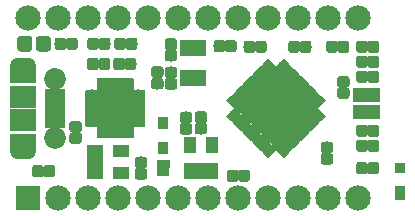
<source format=gbr>
G04 #@! TF.GenerationSoftware,KiCad,Pcbnew,(5.0.0)*
G04 #@! TF.CreationDate,2018-11-30T17:01:22-06:00*
G04 #@! TF.ProjectId,NRF52832 Base,4E5246353238333220426173652E6B69,rev?*
G04 #@! TF.SameCoordinates,Original*
G04 #@! TF.FileFunction,Soldermask,Top*
G04 #@! TF.FilePolarity,Negative*
%FSLAX46Y46*%
G04 Gerber Fmt 4.6, Leading zero omitted, Abs format (unit mm)*
G04 Created by KiCad (PCBNEW (5.0.0)) date 11/30/18 17:01:22*
%MOMM*%
%LPD*%
G01*
G04 APERTURE LIST*
%ADD10R,2.152600X2.152600*%
%ADD11C,2.152600*%
%ADD12R,0.900000X1.300000*%
%ADD13R,0.900000X0.900000*%
%ADD14C,0.100000*%
%ADD15C,0.990000*%
%ADD16R,1.200000X1.300000*%
%ADD17R,2.200000X1.400000*%
%ADD18C,0.600000*%
%ADD19C,4.800000*%
%ADD20R,1.050000X1.460000*%
%ADD21C,1.275000*%
%ADD22R,2.300000X1.900000*%
%ADD23C,1.850000*%
%ADD24R,1.750000X0.800000*%
%ADD25O,2.300000X1.600000*%
%ADD26R,2.300000X1.600000*%
%ADD27R,1.460000X1.050000*%
%ADD28R,0.850000X1.000000*%
%ADD29C,3.000000*%
%ADD30C,0.650000*%
%ADD31R,1.100000X0.800000*%
%ADD32R,0.650000X0.800000*%
G04 APERTURE END LIST*
D10*
G04 #@! TO.C,U2*
X113030000Y-97155000D03*
D11*
X115570000Y-97155000D03*
X118110000Y-97155000D03*
X120650000Y-97155000D03*
X123190000Y-97155000D03*
X125730000Y-97155000D03*
X128270000Y-97155000D03*
X130810000Y-97155000D03*
X133350000Y-97155000D03*
X135890000Y-97155000D03*
X138430000Y-97155000D03*
X140970000Y-97155000D03*
X140970000Y-81915000D03*
X138430000Y-81915000D03*
X135890000Y-81915000D03*
X133350000Y-81915000D03*
X130810000Y-81915000D03*
X128270000Y-81915000D03*
X125730000Y-81915000D03*
X123190000Y-81915000D03*
X120650000Y-81915000D03*
X118110000Y-81915000D03*
X115570000Y-81915000D03*
X113030000Y-81915000D03*
G04 #@! TD*
D12*
G04 #@! TO.C,AE1*
X144500000Y-96715000D03*
D13*
X144500000Y-94615000D03*
G04 #@! TD*
D14*
G04 #@! TO.C,C1*
G36*
X141541759Y-90921192D02*
X141565785Y-90924756D01*
X141589345Y-90930657D01*
X141612214Y-90938840D01*
X141634171Y-90949224D01*
X141655004Y-90961711D01*
X141674512Y-90976180D01*
X141692509Y-90992491D01*
X141708820Y-91010488D01*
X141723289Y-91029996D01*
X141735776Y-91050829D01*
X141746160Y-91072786D01*
X141754343Y-91095655D01*
X141760244Y-91119215D01*
X141763808Y-91143241D01*
X141765000Y-91167500D01*
X141765000Y-91712500D01*
X141763808Y-91736759D01*
X141760244Y-91760785D01*
X141754343Y-91784345D01*
X141746160Y-91807214D01*
X141735776Y-91829171D01*
X141723289Y-91850004D01*
X141708820Y-91869512D01*
X141692509Y-91887509D01*
X141674512Y-91903820D01*
X141655004Y-91918289D01*
X141634171Y-91930776D01*
X141612214Y-91941160D01*
X141589345Y-91949343D01*
X141565785Y-91955244D01*
X141541759Y-91958808D01*
X141517500Y-91960000D01*
X141022500Y-91960000D01*
X140998241Y-91958808D01*
X140974215Y-91955244D01*
X140950655Y-91949343D01*
X140927786Y-91941160D01*
X140905829Y-91930776D01*
X140884996Y-91918289D01*
X140865488Y-91903820D01*
X140847491Y-91887509D01*
X140831180Y-91869512D01*
X140816711Y-91850004D01*
X140804224Y-91829171D01*
X140793840Y-91807214D01*
X140785657Y-91784345D01*
X140779756Y-91760785D01*
X140776192Y-91736759D01*
X140775000Y-91712500D01*
X140775000Y-91167500D01*
X140776192Y-91143241D01*
X140779756Y-91119215D01*
X140785657Y-91095655D01*
X140793840Y-91072786D01*
X140804224Y-91050829D01*
X140816711Y-91029996D01*
X140831180Y-91010488D01*
X140847491Y-90992491D01*
X140865488Y-90976180D01*
X140884996Y-90961711D01*
X140905829Y-90949224D01*
X140927786Y-90938840D01*
X140950655Y-90930657D01*
X140974215Y-90924756D01*
X140998241Y-90921192D01*
X141022500Y-90920000D01*
X141517500Y-90920000D01*
X141541759Y-90921192D01*
X141541759Y-90921192D01*
G37*
D15*
X141270000Y-91440000D03*
D14*
G36*
X142511759Y-90921192D02*
X142535785Y-90924756D01*
X142559345Y-90930657D01*
X142582214Y-90938840D01*
X142604171Y-90949224D01*
X142625004Y-90961711D01*
X142644512Y-90976180D01*
X142662509Y-90992491D01*
X142678820Y-91010488D01*
X142693289Y-91029996D01*
X142705776Y-91050829D01*
X142716160Y-91072786D01*
X142724343Y-91095655D01*
X142730244Y-91119215D01*
X142733808Y-91143241D01*
X142735000Y-91167500D01*
X142735000Y-91712500D01*
X142733808Y-91736759D01*
X142730244Y-91760785D01*
X142724343Y-91784345D01*
X142716160Y-91807214D01*
X142705776Y-91829171D01*
X142693289Y-91850004D01*
X142678820Y-91869512D01*
X142662509Y-91887509D01*
X142644512Y-91903820D01*
X142625004Y-91918289D01*
X142604171Y-91930776D01*
X142582214Y-91941160D01*
X142559345Y-91949343D01*
X142535785Y-91955244D01*
X142511759Y-91958808D01*
X142487500Y-91960000D01*
X141992500Y-91960000D01*
X141968241Y-91958808D01*
X141944215Y-91955244D01*
X141920655Y-91949343D01*
X141897786Y-91941160D01*
X141875829Y-91930776D01*
X141854996Y-91918289D01*
X141835488Y-91903820D01*
X141817491Y-91887509D01*
X141801180Y-91869512D01*
X141786711Y-91850004D01*
X141774224Y-91829171D01*
X141763840Y-91807214D01*
X141755657Y-91784345D01*
X141749756Y-91760785D01*
X141746192Y-91736759D01*
X141745000Y-91712500D01*
X141745000Y-91167500D01*
X141746192Y-91143241D01*
X141749756Y-91119215D01*
X141755657Y-91095655D01*
X141763840Y-91072786D01*
X141774224Y-91050829D01*
X141786711Y-91029996D01*
X141801180Y-91010488D01*
X141817491Y-90992491D01*
X141835488Y-90976180D01*
X141854996Y-90961711D01*
X141875829Y-90949224D01*
X141897786Y-90938840D01*
X141920655Y-90930657D01*
X141944215Y-90924756D01*
X141968241Y-90921192D01*
X141992500Y-90920000D01*
X142487500Y-90920000D01*
X142511759Y-90921192D01*
X142511759Y-90921192D01*
G37*
D15*
X142240000Y-91440000D03*
G04 #@! TD*
D14*
G04 #@! TO.C,C2*
G36*
X142511759Y-86349192D02*
X142535785Y-86352756D01*
X142559345Y-86358657D01*
X142582214Y-86366840D01*
X142604171Y-86377224D01*
X142625004Y-86389711D01*
X142644512Y-86404180D01*
X142662509Y-86420491D01*
X142678820Y-86438488D01*
X142693289Y-86457996D01*
X142705776Y-86478829D01*
X142716160Y-86500786D01*
X142724343Y-86523655D01*
X142730244Y-86547215D01*
X142733808Y-86571241D01*
X142735000Y-86595500D01*
X142735000Y-87140500D01*
X142733808Y-87164759D01*
X142730244Y-87188785D01*
X142724343Y-87212345D01*
X142716160Y-87235214D01*
X142705776Y-87257171D01*
X142693289Y-87278004D01*
X142678820Y-87297512D01*
X142662509Y-87315509D01*
X142644512Y-87331820D01*
X142625004Y-87346289D01*
X142604171Y-87358776D01*
X142582214Y-87369160D01*
X142559345Y-87377343D01*
X142535785Y-87383244D01*
X142511759Y-87386808D01*
X142487500Y-87388000D01*
X141992500Y-87388000D01*
X141968241Y-87386808D01*
X141944215Y-87383244D01*
X141920655Y-87377343D01*
X141897786Y-87369160D01*
X141875829Y-87358776D01*
X141854996Y-87346289D01*
X141835488Y-87331820D01*
X141817491Y-87315509D01*
X141801180Y-87297512D01*
X141786711Y-87278004D01*
X141774224Y-87257171D01*
X141763840Y-87235214D01*
X141755657Y-87212345D01*
X141749756Y-87188785D01*
X141746192Y-87164759D01*
X141745000Y-87140500D01*
X141745000Y-86595500D01*
X141746192Y-86571241D01*
X141749756Y-86547215D01*
X141755657Y-86523655D01*
X141763840Y-86500786D01*
X141774224Y-86478829D01*
X141786711Y-86457996D01*
X141801180Y-86438488D01*
X141817491Y-86420491D01*
X141835488Y-86404180D01*
X141854996Y-86389711D01*
X141875829Y-86377224D01*
X141897786Y-86366840D01*
X141920655Y-86358657D01*
X141944215Y-86352756D01*
X141968241Y-86349192D01*
X141992500Y-86348000D01*
X142487500Y-86348000D01*
X142511759Y-86349192D01*
X142511759Y-86349192D01*
G37*
D15*
X142240000Y-86868000D03*
D14*
G36*
X141541759Y-86349192D02*
X141565785Y-86352756D01*
X141589345Y-86358657D01*
X141612214Y-86366840D01*
X141634171Y-86377224D01*
X141655004Y-86389711D01*
X141674512Y-86404180D01*
X141692509Y-86420491D01*
X141708820Y-86438488D01*
X141723289Y-86457996D01*
X141735776Y-86478829D01*
X141746160Y-86500786D01*
X141754343Y-86523655D01*
X141760244Y-86547215D01*
X141763808Y-86571241D01*
X141765000Y-86595500D01*
X141765000Y-87140500D01*
X141763808Y-87164759D01*
X141760244Y-87188785D01*
X141754343Y-87212345D01*
X141746160Y-87235214D01*
X141735776Y-87257171D01*
X141723289Y-87278004D01*
X141708820Y-87297512D01*
X141692509Y-87315509D01*
X141674512Y-87331820D01*
X141655004Y-87346289D01*
X141634171Y-87358776D01*
X141612214Y-87369160D01*
X141589345Y-87377343D01*
X141565785Y-87383244D01*
X141541759Y-87386808D01*
X141517500Y-87388000D01*
X141022500Y-87388000D01*
X140998241Y-87386808D01*
X140974215Y-87383244D01*
X140950655Y-87377343D01*
X140927786Y-87369160D01*
X140905829Y-87358776D01*
X140884996Y-87346289D01*
X140865488Y-87331820D01*
X140847491Y-87315509D01*
X140831180Y-87297512D01*
X140816711Y-87278004D01*
X140804224Y-87257171D01*
X140793840Y-87235214D01*
X140785657Y-87212345D01*
X140779756Y-87188785D01*
X140776192Y-87164759D01*
X140775000Y-87140500D01*
X140775000Y-86595500D01*
X140776192Y-86571241D01*
X140779756Y-86547215D01*
X140785657Y-86523655D01*
X140793840Y-86500786D01*
X140804224Y-86478829D01*
X140816711Y-86457996D01*
X140831180Y-86438488D01*
X140847491Y-86420491D01*
X140865488Y-86404180D01*
X140884996Y-86389711D01*
X140905829Y-86377224D01*
X140927786Y-86366840D01*
X140950655Y-86358657D01*
X140974215Y-86352756D01*
X140998241Y-86349192D01*
X141022500Y-86348000D01*
X141517500Y-86348000D01*
X141541759Y-86349192D01*
X141541759Y-86349192D01*
G37*
D15*
X141270000Y-86868000D03*
G04 #@! TD*
D14*
G04 #@! TO.C,C3*
G36*
X138599759Y-92366192D02*
X138623785Y-92369756D01*
X138647345Y-92375657D01*
X138670214Y-92383840D01*
X138692171Y-92394224D01*
X138713004Y-92406711D01*
X138732512Y-92421180D01*
X138750509Y-92437491D01*
X138766820Y-92455488D01*
X138781289Y-92474996D01*
X138793776Y-92495829D01*
X138804160Y-92517786D01*
X138812343Y-92540655D01*
X138818244Y-92564215D01*
X138821808Y-92588241D01*
X138823000Y-92612500D01*
X138823000Y-93107500D01*
X138821808Y-93131759D01*
X138818244Y-93155785D01*
X138812343Y-93179345D01*
X138804160Y-93202214D01*
X138793776Y-93224171D01*
X138781289Y-93245004D01*
X138766820Y-93264512D01*
X138750509Y-93282509D01*
X138732512Y-93298820D01*
X138713004Y-93313289D01*
X138692171Y-93325776D01*
X138670214Y-93336160D01*
X138647345Y-93344343D01*
X138623785Y-93350244D01*
X138599759Y-93353808D01*
X138575500Y-93355000D01*
X138030500Y-93355000D01*
X138006241Y-93353808D01*
X137982215Y-93350244D01*
X137958655Y-93344343D01*
X137935786Y-93336160D01*
X137913829Y-93325776D01*
X137892996Y-93313289D01*
X137873488Y-93298820D01*
X137855491Y-93282509D01*
X137839180Y-93264512D01*
X137824711Y-93245004D01*
X137812224Y-93224171D01*
X137801840Y-93202214D01*
X137793657Y-93179345D01*
X137787756Y-93155785D01*
X137784192Y-93131759D01*
X137783000Y-93107500D01*
X137783000Y-92612500D01*
X137784192Y-92588241D01*
X137787756Y-92564215D01*
X137793657Y-92540655D01*
X137801840Y-92517786D01*
X137812224Y-92495829D01*
X137824711Y-92474996D01*
X137839180Y-92455488D01*
X137855491Y-92437491D01*
X137873488Y-92421180D01*
X137892996Y-92406711D01*
X137913829Y-92394224D01*
X137935786Y-92383840D01*
X137958655Y-92375657D01*
X137982215Y-92369756D01*
X138006241Y-92366192D01*
X138030500Y-92365000D01*
X138575500Y-92365000D01*
X138599759Y-92366192D01*
X138599759Y-92366192D01*
G37*
D15*
X138303000Y-92860000D03*
D14*
G36*
X138599759Y-93336192D02*
X138623785Y-93339756D01*
X138647345Y-93345657D01*
X138670214Y-93353840D01*
X138692171Y-93364224D01*
X138713004Y-93376711D01*
X138732512Y-93391180D01*
X138750509Y-93407491D01*
X138766820Y-93425488D01*
X138781289Y-93444996D01*
X138793776Y-93465829D01*
X138804160Y-93487786D01*
X138812343Y-93510655D01*
X138818244Y-93534215D01*
X138821808Y-93558241D01*
X138823000Y-93582500D01*
X138823000Y-94077500D01*
X138821808Y-94101759D01*
X138818244Y-94125785D01*
X138812343Y-94149345D01*
X138804160Y-94172214D01*
X138793776Y-94194171D01*
X138781289Y-94215004D01*
X138766820Y-94234512D01*
X138750509Y-94252509D01*
X138732512Y-94268820D01*
X138713004Y-94283289D01*
X138692171Y-94295776D01*
X138670214Y-94306160D01*
X138647345Y-94314343D01*
X138623785Y-94320244D01*
X138599759Y-94323808D01*
X138575500Y-94325000D01*
X138030500Y-94325000D01*
X138006241Y-94323808D01*
X137982215Y-94320244D01*
X137958655Y-94314343D01*
X137935786Y-94306160D01*
X137913829Y-94295776D01*
X137892996Y-94283289D01*
X137873488Y-94268820D01*
X137855491Y-94252509D01*
X137839180Y-94234512D01*
X137824711Y-94215004D01*
X137812224Y-94194171D01*
X137801840Y-94172214D01*
X137793657Y-94149345D01*
X137787756Y-94125785D01*
X137784192Y-94101759D01*
X137783000Y-94077500D01*
X137783000Y-93582500D01*
X137784192Y-93558241D01*
X137787756Y-93534215D01*
X137793657Y-93510655D01*
X137801840Y-93487786D01*
X137812224Y-93465829D01*
X137824711Y-93444996D01*
X137839180Y-93425488D01*
X137855491Y-93407491D01*
X137873488Y-93391180D01*
X137892996Y-93376711D01*
X137913829Y-93364224D01*
X137935786Y-93353840D01*
X137958655Y-93345657D01*
X137982215Y-93339756D01*
X138006241Y-93336192D01*
X138030500Y-93335000D01*
X138575500Y-93335000D01*
X138599759Y-93336192D01*
X138599759Y-93336192D01*
G37*
D15*
X138303000Y-93830000D03*
G04 #@! TD*
D14*
G04 #@! TO.C,C4*
G36*
X129476759Y-83758392D02*
X129500785Y-83761956D01*
X129524345Y-83767857D01*
X129547214Y-83776040D01*
X129569171Y-83786424D01*
X129590004Y-83798911D01*
X129609512Y-83813380D01*
X129627509Y-83829691D01*
X129643820Y-83847688D01*
X129658289Y-83867196D01*
X129670776Y-83888029D01*
X129681160Y-83909986D01*
X129689343Y-83932855D01*
X129695244Y-83956415D01*
X129698808Y-83980441D01*
X129700000Y-84004700D01*
X129700000Y-84549700D01*
X129698808Y-84573959D01*
X129695244Y-84597985D01*
X129689343Y-84621545D01*
X129681160Y-84644414D01*
X129670776Y-84666371D01*
X129658289Y-84687204D01*
X129643820Y-84706712D01*
X129627509Y-84724709D01*
X129609512Y-84741020D01*
X129590004Y-84755489D01*
X129569171Y-84767976D01*
X129547214Y-84778360D01*
X129524345Y-84786543D01*
X129500785Y-84792444D01*
X129476759Y-84796008D01*
X129452500Y-84797200D01*
X128957500Y-84797200D01*
X128933241Y-84796008D01*
X128909215Y-84792444D01*
X128885655Y-84786543D01*
X128862786Y-84778360D01*
X128840829Y-84767976D01*
X128819996Y-84755489D01*
X128800488Y-84741020D01*
X128782491Y-84724709D01*
X128766180Y-84706712D01*
X128751711Y-84687204D01*
X128739224Y-84666371D01*
X128728840Y-84644414D01*
X128720657Y-84621545D01*
X128714756Y-84597985D01*
X128711192Y-84573959D01*
X128710000Y-84549700D01*
X128710000Y-84004700D01*
X128711192Y-83980441D01*
X128714756Y-83956415D01*
X128720657Y-83932855D01*
X128728840Y-83909986D01*
X128739224Y-83888029D01*
X128751711Y-83867196D01*
X128766180Y-83847688D01*
X128782491Y-83829691D01*
X128800488Y-83813380D01*
X128819996Y-83798911D01*
X128840829Y-83786424D01*
X128862786Y-83776040D01*
X128885655Y-83767857D01*
X128909215Y-83761956D01*
X128933241Y-83758392D01*
X128957500Y-83757200D01*
X129452500Y-83757200D01*
X129476759Y-83758392D01*
X129476759Y-83758392D01*
G37*
D15*
X129205000Y-84277200D03*
D14*
G36*
X130446759Y-83758392D02*
X130470785Y-83761956D01*
X130494345Y-83767857D01*
X130517214Y-83776040D01*
X130539171Y-83786424D01*
X130560004Y-83798911D01*
X130579512Y-83813380D01*
X130597509Y-83829691D01*
X130613820Y-83847688D01*
X130628289Y-83867196D01*
X130640776Y-83888029D01*
X130651160Y-83909986D01*
X130659343Y-83932855D01*
X130665244Y-83956415D01*
X130668808Y-83980441D01*
X130670000Y-84004700D01*
X130670000Y-84549700D01*
X130668808Y-84573959D01*
X130665244Y-84597985D01*
X130659343Y-84621545D01*
X130651160Y-84644414D01*
X130640776Y-84666371D01*
X130628289Y-84687204D01*
X130613820Y-84706712D01*
X130597509Y-84724709D01*
X130579512Y-84741020D01*
X130560004Y-84755489D01*
X130539171Y-84767976D01*
X130517214Y-84778360D01*
X130494345Y-84786543D01*
X130470785Y-84792444D01*
X130446759Y-84796008D01*
X130422500Y-84797200D01*
X129927500Y-84797200D01*
X129903241Y-84796008D01*
X129879215Y-84792444D01*
X129855655Y-84786543D01*
X129832786Y-84778360D01*
X129810829Y-84767976D01*
X129789996Y-84755489D01*
X129770488Y-84741020D01*
X129752491Y-84724709D01*
X129736180Y-84706712D01*
X129721711Y-84687204D01*
X129709224Y-84666371D01*
X129698840Y-84644414D01*
X129690657Y-84621545D01*
X129684756Y-84597985D01*
X129681192Y-84573959D01*
X129680000Y-84549700D01*
X129680000Y-84004700D01*
X129681192Y-83980441D01*
X129684756Y-83956415D01*
X129690657Y-83932855D01*
X129698840Y-83909986D01*
X129709224Y-83888029D01*
X129721711Y-83867196D01*
X129736180Y-83847688D01*
X129752491Y-83829691D01*
X129770488Y-83813380D01*
X129789996Y-83798911D01*
X129810829Y-83786424D01*
X129832786Y-83776040D01*
X129855655Y-83767857D01*
X129879215Y-83761956D01*
X129903241Y-83758392D01*
X129927500Y-83757200D01*
X130422500Y-83757200D01*
X130446759Y-83758392D01*
X130446759Y-83758392D01*
G37*
D15*
X130175000Y-84277200D03*
G04 #@! TD*
D14*
G04 #@! TO.C,C5*
G36*
X127931759Y-90773192D02*
X127955785Y-90776756D01*
X127979345Y-90782657D01*
X128002214Y-90790840D01*
X128024171Y-90801224D01*
X128045004Y-90813711D01*
X128064512Y-90828180D01*
X128082509Y-90844491D01*
X128098820Y-90862488D01*
X128113289Y-90881996D01*
X128125776Y-90902829D01*
X128136160Y-90924786D01*
X128144343Y-90947655D01*
X128150244Y-90971215D01*
X128153808Y-90995241D01*
X128155000Y-91019500D01*
X128155000Y-91514500D01*
X128153808Y-91538759D01*
X128150244Y-91562785D01*
X128144343Y-91586345D01*
X128136160Y-91609214D01*
X128125776Y-91631171D01*
X128113289Y-91652004D01*
X128098820Y-91671512D01*
X128082509Y-91689509D01*
X128064512Y-91705820D01*
X128045004Y-91720289D01*
X128024171Y-91732776D01*
X128002214Y-91743160D01*
X127979345Y-91751343D01*
X127955785Y-91757244D01*
X127931759Y-91760808D01*
X127907500Y-91762000D01*
X127362500Y-91762000D01*
X127338241Y-91760808D01*
X127314215Y-91757244D01*
X127290655Y-91751343D01*
X127267786Y-91743160D01*
X127245829Y-91732776D01*
X127224996Y-91720289D01*
X127205488Y-91705820D01*
X127187491Y-91689509D01*
X127171180Y-91671512D01*
X127156711Y-91652004D01*
X127144224Y-91631171D01*
X127133840Y-91609214D01*
X127125657Y-91586345D01*
X127119756Y-91562785D01*
X127116192Y-91538759D01*
X127115000Y-91514500D01*
X127115000Y-91019500D01*
X127116192Y-90995241D01*
X127119756Y-90971215D01*
X127125657Y-90947655D01*
X127133840Y-90924786D01*
X127144224Y-90902829D01*
X127156711Y-90881996D01*
X127171180Y-90862488D01*
X127187491Y-90844491D01*
X127205488Y-90828180D01*
X127224996Y-90813711D01*
X127245829Y-90801224D01*
X127267786Y-90790840D01*
X127290655Y-90782657D01*
X127314215Y-90776756D01*
X127338241Y-90773192D01*
X127362500Y-90772000D01*
X127907500Y-90772000D01*
X127931759Y-90773192D01*
X127931759Y-90773192D01*
G37*
D15*
X127635000Y-91267000D03*
D14*
G36*
X127931759Y-89803192D02*
X127955785Y-89806756D01*
X127979345Y-89812657D01*
X128002214Y-89820840D01*
X128024171Y-89831224D01*
X128045004Y-89843711D01*
X128064512Y-89858180D01*
X128082509Y-89874491D01*
X128098820Y-89892488D01*
X128113289Y-89911996D01*
X128125776Y-89932829D01*
X128136160Y-89954786D01*
X128144343Y-89977655D01*
X128150244Y-90001215D01*
X128153808Y-90025241D01*
X128155000Y-90049500D01*
X128155000Y-90544500D01*
X128153808Y-90568759D01*
X128150244Y-90592785D01*
X128144343Y-90616345D01*
X128136160Y-90639214D01*
X128125776Y-90661171D01*
X128113289Y-90682004D01*
X128098820Y-90701512D01*
X128082509Y-90719509D01*
X128064512Y-90735820D01*
X128045004Y-90750289D01*
X128024171Y-90762776D01*
X128002214Y-90773160D01*
X127979345Y-90781343D01*
X127955785Y-90787244D01*
X127931759Y-90790808D01*
X127907500Y-90792000D01*
X127362500Y-90792000D01*
X127338241Y-90790808D01*
X127314215Y-90787244D01*
X127290655Y-90781343D01*
X127267786Y-90773160D01*
X127245829Y-90762776D01*
X127224996Y-90750289D01*
X127205488Y-90735820D01*
X127187491Y-90719509D01*
X127171180Y-90701512D01*
X127156711Y-90682004D01*
X127144224Y-90661171D01*
X127133840Y-90639214D01*
X127125657Y-90616345D01*
X127119756Y-90592785D01*
X127116192Y-90568759D01*
X127115000Y-90544500D01*
X127115000Y-90049500D01*
X127116192Y-90025241D01*
X127119756Y-90001215D01*
X127125657Y-89977655D01*
X127133840Y-89954786D01*
X127144224Y-89932829D01*
X127156711Y-89911996D01*
X127171180Y-89892488D01*
X127187491Y-89874491D01*
X127205488Y-89858180D01*
X127224996Y-89843711D01*
X127245829Y-89831224D01*
X127267786Y-89820840D01*
X127290655Y-89812657D01*
X127314215Y-89806756D01*
X127338241Y-89803192D01*
X127362500Y-89802000D01*
X127907500Y-89802000D01*
X127931759Y-89803192D01*
X127931759Y-89803192D01*
G37*
D15*
X127635000Y-90297000D03*
G04 #@! TD*
D14*
G04 #@! TO.C,C7*
G36*
X142511759Y-92191192D02*
X142535785Y-92194756D01*
X142559345Y-92200657D01*
X142582214Y-92208840D01*
X142604171Y-92219224D01*
X142625004Y-92231711D01*
X142644512Y-92246180D01*
X142662509Y-92262491D01*
X142678820Y-92280488D01*
X142693289Y-92299996D01*
X142705776Y-92320829D01*
X142716160Y-92342786D01*
X142724343Y-92365655D01*
X142730244Y-92389215D01*
X142733808Y-92413241D01*
X142735000Y-92437500D01*
X142735000Y-92982500D01*
X142733808Y-93006759D01*
X142730244Y-93030785D01*
X142724343Y-93054345D01*
X142716160Y-93077214D01*
X142705776Y-93099171D01*
X142693289Y-93120004D01*
X142678820Y-93139512D01*
X142662509Y-93157509D01*
X142644512Y-93173820D01*
X142625004Y-93188289D01*
X142604171Y-93200776D01*
X142582214Y-93211160D01*
X142559345Y-93219343D01*
X142535785Y-93225244D01*
X142511759Y-93228808D01*
X142487500Y-93230000D01*
X141992500Y-93230000D01*
X141968241Y-93228808D01*
X141944215Y-93225244D01*
X141920655Y-93219343D01*
X141897786Y-93211160D01*
X141875829Y-93200776D01*
X141854996Y-93188289D01*
X141835488Y-93173820D01*
X141817491Y-93157509D01*
X141801180Y-93139512D01*
X141786711Y-93120004D01*
X141774224Y-93099171D01*
X141763840Y-93077214D01*
X141755657Y-93054345D01*
X141749756Y-93030785D01*
X141746192Y-93006759D01*
X141745000Y-92982500D01*
X141745000Y-92437500D01*
X141746192Y-92413241D01*
X141749756Y-92389215D01*
X141755657Y-92365655D01*
X141763840Y-92342786D01*
X141774224Y-92320829D01*
X141786711Y-92299996D01*
X141801180Y-92280488D01*
X141817491Y-92262491D01*
X141835488Y-92246180D01*
X141854996Y-92231711D01*
X141875829Y-92219224D01*
X141897786Y-92208840D01*
X141920655Y-92200657D01*
X141944215Y-92194756D01*
X141968241Y-92191192D01*
X141992500Y-92190000D01*
X142487500Y-92190000D01*
X142511759Y-92191192D01*
X142511759Y-92191192D01*
G37*
D15*
X142240000Y-92710000D03*
D14*
G36*
X141541759Y-92191192D02*
X141565785Y-92194756D01*
X141589345Y-92200657D01*
X141612214Y-92208840D01*
X141634171Y-92219224D01*
X141655004Y-92231711D01*
X141674512Y-92246180D01*
X141692509Y-92262491D01*
X141708820Y-92280488D01*
X141723289Y-92299996D01*
X141735776Y-92320829D01*
X141746160Y-92342786D01*
X141754343Y-92365655D01*
X141760244Y-92389215D01*
X141763808Y-92413241D01*
X141765000Y-92437500D01*
X141765000Y-92982500D01*
X141763808Y-93006759D01*
X141760244Y-93030785D01*
X141754343Y-93054345D01*
X141746160Y-93077214D01*
X141735776Y-93099171D01*
X141723289Y-93120004D01*
X141708820Y-93139512D01*
X141692509Y-93157509D01*
X141674512Y-93173820D01*
X141655004Y-93188289D01*
X141634171Y-93200776D01*
X141612214Y-93211160D01*
X141589345Y-93219343D01*
X141565785Y-93225244D01*
X141541759Y-93228808D01*
X141517500Y-93230000D01*
X141022500Y-93230000D01*
X140998241Y-93228808D01*
X140974215Y-93225244D01*
X140950655Y-93219343D01*
X140927786Y-93211160D01*
X140905829Y-93200776D01*
X140884996Y-93188289D01*
X140865488Y-93173820D01*
X140847491Y-93157509D01*
X140831180Y-93139512D01*
X140816711Y-93120004D01*
X140804224Y-93099171D01*
X140793840Y-93077214D01*
X140785657Y-93054345D01*
X140779756Y-93030785D01*
X140776192Y-93006759D01*
X140775000Y-92982500D01*
X140775000Y-92437500D01*
X140776192Y-92413241D01*
X140779756Y-92389215D01*
X140785657Y-92365655D01*
X140793840Y-92342786D01*
X140804224Y-92320829D01*
X140816711Y-92299996D01*
X140831180Y-92280488D01*
X140847491Y-92262491D01*
X140865488Y-92246180D01*
X140884996Y-92231711D01*
X140905829Y-92219224D01*
X140927786Y-92208840D01*
X140950655Y-92200657D01*
X140974215Y-92194756D01*
X140998241Y-92191192D01*
X141022500Y-92190000D01*
X141517500Y-92190000D01*
X141541759Y-92191192D01*
X141541759Y-92191192D01*
G37*
D15*
X141270000Y-92710000D03*
G04 #@! TD*
D14*
G04 #@! TO.C,C8*
G36*
X139996759Y-87771192D02*
X140020785Y-87774756D01*
X140044345Y-87780657D01*
X140067214Y-87788840D01*
X140089171Y-87799224D01*
X140110004Y-87811711D01*
X140129512Y-87826180D01*
X140147509Y-87842491D01*
X140163820Y-87860488D01*
X140178289Y-87879996D01*
X140190776Y-87900829D01*
X140201160Y-87922786D01*
X140209343Y-87945655D01*
X140215244Y-87969215D01*
X140218808Y-87993241D01*
X140220000Y-88017500D01*
X140220000Y-88512500D01*
X140218808Y-88536759D01*
X140215244Y-88560785D01*
X140209343Y-88584345D01*
X140201160Y-88607214D01*
X140190776Y-88629171D01*
X140178289Y-88650004D01*
X140163820Y-88669512D01*
X140147509Y-88687509D01*
X140129512Y-88703820D01*
X140110004Y-88718289D01*
X140089171Y-88730776D01*
X140067214Y-88741160D01*
X140044345Y-88749343D01*
X140020785Y-88755244D01*
X139996759Y-88758808D01*
X139972500Y-88760000D01*
X139427500Y-88760000D01*
X139403241Y-88758808D01*
X139379215Y-88755244D01*
X139355655Y-88749343D01*
X139332786Y-88741160D01*
X139310829Y-88730776D01*
X139289996Y-88718289D01*
X139270488Y-88703820D01*
X139252491Y-88687509D01*
X139236180Y-88669512D01*
X139221711Y-88650004D01*
X139209224Y-88629171D01*
X139198840Y-88607214D01*
X139190657Y-88584345D01*
X139184756Y-88560785D01*
X139181192Y-88536759D01*
X139180000Y-88512500D01*
X139180000Y-88017500D01*
X139181192Y-87993241D01*
X139184756Y-87969215D01*
X139190657Y-87945655D01*
X139198840Y-87922786D01*
X139209224Y-87900829D01*
X139221711Y-87879996D01*
X139236180Y-87860488D01*
X139252491Y-87842491D01*
X139270488Y-87826180D01*
X139289996Y-87811711D01*
X139310829Y-87799224D01*
X139332786Y-87788840D01*
X139355655Y-87780657D01*
X139379215Y-87774756D01*
X139403241Y-87771192D01*
X139427500Y-87770000D01*
X139972500Y-87770000D01*
X139996759Y-87771192D01*
X139996759Y-87771192D01*
G37*
D15*
X139700000Y-88265000D03*
D14*
G36*
X139996759Y-86801192D02*
X140020785Y-86804756D01*
X140044345Y-86810657D01*
X140067214Y-86818840D01*
X140089171Y-86829224D01*
X140110004Y-86841711D01*
X140129512Y-86856180D01*
X140147509Y-86872491D01*
X140163820Y-86890488D01*
X140178289Y-86909996D01*
X140190776Y-86930829D01*
X140201160Y-86952786D01*
X140209343Y-86975655D01*
X140215244Y-86999215D01*
X140218808Y-87023241D01*
X140220000Y-87047500D01*
X140220000Y-87542500D01*
X140218808Y-87566759D01*
X140215244Y-87590785D01*
X140209343Y-87614345D01*
X140201160Y-87637214D01*
X140190776Y-87659171D01*
X140178289Y-87680004D01*
X140163820Y-87699512D01*
X140147509Y-87717509D01*
X140129512Y-87733820D01*
X140110004Y-87748289D01*
X140089171Y-87760776D01*
X140067214Y-87771160D01*
X140044345Y-87779343D01*
X140020785Y-87785244D01*
X139996759Y-87788808D01*
X139972500Y-87790000D01*
X139427500Y-87790000D01*
X139403241Y-87788808D01*
X139379215Y-87785244D01*
X139355655Y-87779343D01*
X139332786Y-87771160D01*
X139310829Y-87760776D01*
X139289996Y-87748289D01*
X139270488Y-87733820D01*
X139252491Y-87717509D01*
X139236180Y-87699512D01*
X139221711Y-87680004D01*
X139209224Y-87659171D01*
X139198840Y-87637214D01*
X139190657Y-87614345D01*
X139184756Y-87590785D01*
X139181192Y-87566759D01*
X139180000Y-87542500D01*
X139180000Y-87047500D01*
X139181192Y-87023241D01*
X139184756Y-86999215D01*
X139190657Y-86975655D01*
X139198840Y-86952786D01*
X139209224Y-86930829D01*
X139221711Y-86909996D01*
X139236180Y-86890488D01*
X139252491Y-86872491D01*
X139270488Y-86856180D01*
X139289996Y-86841711D01*
X139310829Y-86829224D01*
X139332786Y-86818840D01*
X139355655Y-86810657D01*
X139379215Y-86804756D01*
X139403241Y-86801192D01*
X139427500Y-86800000D01*
X139972500Y-86800000D01*
X139996759Y-86801192D01*
X139996759Y-86801192D01*
G37*
D15*
X139700000Y-87295000D03*
G04 #@! TD*
D14*
G04 #@! TO.C,C11*
G36*
X125391759Y-83626192D02*
X125415785Y-83629756D01*
X125439345Y-83635657D01*
X125462214Y-83643840D01*
X125484171Y-83654224D01*
X125505004Y-83666711D01*
X125524512Y-83681180D01*
X125542509Y-83697491D01*
X125558820Y-83715488D01*
X125573289Y-83734996D01*
X125585776Y-83755829D01*
X125596160Y-83777786D01*
X125604343Y-83800655D01*
X125610244Y-83824215D01*
X125613808Y-83848241D01*
X125615000Y-83872500D01*
X125615000Y-84367500D01*
X125613808Y-84391759D01*
X125610244Y-84415785D01*
X125604343Y-84439345D01*
X125596160Y-84462214D01*
X125585776Y-84484171D01*
X125573289Y-84505004D01*
X125558820Y-84524512D01*
X125542509Y-84542509D01*
X125524512Y-84558820D01*
X125505004Y-84573289D01*
X125484171Y-84585776D01*
X125462214Y-84596160D01*
X125439345Y-84604343D01*
X125415785Y-84610244D01*
X125391759Y-84613808D01*
X125367500Y-84615000D01*
X124822500Y-84615000D01*
X124798241Y-84613808D01*
X124774215Y-84610244D01*
X124750655Y-84604343D01*
X124727786Y-84596160D01*
X124705829Y-84585776D01*
X124684996Y-84573289D01*
X124665488Y-84558820D01*
X124647491Y-84542509D01*
X124631180Y-84524512D01*
X124616711Y-84505004D01*
X124604224Y-84484171D01*
X124593840Y-84462214D01*
X124585657Y-84439345D01*
X124579756Y-84415785D01*
X124576192Y-84391759D01*
X124575000Y-84367500D01*
X124575000Y-83872500D01*
X124576192Y-83848241D01*
X124579756Y-83824215D01*
X124585657Y-83800655D01*
X124593840Y-83777786D01*
X124604224Y-83755829D01*
X124616711Y-83734996D01*
X124631180Y-83715488D01*
X124647491Y-83697491D01*
X124665488Y-83681180D01*
X124684996Y-83666711D01*
X124705829Y-83654224D01*
X124727786Y-83643840D01*
X124750655Y-83635657D01*
X124774215Y-83629756D01*
X124798241Y-83626192D01*
X124822500Y-83625000D01*
X125367500Y-83625000D01*
X125391759Y-83626192D01*
X125391759Y-83626192D01*
G37*
D15*
X125095000Y-84120000D03*
D14*
G36*
X125391759Y-84596192D02*
X125415785Y-84599756D01*
X125439345Y-84605657D01*
X125462214Y-84613840D01*
X125484171Y-84624224D01*
X125505004Y-84636711D01*
X125524512Y-84651180D01*
X125542509Y-84667491D01*
X125558820Y-84685488D01*
X125573289Y-84704996D01*
X125585776Y-84725829D01*
X125596160Y-84747786D01*
X125604343Y-84770655D01*
X125610244Y-84794215D01*
X125613808Y-84818241D01*
X125615000Y-84842500D01*
X125615000Y-85337500D01*
X125613808Y-85361759D01*
X125610244Y-85385785D01*
X125604343Y-85409345D01*
X125596160Y-85432214D01*
X125585776Y-85454171D01*
X125573289Y-85475004D01*
X125558820Y-85494512D01*
X125542509Y-85512509D01*
X125524512Y-85528820D01*
X125505004Y-85543289D01*
X125484171Y-85555776D01*
X125462214Y-85566160D01*
X125439345Y-85574343D01*
X125415785Y-85580244D01*
X125391759Y-85583808D01*
X125367500Y-85585000D01*
X124822500Y-85585000D01*
X124798241Y-85583808D01*
X124774215Y-85580244D01*
X124750655Y-85574343D01*
X124727786Y-85566160D01*
X124705829Y-85555776D01*
X124684996Y-85543289D01*
X124665488Y-85528820D01*
X124647491Y-85512509D01*
X124631180Y-85494512D01*
X124616711Y-85475004D01*
X124604224Y-85454171D01*
X124593840Y-85432214D01*
X124585657Y-85409345D01*
X124579756Y-85385785D01*
X124576192Y-85361759D01*
X124575000Y-85337500D01*
X124575000Y-84842500D01*
X124576192Y-84818241D01*
X124579756Y-84794215D01*
X124585657Y-84770655D01*
X124593840Y-84747786D01*
X124604224Y-84725829D01*
X124616711Y-84704996D01*
X124631180Y-84685488D01*
X124647491Y-84667491D01*
X124665488Y-84651180D01*
X124684996Y-84636711D01*
X124705829Y-84624224D01*
X124727786Y-84613840D01*
X124750655Y-84605657D01*
X124774215Y-84599756D01*
X124798241Y-84596192D01*
X124822500Y-84595000D01*
X125367500Y-84595000D01*
X125391759Y-84596192D01*
X125391759Y-84596192D01*
G37*
D15*
X125095000Y-85090000D03*
G04 #@! TD*
D14*
G04 #@! TO.C,C12*
G36*
X125391759Y-86016192D02*
X125415785Y-86019756D01*
X125439345Y-86025657D01*
X125462214Y-86033840D01*
X125484171Y-86044224D01*
X125505004Y-86056711D01*
X125524512Y-86071180D01*
X125542509Y-86087491D01*
X125558820Y-86105488D01*
X125573289Y-86124996D01*
X125585776Y-86145829D01*
X125596160Y-86167786D01*
X125604343Y-86190655D01*
X125610244Y-86214215D01*
X125613808Y-86238241D01*
X125615000Y-86262500D01*
X125615000Y-86757500D01*
X125613808Y-86781759D01*
X125610244Y-86805785D01*
X125604343Y-86829345D01*
X125596160Y-86852214D01*
X125585776Y-86874171D01*
X125573289Y-86895004D01*
X125558820Y-86914512D01*
X125542509Y-86932509D01*
X125524512Y-86948820D01*
X125505004Y-86963289D01*
X125484171Y-86975776D01*
X125462214Y-86986160D01*
X125439345Y-86994343D01*
X125415785Y-87000244D01*
X125391759Y-87003808D01*
X125367500Y-87005000D01*
X124822500Y-87005000D01*
X124798241Y-87003808D01*
X124774215Y-87000244D01*
X124750655Y-86994343D01*
X124727786Y-86986160D01*
X124705829Y-86975776D01*
X124684996Y-86963289D01*
X124665488Y-86948820D01*
X124647491Y-86932509D01*
X124631180Y-86914512D01*
X124616711Y-86895004D01*
X124604224Y-86874171D01*
X124593840Y-86852214D01*
X124585657Y-86829345D01*
X124579756Y-86805785D01*
X124576192Y-86781759D01*
X124575000Y-86757500D01*
X124575000Y-86262500D01*
X124576192Y-86238241D01*
X124579756Y-86214215D01*
X124585657Y-86190655D01*
X124593840Y-86167786D01*
X124604224Y-86145829D01*
X124616711Y-86124996D01*
X124631180Y-86105488D01*
X124647491Y-86087491D01*
X124665488Y-86071180D01*
X124684996Y-86056711D01*
X124705829Y-86044224D01*
X124727786Y-86033840D01*
X124750655Y-86025657D01*
X124774215Y-86019756D01*
X124798241Y-86016192D01*
X124822500Y-86015000D01*
X125367500Y-86015000D01*
X125391759Y-86016192D01*
X125391759Y-86016192D01*
G37*
D15*
X125095000Y-86510000D03*
D14*
G36*
X125391759Y-86986192D02*
X125415785Y-86989756D01*
X125439345Y-86995657D01*
X125462214Y-87003840D01*
X125484171Y-87014224D01*
X125505004Y-87026711D01*
X125524512Y-87041180D01*
X125542509Y-87057491D01*
X125558820Y-87075488D01*
X125573289Y-87094996D01*
X125585776Y-87115829D01*
X125596160Y-87137786D01*
X125604343Y-87160655D01*
X125610244Y-87184215D01*
X125613808Y-87208241D01*
X125615000Y-87232500D01*
X125615000Y-87727500D01*
X125613808Y-87751759D01*
X125610244Y-87775785D01*
X125604343Y-87799345D01*
X125596160Y-87822214D01*
X125585776Y-87844171D01*
X125573289Y-87865004D01*
X125558820Y-87884512D01*
X125542509Y-87902509D01*
X125524512Y-87918820D01*
X125505004Y-87933289D01*
X125484171Y-87945776D01*
X125462214Y-87956160D01*
X125439345Y-87964343D01*
X125415785Y-87970244D01*
X125391759Y-87973808D01*
X125367500Y-87975000D01*
X124822500Y-87975000D01*
X124798241Y-87973808D01*
X124774215Y-87970244D01*
X124750655Y-87964343D01*
X124727786Y-87956160D01*
X124705829Y-87945776D01*
X124684996Y-87933289D01*
X124665488Y-87918820D01*
X124647491Y-87902509D01*
X124631180Y-87884512D01*
X124616711Y-87865004D01*
X124604224Y-87844171D01*
X124593840Y-87822214D01*
X124585657Y-87799345D01*
X124579756Y-87775785D01*
X124576192Y-87751759D01*
X124575000Y-87727500D01*
X124575000Y-87232500D01*
X124576192Y-87208241D01*
X124579756Y-87184215D01*
X124585657Y-87160655D01*
X124593840Y-87137786D01*
X124604224Y-87115829D01*
X124616711Y-87094996D01*
X124631180Y-87075488D01*
X124647491Y-87057491D01*
X124665488Y-87041180D01*
X124684996Y-87026711D01*
X124705829Y-87014224D01*
X124727786Y-87003840D01*
X124750655Y-86995657D01*
X124774215Y-86989756D01*
X124798241Y-86986192D01*
X124822500Y-86985000D01*
X125367500Y-86985000D01*
X125391759Y-86986192D01*
X125391759Y-86986192D01*
G37*
D15*
X125095000Y-87480000D03*
G04 #@! TD*
D14*
G04 #@! TO.C,L1*
G36*
X141541759Y-94096192D02*
X141565785Y-94099756D01*
X141589345Y-94105657D01*
X141612214Y-94113840D01*
X141634171Y-94124224D01*
X141655004Y-94136711D01*
X141674512Y-94151180D01*
X141692509Y-94167491D01*
X141708820Y-94185488D01*
X141723289Y-94204996D01*
X141735776Y-94225829D01*
X141746160Y-94247786D01*
X141754343Y-94270655D01*
X141760244Y-94294215D01*
X141763808Y-94318241D01*
X141765000Y-94342500D01*
X141765000Y-94887500D01*
X141763808Y-94911759D01*
X141760244Y-94935785D01*
X141754343Y-94959345D01*
X141746160Y-94982214D01*
X141735776Y-95004171D01*
X141723289Y-95025004D01*
X141708820Y-95044512D01*
X141692509Y-95062509D01*
X141674512Y-95078820D01*
X141655004Y-95093289D01*
X141634171Y-95105776D01*
X141612214Y-95116160D01*
X141589345Y-95124343D01*
X141565785Y-95130244D01*
X141541759Y-95133808D01*
X141517500Y-95135000D01*
X141022500Y-95135000D01*
X140998241Y-95133808D01*
X140974215Y-95130244D01*
X140950655Y-95124343D01*
X140927786Y-95116160D01*
X140905829Y-95105776D01*
X140884996Y-95093289D01*
X140865488Y-95078820D01*
X140847491Y-95062509D01*
X140831180Y-95044512D01*
X140816711Y-95025004D01*
X140804224Y-95004171D01*
X140793840Y-94982214D01*
X140785657Y-94959345D01*
X140779756Y-94935785D01*
X140776192Y-94911759D01*
X140775000Y-94887500D01*
X140775000Y-94342500D01*
X140776192Y-94318241D01*
X140779756Y-94294215D01*
X140785657Y-94270655D01*
X140793840Y-94247786D01*
X140804224Y-94225829D01*
X140816711Y-94204996D01*
X140831180Y-94185488D01*
X140847491Y-94167491D01*
X140865488Y-94151180D01*
X140884996Y-94136711D01*
X140905829Y-94124224D01*
X140927786Y-94113840D01*
X140950655Y-94105657D01*
X140974215Y-94099756D01*
X140998241Y-94096192D01*
X141022500Y-94095000D01*
X141517500Y-94095000D01*
X141541759Y-94096192D01*
X141541759Y-94096192D01*
G37*
D15*
X141270000Y-94615000D03*
D14*
G36*
X142511759Y-94096192D02*
X142535785Y-94099756D01*
X142559345Y-94105657D01*
X142582214Y-94113840D01*
X142604171Y-94124224D01*
X142625004Y-94136711D01*
X142644512Y-94151180D01*
X142662509Y-94167491D01*
X142678820Y-94185488D01*
X142693289Y-94204996D01*
X142705776Y-94225829D01*
X142716160Y-94247786D01*
X142724343Y-94270655D01*
X142730244Y-94294215D01*
X142733808Y-94318241D01*
X142735000Y-94342500D01*
X142735000Y-94887500D01*
X142733808Y-94911759D01*
X142730244Y-94935785D01*
X142724343Y-94959345D01*
X142716160Y-94982214D01*
X142705776Y-95004171D01*
X142693289Y-95025004D01*
X142678820Y-95044512D01*
X142662509Y-95062509D01*
X142644512Y-95078820D01*
X142625004Y-95093289D01*
X142604171Y-95105776D01*
X142582214Y-95116160D01*
X142559345Y-95124343D01*
X142535785Y-95130244D01*
X142511759Y-95133808D01*
X142487500Y-95135000D01*
X141992500Y-95135000D01*
X141968241Y-95133808D01*
X141944215Y-95130244D01*
X141920655Y-95124343D01*
X141897786Y-95116160D01*
X141875829Y-95105776D01*
X141854996Y-95093289D01*
X141835488Y-95078820D01*
X141817491Y-95062509D01*
X141801180Y-95044512D01*
X141786711Y-95025004D01*
X141774224Y-95004171D01*
X141763840Y-94982214D01*
X141755657Y-94959345D01*
X141749756Y-94935785D01*
X141746192Y-94911759D01*
X141745000Y-94887500D01*
X141745000Y-94342500D01*
X141746192Y-94318241D01*
X141749756Y-94294215D01*
X141755657Y-94270655D01*
X141763840Y-94247786D01*
X141774224Y-94225829D01*
X141786711Y-94204996D01*
X141801180Y-94185488D01*
X141817491Y-94167491D01*
X141835488Y-94151180D01*
X141854996Y-94136711D01*
X141875829Y-94124224D01*
X141897786Y-94113840D01*
X141920655Y-94105657D01*
X141944215Y-94099756D01*
X141968241Y-94096192D01*
X141992500Y-94095000D01*
X142487500Y-94095000D01*
X142511759Y-94096192D01*
X142511759Y-94096192D01*
G37*
D15*
X142240000Y-94615000D03*
G04 #@! TD*
D16*
G04 #@! TO.C,Y1*
X141140000Y-88454000D03*
X141140000Y-89854000D03*
X142240000Y-89854000D03*
X142240000Y-88454000D03*
G04 #@! TD*
D17*
G04 #@! TO.C,Y2*
X127000000Y-84475000D03*
X127000000Y-86975000D03*
G04 #@! TD*
D18*
G04 #@! TO.C,U1*
X133472348Y-85911078D03*
D14*
G36*
X132888985Y-85751979D02*
X133313249Y-85327715D01*
X134055711Y-86070177D01*
X133631447Y-86494441D01*
X132888985Y-85751979D01*
X132888985Y-85751979D01*
G37*
D18*
X133189505Y-86193920D03*
D14*
G36*
X132606142Y-86034821D02*
X133030406Y-85610557D01*
X133772868Y-86353019D01*
X133348604Y-86777283D01*
X132606142Y-86034821D01*
X132606142Y-86034821D01*
G37*
D18*
X132906662Y-86476763D03*
D14*
G36*
X132323299Y-86317664D02*
X132747563Y-85893400D01*
X133490025Y-86635862D01*
X133065761Y-87060126D01*
X132323299Y-86317664D01*
X132323299Y-86317664D01*
G37*
D18*
X132623819Y-86759606D03*
D14*
G36*
X132040456Y-86600507D02*
X132464720Y-86176243D01*
X133207182Y-86918705D01*
X132782918Y-87342969D01*
X132040456Y-86600507D01*
X132040456Y-86600507D01*
G37*
D18*
X132340977Y-87042449D03*
D14*
G36*
X131757614Y-86883350D02*
X132181878Y-86459086D01*
X132924340Y-87201548D01*
X132500076Y-87625812D01*
X131757614Y-86883350D01*
X131757614Y-86883350D01*
G37*
D18*
X132058134Y-87325291D03*
D14*
G36*
X131474771Y-87166192D02*
X131899035Y-86741928D01*
X132641497Y-87484390D01*
X132217233Y-87908654D01*
X131474771Y-87166192D01*
X131474771Y-87166192D01*
G37*
D18*
X131775291Y-87608134D03*
D14*
G36*
X131191928Y-87449035D02*
X131616192Y-87024771D01*
X132358654Y-87767233D01*
X131934390Y-88191497D01*
X131191928Y-87449035D01*
X131191928Y-87449035D01*
G37*
D18*
X131492449Y-87890977D03*
D14*
G36*
X130909086Y-87731878D02*
X131333350Y-87307614D01*
X132075812Y-88050076D01*
X131651548Y-88474340D01*
X130909086Y-87731878D01*
X130909086Y-87731878D01*
G37*
D18*
X131209606Y-88173819D03*
D14*
G36*
X130626243Y-88014720D02*
X131050507Y-87590456D01*
X131792969Y-88332918D01*
X131368705Y-88757182D01*
X130626243Y-88014720D01*
X130626243Y-88014720D01*
G37*
D18*
X130926763Y-88456662D03*
D14*
G36*
X130343400Y-88297563D02*
X130767664Y-87873299D01*
X131510126Y-88615761D01*
X131085862Y-89040025D01*
X130343400Y-88297563D01*
X130343400Y-88297563D01*
G37*
D18*
X130643920Y-88739505D03*
D14*
G36*
X130060557Y-88580406D02*
X130484821Y-88156142D01*
X131227283Y-88898604D01*
X130803019Y-89322868D01*
X130060557Y-88580406D01*
X130060557Y-88580406D01*
G37*
D18*
X130361078Y-89022348D03*
D14*
G36*
X129777715Y-88863249D02*
X130201979Y-88438985D01*
X130944441Y-89181447D01*
X130520177Y-89605711D01*
X129777715Y-88863249D01*
X129777715Y-88863249D01*
G37*
D18*
X130361078Y-90047652D03*
D14*
G36*
X130201979Y-90631015D02*
X129777715Y-90206751D01*
X130520177Y-89464289D01*
X130944441Y-89888553D01*
X130201979Y-90631015D01*
X130201979Y-90631015D01*
G37*
D18*
X130643920Y-90330495D03*
D14*
G36*
X130484821Y-90913858D02*
X130060557Y-90489594D01*
X130803019Y-89747132D01*
X131227283Y-90171396D01*
X130484821Y-90913858D01*
X130484821Y-90913858D01*
G37*
D18*
X130926763Y-90613338D03*
D14*
G36*
X130767664Y-91196701D02*
X130343400Y-90772437D01*
X131085862Y-90029975D01*
X131510126Y-90454239D01*
X130767664Y-91196701D01*
X130767664Y-91196701D01*
G37*
D18*
X131209606Y-90896181D03*
D14*
G36*
X131050507Y-91479544D02*
X130626243Y-91055280D01*
X131368705Y-90312818D01*
X131792969Y-90737082D01*
X131050507Y-91479544D01*
X131050507Y-91479544D01*
G37*
D18*
X131492449Y-91179023D03*
D14*
G36*
X131333350Y-91762386D02*
X130909086Y-91338122D01*
X131651548Y-90595660D01*
X132075812Y-91019924D01*
X131333350Y-91762386D01*
X131333350Y-91762386D01*
G37*
D18*
X131775291Y-91461866D03*
D14*
G36*
X131616192Y-92045229D02*
X131191928Y-91620965D01*
X131934390Y-90878503D01*
X132358654Y-91302767D01*
X131616192Y-92045229D01*
X131616192Y-92045229D01*
G37*
D18*
X132058134Y-91744709D03*
D14*
G36*
X131899035Y-92328072D02*
X131474771Y-91903808D01*
X132217233Y-91161346D01*
X132641497Y-91585610D01*
X131899035Y-92328072D01*
X131899035Y-92328072D01*
G37*
D18*
X132340977Y-92027551D03*
D14*
G36*
X132181878Y-92610914D02*
X131757614Y-92186650D01*
X132500076Y-91444188D01*
X132924340Y-91868452D01*
X132181878Y-92610914D01*
X132181878Y-92610914D01*
G37*
D18*
X132623819Y-92310394D03*
D14*
G36*
X132464720Y-92893757D02*
X132040456Y-92469493D01*
X132782918Y-91727031D01*
X133207182Y-92151295D01*
X132464720Y-92893757D01*
X132464720Y-92893757D01*
G37*
D18*
X132906662Y-92593237D03*
D14*
G36*
X132747563Y-93176600D02*
X132323299Y-92752336D01*
X133065761Y-92009874D01*
X133490025Y-92434138D01*
X132747563Y-93176600D01*
X132747563Y-93176600D01*
G37*
D18*
X133189505Y-92876080D03*
D14*
G36*
X133030406Y-93459443D02*
X132606142Y-93035179D01*
X133348604Y-92292717D01*
X133772868Y-92716981D01*
X133030406Y-93459443D01*
X133030406Y-93459443D01*
G37*
D18*
X133472348Y-93158922D03*
D14*
G36*
X133313249Y-93742285D02*
X132888985Y-93318021D01*
X133631447Y-92575559D01*
X134055711Y-92999823D01*
X133313249Y-93742285D01*
X133313249Y-93742285D01*
G37*
D18*
X134497652Y-93158922D03*
D14*
G36*
X133914289Y-92999823D02*
X134338553Y-92575559D01*
X135081015Y-93318021D01*
X134656751Y-93742285D01*
X133914289Y-92999823D01*
X133914289Y-92999823D01*
G37*
D18*
X134780495Y-92876080D03*
D14*
G36*
X134197132Y-92716981D02*
X134621396Y-92292717D01*
X135363858Y-93035179D01*
X134939594Y-93459443D01*
X134197132Y-92716981D01*
X134197132Y-92716981D01*
G37*
D18*
X135063338Y-92593237D03*
D14*
G36*
X134479975Y-92434138D02*
X134904239Y-92009874D01*
X135646701Y-92752336D01*
X135222437Y-93176600D01*
X134479975Y-92434138D01*
X134479975Y-92434138D01*
G37*
D18*
X135346181Y-92310394D03*
D14*
G36*
X134762818Y-92151295D02*
X135187082Y-91727031D01*
X135929544Y-92469493D01*
X135505280Y-92893757D01*
X134762818Y-92151295D01*
X134762818Y-92151295D01*
G37*
D18*
X135629023Y-92027551D03*
D14*
G36*
X135045660Y-91868452D02*
X135469924Y-91444188D01*
X136212386Y-92186650D01*
X135788122Y-92610914D01*
X135045660Y-91868452D01*
X135045660Y-91868452D01*
G37*
D18*
X135911866Y-91744709D03*
D14*
G36*
X135328503Y-91585610D02*
X135752767Y-91161346D01*
X136495229Y-91903808D01*
X136070965Y-92328072D01*
X135328503Y-91585610D01*
X135328503Y-91585610D01*
G37*
D18*
X136194709Y-91461866D03*
D14*
G36*
X135611346Y-91302767D02*
X136035610Y-90878503D01*
X136778072Y-91620965D01*
X136353808Y-92045229D01*
X135611346Y-91302767D01*
X135611346Y-91302767D01*
G37*
D18*
X136477551Y-91179023D03*
D14*
G36*
X135894188Y-91019924D02*
X136318452Y-90595660D01*
X137060914Y-91338122D01*
X136636650Y-91762386D01*
X135894188Y-91019924D01*
X135894188Y-91019924D01*
G37*
D18*
X136760394Y-90896181D03*
D14*
G36*
X136177031Y-90737082D02*
X136601295Y-90312818D01*
X137343757Y-91055280D01*
X136919493Y-91479544D01*
X136177031Y-90737082D01*
X136177031Y-90737082D01*
G37*
D18*
X137043237Y-90613338D03*
D14*
G36*
X136459874Y-90454239D02*
X136884138Y-90029975D01*
X137626600Y-90772437D01*
X137202336Y-91196701D01*
X136459874Y-90454239D01*
X136459874Y-90454239D01*
G37*
D18*
X137326080Y-90330495D03*
D14*
G36*
X136742717Y-90171396D02*
X137166981Y-89747132D01*
X137909443Y-90489594D01*
X137485179Y-90913858D01*
X136742717Y-90171396D01*
X136742717Y-90171396D01*
G37*
D18*
X137608922Y-90047652D03*
D14*
G36*
X137025559Y-89888553D02*
X137449823Y-89464289D01*
X138192285Y-90206751D01*
X137768021Y-90631015D01*
X137025559Y-89888553D01*
X137025559Y-89888553D01*
G37*
D18*
X137608922Y-89022348D03*
D14*
G36*
X137449823Y-89605711D02*
X137025559Y-89181447D01*
X137768021Y-88438985D01*
X138192285Y-88863249D01*
X137449823Y-89605711D01*
X137449823Y-89605711D01*
G37*
D18*
X137326080Y-88739505D03*
D14*
G36*
X137166981Y-89322868D02*
X136742717Y-88898604D01*
X137485179Y-88156142D01*
X137909443Y-88580406D01*
X137166981Y-89322868D01*
X137166981Y-89322868D01*
G37*
D18*
X137043237Y-88456662D03*
D14*
G36*
X136884138Y-89040025D02*
X136459874Y-88615761D01*
X137202336Y-87873299D01*
X137626600Y-88297563D01*
X136884138Y-89040025D01*
X136884138Y-89040025D01*
G37*
D18*
X136760394Y-88173819D03*
D14*
G36*
X136601295Y-88757182D02*
X136177031Y-88332918D01*
X136919493Y-87590456D01*
X137343757Y-88014720D01*
X136601295Y-88757182D01*
X136601295Y-88757182D01*
G37*
D18*
X136477551Y-87890977D03*
D14*
G36*
X136318452Y-88474340D02*
X135894188Y-88050076D01*
X136636650Y-87307614D01*
X137060914Y-87731878D01*
X136318452Y-88474340D01*
X136318452Y-88474340D01*
G37*
D18*
X136194709Y-87608134D03*
D14*
G36*
X136035610Y-88191497D02*
X135611346Y-87767233D01*
X136353808Y-87024771D01*
X136778072Y-87449035D01*
X136035610Y-88191497D01*
X136035610Y-88191497D01*
G37*
D18*
X135911866Y-87325291D03*
D14*
G36*
X135752767Y-87908654D02*
X135328503Y-87484390D01*
X136070965Y-86741928D01*
X136495229Y-87166192D01*
X135752767Y-87908654D01*
X135752767Y-87908654D01*
G37*
D18*
X135629023Y-87042449D03*
D14*
G36*
X135469924Y-87625812D02*
X135045660Y-87201548D01*
X135788122Y-86459086D01*
X136212386Y-86883350D01*
X135469924Y-87625812D01*
X135469924Y-87625812D01*
G37*
D18*
X135346181Y-86759606D03*
D14*
G36*
X135187082Y-87342969D02*
X134762818Y-86918705D01*
X135505280Y-86176243D01*
X135929544Y-86600507D01*
X135187082Y-87342969D01*
X135187082Y-87342969D01*
G37*
D18*
X135063338Y-86476763D03*
D14*
G36*
X134904239Y-87060126D02*
X134479975Y-86635862D01*
X135222437Y-85893400D01*
X135646701Y-86317664D01*
X134904239Y-87060126D01*
X134904239Y-87060126D01*
G37*
D18*
X134780495Y-86193920D03*
D14*
G36*
X134621396Y-86777283D02*
X134197132Y-86353019D01*
X134939594Y-85610557D01*
X135363858Y-86034821D01*
X134621396Y-86777283D01*
X134621396Y-86777283D01*
G37*
D18*
X134497652Y-85911078D03*
D14*
G36*
X134338553Y-86494441D02*
X133914289Y-86070177D01*
X134656751Y-85327715D01*
X135081015Y-85751979D01*
X134338553Y-86494441D01*
X134338553Y-86494441D01*
G37*
D19*
X133985000Y-89535000D03*
D14*
G36*
X130590887Y-89535000D02*
X133985000Y-86140887D01*
X137379113Y-89535000D01*
X133985000Y-92929113D01*
X130590887Y-89535000D01*
X130590887Y-89535000D01*
G37*
G04 #@! TD*
D20*
G04 #@! TO.C,U3*
X126685000Y-94869000D03*
X127635000Y-94869000D03*
X128585000Y-94869000D03*
X128585000Y-92669000D03*
X126685000Y-92669000D03*
G04 #@! TD*
D14*
G04 #@! TO.C,C13*
G36*
X141541759Y-83809192D02*
X141565785Y-83812756D01*
X141589345Y-83818657D01*
X141612214Y-83826840D01*
X141634171Y-83837224D01*
X141655004Y-83849711D01*
X141674512Y-83864180D01*
X141692509Y-83880491D01*
X141708820Y-83898488D01*
X141723289Y-83917996D01*
X141735776Y-83938829D01*
X141746160Y-83960786D01*
X141754343Y-83983655D01*
X141760244Y-84007215D01*
X141763808Y-84031241D01*
X141765000Y-84055500D01*
X141765000Y-84600500D01*
X141763808Y-84624759D01*
X141760244Y-84648785D01*
X141754343Y-84672345D01*
X141746160Y-84695214D01*
X141735776Y-84717171D01*
X141723289Y-84738004D01*
X141708820Y-84757512D01*
X141692509Y-84775509D01*
X141674512Y-84791820D01*
X141655004Y-84806289D01*
X141634171Y-84818776D01*
X141612214Y-84829160D01*
X141589345Y-84837343D01*
X141565785Y-84843244D01*
X141541759Y-84846808D01*
X141517500Y-84848000D01*
X141022500Y-84848000D01*
X140998241Y-84846808D01*
X140974215Y-84843244D01*
X140950655Y-84837343D01*
X140927786Y-84829160D01*
X140905829Y-84818776D01*
X140884996Y-84806289D01*
X140865488Y-84791820D01*
X140847491Y-84775509D01*
X140831180Y-84757512D01*
X140816711Y-84738004D01*
X140804224Y-84717171D01*
X140793840Y-84695214D01*
X140785657Y-84672345D01*
X140779756Y-84648785D01*
X140776192Y-84624759D01*
X140775000Y-84600500D01*
X140775000Y-84055500D01*
X140776192Y-84031241D01*
X140779756Y-84007215D01*
X140785657Y-83983655D01*
X140793840Y-83960786D01*
X140804224Y-83938829D01*
X140816711Y-83917996D01*
X140831180Y-83898488D01*
X140847491Y-83880491D01*
X140865488Y-83864180D01*
X140884996Y-83849711D01*
X140905829Y-83837224D01*
X140927786Y-83826840D01*
X140950655Y-83818657D01*
X140974215Y-83812756D01*
X140998241Y-83809192D01*
X141022500Y-83808000D01*
X141517500Y-83808000D01*
X141541759Y-83809192D01*
X141541759Y-83809192D01*
G37*
D15*
X141270000Y-84328000D03*
D14*
G36*
X142511759Y-83809192D02*
X142535785Y-83812756D01*
X142559345Y-83818657D01*
X142582214Y-83826840D01*
X142604171Y-83837224D01*
X142625004Y-83849711D01*
X142644512Y-83864180D01*
X142662509Y-83880491D01*
X142678820Y-83898488D01*
X142693289Y-83917996D01*
X142705776Y-83938829D01*
X142716160Y-83960786D01*
X142724343Y-83983655D01*
X142730244Y-84007215D01*
X142733808Y-84031241D01*
X142735000Y-84055500D01*
X142735000Y-84600500D01*
X142733808Y-84624759D01*
X142730244Y-84648785D01*
X142724343Y-84672345D01*
X142716160Y-84695214D01*
X142705776Y-84717171D01*
X142693289Y-84738004D01*
X142678820Y-84757512D01*
X142662509Y-84775509D01*
X142644512Y-84791820D01*
X142625004Y-84806289D01*
X142604171Y-84818776D01*
X142582214Y-84829160D01*
X142559345Y-84837343D01*
X142535785Y-84843244D01*
X142511759Y-84846808D01*
X142487500Y-84848000D01*
X141992500Y-84848000D01*
X141968241Y-84846808D01*
X141944215Y-84843244D01*
X141920655Y-84837343D01*
X141897786Y-84829160D01*
X141875829Y-84818776D01*
X141854996Y-84806289D01*
X141835488Y-84791820D01*
X141817491Y-84775509D01*
X141801180Y-84757512D01*
X141786711Y-84738004D01*
X141774224Y-84717171D01*
X141763840Y-84695214D01*
X141755657Y-84672345D01*
X141749756Y-84648785D01*
X141746192Y-84624759D01*
X141745000Y-84600500D01*
X141745000Y-84055500D01*
X141746192Y-84031241D01*
X141749756Y-84007215D01*
X141755657Y-83983655D01*
X141763840Y-83960786D01*
X141774224Y-83938829D01*
X141786711Y-83917996D01*
X141801180Y-83898488D01*
X141817491Y-83880491D01*
X141835488Y-83864180D01*
X141854996Y-83849711D01*
X141875829Y-83837224D01*
X141897786Y-83826840D01*
X141920655Y-83818657D01*
X141944215Y-83812756D01*
X141968241Y-83809192D01*
X141992500Y-83808000D01*
X142487500Y-83808000D01*
X142511759Y-83809192D01*
X142511759Y-83809192D01*
G37*
D15*
X142240000Y-84328000D03*
G04 #@! TD*
D14*
G04 #@! TO.C,R1*
G36*
X139971759Y-83809192D02*
X139995785Y-83812756D01*
X140019345Y-83818657D01*
X140042214Y-83826840D01*
X140064171Y-83837224D01*
X140085004Y-83849711D01*
X140104512Y-83864180D01*
X140122509Y-83880491D01*
X140138820Y-83898488D01*
X140153289Y-83917996D01*
X140165776Y-83938829D01*
X140176160Y-83960786D01*
X140184343Y-83983655D01*
X140190244Y-84007215D01*
X140193808Y-84031241D01*
X140195000Y-84055500D01*
X140195000Y-84600500D01*
X140193808Y-84624759D01*
X140190244Y-84648785D01*
X140184343Y-84672345D01*
X140176160Y-84695214D01*
X140165776Y-84717171D01*
X140153289Y-84738004D01*
X140138820Y-84757512D01*
X140122509Y-84775509D01*
X140104512Y-84791820D01*
X140085004Y-84806289D01*
X140064171Y-84818776D01*
X140042214Y-84829160D01*
X140019345Y-84837343D01*
X139995785Y-84843244D01*
X139971759Y-84846808D01*
X139947500Y-84848000D01*
X139452500Y-84848000D01*
X139428241Y-84846808D01*
X139404215Y-84843244D01*
X139380655Y-84837343D01*
X139357786Y-84829160D01*
X139335829Y-84818776D01*
X139314996Y-84806289D01*
X139295488Y-84791820D01*
X139277491Y-84775509D01*
X139261180Y-84757512D01*
X139246711Y-84738004D01*
X139234224Y-84717171D01*
X139223840Y-84695214D01*
X139215657Y-84672345D01*
X139209756Y-84648785D01*
X139206192Y-84624759D01*
X139205000Y-84600500D01*
X139205000Y-84055500D01*
X139206192Y-84031241D01*
X139209756Y-84007215D01*
X139215657Y-83983655D01*
X139223840Y-83960786D01*
X139234224Y-83938829D01*
X139246711Y-83917996D01*
X139261180Y-83898488D01*
X139277491Y-83880491D01*
X139295488Y-83864180D01*
X139314996Y-83849711D01*
X139335829Y-83837224D01*
X139357786Y-83826840D01*
X139380655Y-83818657D01*
X139404215Y-83812756D01*
X139428241Y-83809192D01*
X139452500Y-83808000D01*
X139947500Y-83808000D01*
X139971759Y-83809192D01*
X139971759Y-83809192D01*
G37*
D15*
X139700000Y-84328000D03*
D14*
G36*
X139001759Y-83809192D02*
X139025785Y-83812756D01*
X139049345Y-83818657D01*
X139072214Y-83826840D01*
X139094171Y-83837224D01*
X139115004Y-83849711D01*
X139134512Y-83864180D01*
X139152509Y-83880491D01*
X139168820Y-83898488D01*
X139183289Y-83917996D01*
X139195776Y-83938829D01*
X139206160Y-83960786D01*
X139214343Y-83983655D01*
X139220244Y-84007215D01*
X139223808Y-84031241D01*
X139225000Y-84055500D01*
X139225000Y-84600500D01*
X139223808Y-84624759D01*
X139220244Y-84648785D01*
X139214343Y-84672345D01*
X139206160Y-84695214D01*
X139195776Y-84717171D01*
X139183289Y-84738004D01*
X139168820Y-84757512D01*
X139152509Y-84775509D01*
X139134512Y-84791820D01*
X139115004Y-84806289D01*
X139094171Y-84818776D01*
X139072214Y-84829160D01*
X139049345Y-84837343D01*
X139025785Y-84843244D01*
X139001759Y-84846808D01*
X138977500Y-84848000D01*
X138482500Y-84848000D01*
X138458241Y-84846808D01*
X138434215Y-84843244D01*
X138410655Y-84837343D01*
X138387786Y-84829160D01*
X138365829Y-84818776D01*
X138344996Y-84806289D01*
X138325488Y-84791820D01*
X138307491Y-84775509D01*
X138291180Y-84757512D01*
X138276711Y-84738004D01*
X138264224Y-84717171D01*
X138253840Y-84695214D01*
X138245657Y-84672345D01*
X138239756Y-84648785D01*
X138236192Y-84624759D01*
X138235000Y-84600500D01*
X138235000Y-84055500D01*
X138236192Y-84031241D01*
X138239756Y-84007215D01*
X138245657Y-83983655D01*
X138253840Y-83960786D01*
X138264224Y-83938829D01*
X138276711Y-83917996D01*
X138291180Y-83898488D01*
X138307491Y-83880491D01*
X138325488Y-83864180D01*
X138344996Y-83849711D01*
X138365829Y-83837224D01*
X138387786Y-83826840D01*
X138410655Y-83818657D01*
X138434215Y-83812756D01*
X138458241Y-83809192D01*
X138482500Y-83808000D01*
X138977500Y-83808000D01*
X139001759Y-83809192D01*
X139001759Y-83809192D01*
G37*
D15*
X138730000Y-84328000D03*
G04 #@! TD*
D14*
G04 #@! TO.C,R2*
G36*
X141541759Y-85079192D02*
X141565785Y-85082756D01*
X141589345Y-85088657D01*
X141612214Y-85096840D01*
X141634171Y-85107224D01*
X141655004Y-85119711D01*
X141674512Y-85134180D01*
X141692509Y-85150491D01*
X141708820Y-85168488D01*
X141723289Y-85187996D01*
X141735776Y-85208829D01*
X141746160Y-85230786D01*
X141754343Y-85253655D01*
X141760244Y-85277215D01*
X141763808Y-85301241D01*
X141765000Y-85325500D01*
X141765000Y-85870500D01*
X141763808Y-85894759D01*
X141760244Y-85918785D01*
X141754343Y-85942345D01*
X141746160Y-85965214D01*
X141735776Y-85987171D01*
X141723289Y-86008004D01*
X141708820Y-86027512D01*
X141692509Y-86045509D01*
X141674512Y-86061820D01*
X141655004Y-86076289D01*
X141634171Y-86088776D01*
X141612214Y-86099160D01*
X141589345Y-86107343D01*
X141565785Y-86113244D01*
X141541759Y-86116808D01*
X141517500Y-86118000D01*
X141022500Y-86118000D01*
X140998241Y-86116808D01*
X140974215Y-86113244D01*
X140950655Y-86107343D01*
X140927786Y-86099160D01*
X140905829Y-86088776D01*
X140884996Y-86076289D01*
X140865488Y-86061820D01*
X140847491Y-86045509D01*
X140831180Y-86027512D01*
X140816711Y-86008004D01*
X140804224Y-85987171D01*
X140793840Y-85965214D01*
X140785657Y-85942345D01*
X140779756Y-85918785D01*
X140776192Y-85894759D01*
X140775000Y-85870500D01*
X140775000Y-85325500D01*
X140776192Y-85301241D01*
X140779756Y-85277215D01*
X140785657Y-85253655D01*
X140793840Y-85230786D01*
X140804224Y-85208829D01*
X140816711Y-85187996D01*
X140831180Y-85168488D01*
X140847491Y-85150491D01*
X140865488Y-85134180D01*
X140884996Y-85119711D01*
X140905829Y-85107224D01*
X140927786Y-85096840D01*
X140950655Y-85088657D01*
X140974215Y-85082756D01*
X140998241Y-85079192D01*
X141022500Y-85078000D01*
X141517500Y-85078000D01*
X141541759Y-85079192D01*
X141541759Y-85079192D01*
G37*
D15*
X141270000Y-85598000D03*
D14*
G36*
X142511759Y-85079192D02*
X142535785Y-85082756D01*
X142559345Y-85088657D01*
X142582214Y-85096840D01*
X142604171Y-85107224D01*
X142625004Y-85119711D01*
X142644512Y-85134180D01*
X142662509Y-85150491D01*
X142678820Y-85168488D01*
X142693289Y-85187996D01*
X142705776Y-85208829D01*
X142716160Y-85230786D01*
X142724343Y-85253655D01*
X142730244Y-85277215D01*
X142733808Y-85301241D01*
X142735000Y-85325500D01*
X142735000Y-85870500D01*
X142733808Y-85894759D01*
X142730244Y-85918785D01*
X142724343Y-85942345D01*
X142716160Y-85965214D01*
X142705776Y-85987171D01*
X142693289Y-86008004D01*
X142678820Y-86027512D01*
X142662509Y-86045509D01*
X142644512Y-86061820D01*
X142625004Y-86076289D01*
X142604171Y-86088776D01*
X142582214Y-86099160D01*
X142559345Y-86107343D01*
X142535785Y-86113244D01*
X142511759Y-86116808D01*
X142487500Y-86118000D01*
X141992500Y-86118000D01*
X141968241Y-86116808D01*
X141944215Y-86113244D01*
X141920655Y-86107343D01*
X141897786Y-86099160D01*
X141875829Y-86088776D01*
X141854996Y-86076289D01*
X141835488Y-86061820D01*
X141817491Y-86045509D01*
X141801180Y-86027512D01*
X141786711Y-86008004D01*
X141774224Y-85987171D01*
X141763840Y-85965214D01*
X141755657Y-85942345D01*
X141749756Y-85918785D01*
X141746192Y-85894759D01*
X141745000Y-85870500D01*
X141745000Y-85325500D01*
X141746192Y-85301241D01*
X141749756Y-85277215D01*
X141755657Y-85253655D01*
X141763840Y-85230786D01*
X141774224Y-85208829D01*
X141786711Y-85187996D01*
X141801180Y-85168488D01*
X141817491Y-85150491D01*
X141835488Y-85134180D01*
X141854996Y-85119711D01*
X141875829Y-85107224D01*
X141897786Y-85096840D01*
X141920655Y-85088657D01*
X141944215Y-85082756D01*
X141968241Y-85079192D01*
X141992500Y-85078000D01*
X142487500Y-85078000D01*
X142511759Y-85079192D01*
X142511759Y-85079192D01*
G37*
D15*
X142240000Y-85598000D03*
G04 #@! TD*
D14*
G04 #@! TO.C,R3*
G36*
X130596759Y-94731192D02*
X130620785Y-94734756D01*
X130644345Y-94740657D01*
X130667214Y-94748840D01*
X130689171Y-94759224D01*
X130710004Y-94771711D01*
X130729512Y-94786180D01*
X130747509Y-94802491D01*
X130763820Y-94820488D01*
X130778289Y-94839996D01*
X130790776Y-94860829D01*
X130801160Y-94882786D01*
X130809343Y-94905655D01*
X130815244Y-94929215D01*
X130818808Y-94953241D01*
X130820000Y-94977500D01*
X130820000Y-95522500D01*
X130818808Y-95546759D01*
X130815244Y-95570785D01*
X130809343Y-95594345D01*
X130801160Y-95617214D01*
X130790776Y-95639171D01*
X130778289Y-95660004D01*
X130763820Y-95679512D01*
X130747509Y-95697509D01*
X130729512Y-95713820D01*
X130710004Y-95728289D01*
X130689171Y-95740776D01*
X130667214Y-95751160D01*
X130644345Y-95759343D01*
X130620785Y-95765244D01*
X130596759Y-95768808D01*
X130572500Y-95770000D01*
X130077500Y-95770000D01*
X130053241Y-95768808D01*
X130029215Y-95765244D01*
X130005655Y-95759343D01*
X129982786Y-95751160D01*
X129960829Y-95740776D01*
X129939996Y-95728289D01*
X129920488Y-95713820D01*
X129902491Y-95697509D01*
X129886180Y-95679512D01*
X129871711Y-95660004D01*
X129859224Y-95639171D01*
X129848840Y-95617214D01*
X129840657Y-95594345D01*
X129834756Y-95570785D01*
X129831192Y-95546759D01*
X129830000Y-95522500D01*
X129830000Y-94977500D01*
X129831192Y-94953241D01*
X129834756Y-94929215D01*
X129840657Y-94905655D01*
X129848840Y-94882786D01*
X129859224Y-94860829D01*
X129871711Y-94839996D01*
X129886180Y-94820488D01*
X129902491Y-94802491D01*
X129920488Y-94786180D01*
X129939996Y-94771711D01*
X129960829Y-94759224D01*
X129982786Y-94748840D01*
X130005655Y-94740657D01*
X130029215Y-94734756D01*
X130053241Y-94731192D01*
X130077500Y-94730000D01*
X130572500Y-94730000D01*
X130596759Y-94731192D01*
X130596759Y-94731192D01*
G37*
D15*
X130325000Y-95250000D03*
D14*
G36*
X131566759Y-94731192D02*
X131590785Y-94734756D01*
X131614345Y-94740657D01*
X131637214Y-94748840D01*
X131659171Y-94759224D01*
X131680004Y-94771711D01*
X131699512Y-94786180D01*
X131717509Y-94802491D01*
X131733820Y-94820488D01*
X131748289Y-94839996D01*
X131760776Y-94860829D01*
X131771160Y-94882786D01*
X131779343Y-94905655D01*
X131785244Y-94929215D01*
X131788808Y-94953241D01*
X131790000Y-94977500D01*
X131790000Y-95522500D01*
X131788808Y-95546759D01*
X131785244Y-95570785D01*
X131779343Y-95594345D01*
X131771160Y-95617214D01*
X131760776Y-95639171D01*
X131748289Y-95660004D01*
X131733820Y-95679512D01*
X131717509Y-95697509D01*
X131699512Y-95713820D01*
X131680004Y-95728289D01*
X131659171Y-95740776D01*
X131637214Y-95751160D01*
X131614345Y-95759343D01*
X131590785Y-95765244D01*
X131566759Y-95768808D01*
X131542500Y-95770000D01*
X131047500Y-95770000D01*
X131023241Y-95768808D01*
X130999215Y-95765244D01*
X130975655Y-95759343D01*
X130952786Y-95751160D01*
X130930829Y-95740776D01*
X130909996Y-95728289D01*
X130890488Y-95713820D01*
X130872491Y-95697509D01*
X130856180Y-95679512D01*
X130841711Y-95660004D01*
X130829224Y-95639171D01*
X130818840Y-95617214D01*
X130810657Y-95594345D01*
X130804756Y-95570785D01*
X130801192Y-95546759D01*
X130800000Y-95522500D01*
X130800000Y-94977500D01*
X130801192Y-94953241D01*
X130804756Y-94929215D01*
X130810657Y-94905655D01*
X130818840Y-94882786D01*
X130829224Y-94860829D01*
X130841711Y-94839996D01*
X130856180Y-94820488D01*
X130872491Y-94802491D01*
X130890488Y-94786180D01*
X130909996Y-94771711D01*
X130930829Y-94759224D01*
X130952786Y-94748840D01*
X130975655Y-94740657D01*
X130999215Y-94734756D01*
X131023241Y-94731192D01*
X131047500Y-94730000D01*
X131542500Y-94730000D01*
X131566759Y-94731192D01*
X131566759Y-94731192D01*
G37*
D15*
X131295000Y-95250000D03*
G04 #@! TD*
D14*
G04 #@! TO.C,C14*
G36*
X114109759Y-94350192D02*
X114133785Y-94353756D01*
X114157345Y-94359657D01*
X114180214Y-94367840D01*
X114202171Y-94378224D01*
X114223004Y-94390711D01*
X114242512Y-94405180D01*
X114260509Y-94421491D01*
X114276820Y-94439488D01*
X114291289Y-94458996D01*
X114303776Y-94479829D01*
X114314160Y-94501786D01*
X114322343Y-94524655D01*
X114328244Y-94548215D01*
X114331808Y-94572241D01*
X114333000Y-94596500D01*
X114333000Y-95141500D01*
X114331808Y-95165759D01*
X114328244Y-95189785D01*
X114322343Y-95213345D01*
X114314160Y-95236214D01*
X114303776Y-95258171D01*
X114291289Y-95279004D01*
X114276820Y-95298512D01*
X114260509Y-95316509D01*
X114242512Y-95332820D01*
X114223004Y-95347289D01*
X114202171Y-95359776D01*
X114180214Y-95370160D01*
X114157345Y-95378343D01*
X114133785Y-95384244D01*
X114109759Y-95387808D01*
X114085500Y-95389000D01*
X113590500Y-95389000D01*
X113566241Y-95387808D01*
X113542215Y-95384244D01*
X113518655Y-95378343D01*
X113495786Y-95370160D01*
X113473829Y-95359776D01*
X113452996Y-95347289D01*
X113433488Y-95332820D01*
X113415491Y-95316509D01*
X113399180Y-95298512D01*
X113384711Y-95279004D01*
X113372224Y-95258171D01*
X113361840Y-95236214D01*
X113353657Y-95213345D01*
X113347756Y-95189785D01*
X113344192Y-95165759D01*
X113343000Y-95141500D01*
X113343000Y-94596500D01*
X113344192Y-94572241D01*
X113347756Y-94548215D01*
X113353657Y-94524655D01*
X113361840Y-94501786D01*
X113372224Y-94479829D01*
X113384711Y-94458996D01*
X113399180Y-94439488D01*
X113415491Y-94421491D01*
X113433488Y-94405180D01*
X113452996Y-94390711D01*
X113473829Y-94378224D01*
X113495786Y-94367840D01*
X113518655Y-94359657D01*
X113542215Y-94353756D01*
X113566241Y-94350192D01*
X113590500Y-94349000D01*
X114085500Y-94349000D01*
X114109759Y-94350192D01*
X114109759Y-94350192D01*
G37*
D15*
X113838000Y-94869000D03*
D14*
G36*
X115079759Y-94350192D02*
X115103785Y-94353756D01*
X115127345Y-94359657D01*
X115150214Y-94367840D01*
X115172171Y-94378224D01*
X115193004Y-94390711D01*
X115212512Y-94405180D01*
X115230509Y-94421491D01*
X115246820Y-94439488D01*
X115261289Y-94458996D01*
X115273776Y-94479829D01*
X115284160Y-94501786D01*
X115292343Y-94524655D01*
X115298244Y-94548215D01*
X115301808Y-94572241D01*
X115303000Y-94596500D01*
X115303000Y-95141500D01*
X115301808Y-95165759D01*
X115298244Y-95189785D01*
X115292343Y-95213345D01*
X115284160Y-95236214D01*
X115273776Y-95258171D01*
X115261289Y-95279004D01*
X115246820Y-95298512D01*
X115230509Y-95316509D01*
X115212512Y-95332820D01*
X115193004Y-95347289D01*
X115172171Y-95359776D01*
X115150214Y-95370160D01*
X115127345Y-95378343D01*
X115103785Y-95384244D01*
X115079759Y-95387808D01*
X115055500Y-95389000D01*
X114560500Y-95389000D01*
X114536241Y-95387808D01*
X114512215Y-95384244D01*
X114488655Y-95378343D01*
X114465786Y-95370160D01*
X114443829Y-95359776D01*
X114422996Y-95347289D01*
X114403488Y-95332820D01*
X114385491Y-95316509D01*
X114369180Y-95298512D01*
X114354711Y-95279004D01*
X114342224Y-95258171D01*
X114331840Y-95236214D01*
X114323657Y-95213345D01*
X114317756Y-95189785D01*
X114314192Y-95165759D01*
X114313000Y-95141500D01*
X114313000Y-94596500D01*
X114314192Y-94572241D01*
X114317756Y-94548215D01*
X114323657Y-94524655D01*
X114331840Y-94501786D01*
X114342224Y-94479829D01*
X114354711Y-94458996D01*
X114369180Y-94439488D01*
X114385491Y-94421491D01*
X114403488Y-94405180D01*
X114422996Y-94390711D01*
X114443829Y-94378224D01*
X114465786Y-94367840D01*
X114488655Y-94359657D01*
X114512215Y-94353756D01*
X114536241Y-94350192D01*
X114560500Y-94349000D01*
X115055500Y-94349000D01*
X115079759Y-94350192D01*
X115079759Y-94350192D01*
G37*
D15*
X114808000Y-94869000D03*
G04 #@! TD*
D14*
G04 #@! TO.C,C15*
G36*
X122041759Y-83555192D02*
X122065785Y-83558756D01*
X122089345Y-83564657D01*
X122112214Y-83572840D01*
X122134171Y-83583224D01*
X122155004Y-83595711D01*
X122174512Y-83610180D01*
X122192509Y-83626491D01*
X122208820Y-83644488D01*
X122223289Y-83663996D01*
X122235776Y-83684829D01*
X122246160Y-83706786D01*
X122254343Y-83729655D01*
X122260244Y-83753215D01*
X122263808Y-83777241D01*
X122265000Y-83801500D01*
X122265000Y-84346500D01*
X122263808Y-84370759D01*
X122260244Y-84394785D01*
X122254343Y-84418345D01*
X122246160Y-84441214D01*
X122235776Y-84463171D01*
X122223289Y-84484004D01*
X122208820Y-84503512D01*
X122192509Y-84521509D01*
X122174512Y-84537820D01*
X122155004Y-84552289D01*
X122134171Y-84564776D01*
X122112214Y-84575160D01*
X122089345Y-84583343D01*
X122065785Y-84589244D01*
X122041759Y-84592808D01*
X122017500Y-84594000D01*
X121522500Y-84594000D01*
X121498241Y-84592808D01*
X121474215Y-84589244D01*
X121450655Y-84583343D01*
X121427786Y-84575160D01*
X121405829Y-84564776D01*
X121384996Y-84552289D01*
X121365488Y-84537820D01*
X121347491Y-84521509D01*
X121331180Y-84503512D01*
X121316711Y-84484004D01*
X121304224Y-84463171D01*
X121293840Y-84441214D01*
X121285657Y-84418345D01*
X121279756Y-84394785D01*
X121276192Y-84370759D01*
X121275000Y-84346500D01*
X121275000Y-83801500D01*
X121276192Y-83777241D01*
X121279756Y-83753215D01*
X121285657Y-83729655D01*
X121293840Y-83706786D01*
X121304224Y-83684829D01*
X121316711Y-83663996D01*
X121331180Y-83644488D01*
X121347491Y-83626491D01*
X121365488Y-83610180D01*
X121384996Y-83595711D01*
X121405829Y-83583224D01*
X121427786Y-83572840D01*
X121450655Y-83564657D01*
X121474215Y-83558756D01*
X121498241Y-83555192D01*
X121522500Y-83554000D01*
X122017500Y-83554000D01*
X122041759Y-83555192D01*
X122041759Y-83555192D01*
G37*
D15*
X121770000Y-84074000D03*
D14*
G36*
X121071759Y-83555192D02*
X121095785Y-83558756D01*
X121119345Y-83564657D01*
X121142214Y-83572840D01*
X121164171Y-83583224D01*
X121185004Y-83595711D01*
X121204512Y-83610180D01*
X121222509Y-83626491D01*
X121238820Y-83644488D01*
X121253289Y-83663996D01*
X121265776Y-83684829D01*
X121276160Y-83706786D01*
X121284343Y-83729655D01*
X121290244Y-83753215D01*
X121293808Y-83777241D01*
X121295000Y-83801500D01*
X121295000Y-84346500D01*
X121293808Y-84370759D01*
X121290244Y-84394785D01*
X121284343Y-84418345D01*
X121276160Y-84441214D01*
X121265776Y-84463171D01*
X121253289Y-84484004D01*
X121238820Y-84503512D01*
X121222509Y-84521509D01*
X121204512Y-84537820D01*
X121185004Y-84552289D01*
X121164171Y-84564776D01*
X121142214Y-84575160D01*
X121119345Y-84583343D01*
X121095785Y-84589244D01*
X121071759Y-84592808D01*
X121047500Y-84594000D01*
X120552500Y-84594000D01*
X120528241Y-84592808D01*
X120504215Y-84589244D01*
X120480655Y-84583343D01*
X120457786Y-84575160D01*
X120435829Y-84564776D01*
X120414996Y-84552289D01*
X120395488Y-84537820D01*
X120377491Y-84521509D01*
X120361180Y-84503512D01*
X120346711Y-84484004D01*
X120334224Y-84463171D01*
X120323840Y-84441214D01*
X120315657Y-84418345D01*
X120309756Y-84394785D01*
X120306192Y-84370759D01*
X120305000Y-84346500D01*
X120305000Y-83801500D01*
X120306192Y-83777241D01*
X120309756Y-83753215D01*
X120315657Y-83729655D01*
X120323840Y-83706786D01*
X120334224Y-83684829D01*
X120346711Y-83663996D01*
X120361180Y-83644488D01*
X120377491Y-83626491D01*
X120395488Y-83610180D01*
X120414996Y-83595711D01*
X120435829Y-83583224D01*
X120457786Y-83572840D01*
X120480655Y-83564657D01*
X120504215Y-83558756D01*
X120528241Y-83555192D01*
X120552500Y-83554000D01*
X121047500Y-83554000D01*
X121071759Y-83555192D01*
X121071759Y-83555192D01*
G37*
D15*
X120800000Y-84074000D03*
G04 #@! TD*
D14*
G04 #@! TO.C,D1*
G36*
X113074993Y-83400535D02*
X113105935Y-83405125D01*
X113136278Y-83412725D01*
X113165730Y-83423263D01*
X113194008Y-83436638D01*
X113220838Y-83452719D01*
X113245963Y-83471353D01*
X113269140Y-83492360D01*
X113290147Y-83515537D01*
X113308781Y-83540662D01*
X113324862Y-83567492D01*
X113338237Y-83595770D01*
X113348775Y-83625222D01*
X113356375Y-83655565D01*
X113360965Y-83686507D01*
X113362500Y-83717750D01*
X113362500Y-84430250D01*
X113360965Y-84461493D01*
X113356375Y-84492435D01*
X113348775Y-84522778D01*
X113338237Y-84552230D01*
X113324862Y-84580508D01*
X113308781Y-84607338D01*
X113290147Y-84632463D01*
X113269140Y-84655640D01*
X113245963Y-84676647D01*
X113220838Y-84695281D01*
X113194008Y-84711362D01*
X113165730Y-84724737D01*
X113136278Y-84735275D01*
X113105935Y-84742875D01*
X113074993Y-84747465D01*
X113043750Y-84749000D01*
X112406250Y-84749000D01*
X112375007Y-84747465D01*
X112344065Y-84742875D01*
X112313722Y-84735275D01*
X112284270Y-84724737D01*
X112255992Y-84711362D01*
X112229162Y-84695281D01*
X112204037Y-84676647D01*
X112180860Y-84655640D01*
X112159853Y-84632463D01*
X112141219Y-84607338D01*
X112125138Y-84580508D01*
X112111763Y-84552230D01*
X112101225Y-84522778D01*
X112093625Y-84492435D01*
X112089035Y-84461493D01*
X112087500Y-84430250D01*
X112087500Y-83717750D01*
X112089035Y-83686507D01*
X112093625Y-83655565D01*
X112101225Y-83625222D01*
X112111763Y-83595770D01*
X112125138Y-83567492D01*
X112141219Y-83540662D01*
X112159853Y-83515537D01*
X112180860Y-83492360D01*
X112204037Y-83471353D01*
X112229162Y-83452719D01*
X112255992Y-83436638D01*
X112284270Y-83423263D01*
X112313722Y-83412725D01*
X112344065Y-83405125D01*
X112375007Y-83400535D01*
X112406250Y-83399000D01*
X113043750Y-83399000D01*
X113074993Y-83400535D01*
X113074993Y-83400535D01*
G37*
D21*
X112725000Y-84074000D03*
D14*
G36*
X114649993Y-83400535D02*
X114680935Y-83405125D01*
X114711278Y-83412725D01*
X114740730Y-83423263D01*
X114769008Y-83436638D01*
X114795838Y-83452719D01*
X114820963Y-83471353D01*
X114844140Y-83492360D01*
X114865147Y-83515537D01*
X114883781Y-83540662D01*
X114899862Y-83567492D01*
X114913237Y-83595770D01*
X114923775Y-83625222D01*
X114931375Y-83655565D01*
X114935965Y-83686507D01*
X114937500Y-83717750D01*
X114937500Y-84430250D01*
X114935965Y-84461493D01*
X114931375Y-84492435D01*
X114923775Y-84522778D01*
X114913237Y-84552230D01*
X114899862Y-84580508D01*
X114883781Y-84607338D01*
X114865147Y-84632463D01*
X114844140Y-84655640D01*
X114820963Y-84676647D01*
X114795838Y-84695281D01*
X114769008Y-84711362D01*
X114740730Y-84724737D01*
X114711278Y-84735275D01*
X114680935Y-84742875D01*
X114649993Y-84747465D01*
X114618750Y-84749000D01*
X113981250Y-84749000D01*
X113950007Y-84747465D01*
X113919065Y-84742875D01*
X113888722Y-84735275D01*
X113859270Y-84724737D01*
X113830992Y-84711362D01*
X113804162Y-84695281D01*
X113779037Y-84676647D01*
X113755860Y-84655640D01*
X113734853Y-84632463D01*
X113716219Y-84607338D01*
X113700138Y-84580508D01*
X113686763Y-84552230D01*
X113676225Y-84522778D01*
X113668625Y-84492435D01*
X113664035Y-84461493D01*
X113662500Y-84430250D01*
X113662500Y-83717750D01*
X113664035Y-83686507D01*
X113668625Y-83655565D01*
X113676225Y-83625222D01*
X113686763Y-83595770D01*
X113700138Y-83567492D01*
X113716219Y-83540662D01*
X113734853Y-83515537D01*
X113755860Y-83492360D01*
X113779037Y-83471353D01*
X113804162Y-83452719D01*
X113830992Y-83436638D01*
X113859270Y-83423263D01*
X113888722Y-83412725D01*
X113919065Y-83405125D01*
X113950007Y-83400535D01*
X113981250Y-83399000D01*
X114618750Y-83399000D01*
X114649993Y-83400535D01*
X114649993Y-83400535D01*
G37*
D21*
X114300000Y-84074000D03*
G04 #@! TD*
D22*
G04 #@! TO.C,J2*
X112616000Y-90575000D03*
D23*
X115316000Y-87075000D03*
D24*
X115316000Y-88925000D03*
X115316000Y-88275000D03*
X115316000Y-90875000D03*
X115316000Y-90225000D03*
X115316000Y-89575000D03*
D23*
X115316000Y-92075000D03*
D22*
X112616000Y-88575000D03*
D25*
X112616000Y-86075000D03*
X112616000Y-93075000D03*
D26*
X112616000Y-92475000D03*
X112616000Y-86675000D03*
G04 #@! TD*
D14*
G04 #@! TO.C,R4*
G36*
X116984759Y-83555192D02*
X117008785Y-83558756D01*
X117032345Y-83564657D01*
X117055214Y-83572840D01*
X117077171Y-83583224D01*
X117098004Y-83595711D01*
X117117512Y-83610180D01*
X117135509Y-83626491D01*
X117151820Y-83644488D01*
X117166289Y-83663996D01*
X117178776Y-83684829D01*
X117189160Y-83706786D01*
X117197343Y-83729655D01*
X117203244Y-83753215D01*
X117206808Y-83777241D01*
X117208000Y-83801500D01*
X117208000Y-84346500D01*
X117206808Y-84370759D01*
X117203244Y-84394785D01*
X117197343Y-84418345D01*
X117189160Y-84441214D01*
X117178776Y-84463171D01*
X117166289Y-84484004D01*
X117151820Y-84503512D01*
X117135509Y-84521509D01*
X117117512Y-84537820D01*
X117098004Y-84552289D01*
X117077171Y-84564776D01*
X117055214Y-84575160D01*
X117032345Y-84583343D01*
X117008785Y-84589244D01*
X116984759Y-84592808D01*
X116960500Y-84594000D01*
X116465500Y-84594000D01*
X116441241Y-84592808D01*
X116417215Y-84589244D01*
X116393655Y-84583343D01*
X116370786Y-84575160D01*
X116348829Y-84564776D01*
X116327996Y-84552289D01*
X116308488Y-84537820D01*
X116290491Y-84521509D01*
X116274180Y-84503512D01*
X116259711Y-84484004D01*
X116247224Y-84463171D01*
X116236840Y-84441214D01*
X116228657Y-84418345D01*
X116222756Y-84394785D01*
X116219192Y-84370759D01*
X116218000Y-84346500D01*
X116218000Y-83801500D01*
X116219192Y-83777241D01*
X116222756Y-83753215D01*
X116228657Y-83729655D01*
X116236840Y-83706786D01*
X116247224Y-83684829D01*
X116259711Y-83663996D01*
X116274180Y-83644488D01*
X116290491Y-83626491D01*
X116308488Y-83610180D01*
X116327996Y-83595711D01*
X116348829Y-83583224D01*
X116370786Y-83572840D01*
X116393655Y-83564657D01*
X116417215Y-83558756D01*
X116441241Y-83555192D01*
X116465500Y-83554000D01*
X116960500Y-83554000D01*
X116984759Y-83555192D01*
X116984759Y-83555192D01*
G37*
D15*
X116713000Y-84074000D03*
D14*
G36*
X116014759Y-83555192D02*
X116038785Y-83558756D01*
X116062345Y-83564657D01*
X116085214Y-83572840D01*
X116107171Y-83583224D01*
X116128004Y-83595711D01*
X116147512Y-83610180D01*
X116165509Y-83626491D01*
X116181820Y-83644488D01*
X116196289Y-83663996D01*
X116208776Y-83684829D01*
X116219160Y-83706786D01*
X116227343Y-83729655D01*
X116233244Y-83753215D01*
X116236808Y-83777241D01*
X116238000Y-83801500D01*
X116238000Y-84346500D01*
X116236808Y-84370759D01*
X116233244Y-84394785D01*
X116227343Y-84418345D01*
X116219160Y-84441214D01*
X116208776Y-84463171D01*
X116196289Y-84484004D01*
X116181820Y-84503512D01*
X116165509Y-84521509D01*
X116147512Y-84537820D01*
X116128004Y-84552289D01*
X116107171Y-84564776D01*
X116085214Y-84575160D01*
X116062345Y-84583343D01*
X116038785Y-84589244D01*
X116014759Y-84592808D01*
X115990500Y-84594000D01*
X115495500Y-84594000D01*
X115471241Y-84592808D01*
X115447215Y-84589244D01*
X115423655Y-84583343D01*
X115400786Y-84575160D01*
X115378829Y-84564776D01*
X115357996Y-84552289D01*
X115338488Y-84537820D01*
X115320491Y-84521509D01*
X115304180Y-84503512D01*
X115289711Y-84484004D01*
X115277224Y-84463171D01*
X115266840Y-84441214D01*
X115258657Y-84418345D01*
X115252756Y-84394785D01*
X115249192Y-84370759D01*
X115248000Y-84346500D01*
X115248000Y-83801500D01*
X115249192Y-83777241D01*
X115252756Y-83753215D01*
X115258657Y-83729655D01*
X115266840Y-83706786D01*
X115277224Y-83684829D01*
X115289711Y-83663996D01*
X115304180Y-83644488D01*
X115320491Y-83626491D01*
X115338488Y-83610180D01*
X115357996Y-83595711D01*
X115378829Y-83583224D01*
X115400786Y-83572840D01*
X115423655Y-83564657D01*
X115447215Y-83558756D01*
X115471241Y-83555192D01*
X115495500Y-83554000D01*
X115990500Y-83554000D01*
X116014759Y-83555192D01*
X116014759Y-83555192D01*
G37*
D15*
X115743000Y-84074000D03*
G04 #@! TD*
D14*
G04 #@! TO.C,R5*
G36*
X118785759Y-83555192D02*
X118809785Y-83558756D01*
X118833345Y-83564657D01*
X118856214Y-83572840D01*
X118878171Y-83583224D01*
X118899004Y-83595711D01*
X118918512Y-83610180D01*
X118936509Y-83626491D01*
X118952820Y-83644488D01*
X118967289Y-83663996D01*
X118979776Y-83684829D01*
X118990160Y-83706786D01*
X118998343Y-83729655D01*
X119004244Y-83753215D01*
X119007808Y-83777241D01*
X119009000Y-83801500D01*
X119009000Y-84346500D01*
X119007808Y-84370759D01*
X119004244Y-84394785D01*
X118998343Y-84418345D01*
X118990160Y-84441214D01*
X118979776Y-84463171D01*
X118967289Y-84484004D01*
X118952820Y-84503512D01*
X118936509Y-84521509D01*
X118918512Y-84537820D01*
X118899004Y-84552289D01*
X118878171Y-84564776D01*
X118856214Y-84575160D01*
X118833345Y-84583343D01*
X118809785Y-84589244D01*
X118785759Y-84592808D01*
X118761500Y-84594000D01*
X118266500Y-84594000D01*
X118242241Y-84592808D01*
X118218215Y-84589244D01*
X118194655Y-84583343D01*
X118171786Y-84575160D01*
X118149829Y-84564776D01*
X118128996Y-84552289D01*
X118109488Y-84537820D01*
X118091491Y-84521509D01*
X118075180Y-84503512D01*
X118060711Y-84484004D01*
X118048224Y-84463171D01*
X118037840Y-84441214D01*
X118029657Y-84418345D01*
X118023756Y-84394785D01*
X118020192Y-84370759D01*
X118019000Y-84346500D01*
X118019000Y-83801500D01*
X118020192Y-83777241D01*
X118023756Y-83753215D01*
X118029657Y-83729655D01*
X118037840Y-83706786D01*
X118048224Y-83684829D01*
X118060711Y-83663996D01*
X118075180Y-83644488D01*
X118091491Y-83626491D01*
X118109488Y-83610180D01*
X118128996Y-83595711D01*
X118149829Y-83583224D01*
X118171786Y-83572840D01*
X118194655Y-83564657D01*
X118218215Y-83558756D01*
X118242241Y-83555192D01*
X118266500Y-83554000D01*
X118761500Y-83554000D01*
X118785759Y-83555192D01*
X118785759Y-83555192D01*
G37*
D15*
X118514000Y-84074000D03*
D14*
G36*
X119755759Y-83555192D02*
X119779785Y-83558756D01*
X119803345Y-83564657D01*
X119826214Y-83572840D01*
X119848171Y-83583224D01*
X119869004Y-83595711D01*
X119888512Y-83610180D01*
X119906509Y-83626491D01*
X119922820Y-83644488D01*
X119937289Y-83663996D01*
X119949776Y-83684829D01*
X119960160Y-83706786D01*
X119968343Y-83729655D01*
X119974244Y-83753215D01*
X119977808Y-83777241D01*
X119979000Y-83801500D01*
X119979000Y-84346500D01*
X119977808Y-84370759D01*
X119974244Y-84394785D01*
X119968343Y-84418345D01*
X119960160Y-84441214D01*
X119949776Y-84463171D01*
X119937289Y-84484004D01*
X119922820Y-84503512D01*
X119906509Y-84521509D01*
X119888512Y-84537820D01*
X119869004Y-84552289D01*
X119848171Y-84564776D01*
X119826214Y-84575160D01*
X119803345Y-84583343D01*
X119779785Y-84589244D01*
X119755759Y-84592808D01*
X119731500Y-84594000D01*
X119236500Y-84594000D01*
X119212241Y-84592808D01*
X119188215Y-84589244D01*
X119164655Y-84583343D01*
X119141786Y-84575160D01*
X119119829Y-84564776D01*
X119098996Y-84552289D01*
X119079488Y-84537820D01*
X119061491Y-84521509D01*
X119045180Y-84503512D01*
X119030711Y-84484004D01*
X119018224Y-84463171D01*
X119007840Y-84441214D01*
X118999657Y-84418345D01*
X118993756Y-84394785D01*
X118990192Y-84370759D01*
X118989000Y-84346500D01*
X118989000Y-83801500D01*
X118990192Y-83777241D01*
X118993756Y-83753215D01*
X118999657Y-83729655D01*
X119007840Y-83706786D01*
X119018224Y-83684829D01*
X119030711Y-83663996D01*
X119045180Y-83644488D01*
X119061491Y-83626491D01*
X119079488Y-83610180D01*
X119098996Y-83595711D01*
X119119829Y-83583224D01*
X119141786Y-83572840D01*
X119164655Y-83564657D01*
X119188215Y-83558756D01*
X119212241Y-83555192D01*
X119236500Y-83554000D01*
X119731500Y-83554000D01*
X119755759Y-83555192D01*
X119755759Y-83555192D01*
G37*
D15*
X119484000Y-84074000D03*
G04 #@! TD*
D14*
G04 #@! TO.C,R6*
G36*
X122851759Y-94606192D02*
X122875785Y-94609756D01*
X122899345Y-94615657D01*
X122922214Y-94623840D01*
X122944171Y-94634224D01*
X122965004Y-94646711D01*
X122984512Y-94661180D01*
X123002509Y-94677491D01*
X123018820Y-94695488D01*
X123033289Y-94714996D01*
X123045776Y-94735829D01*
X123056160Y-94757786D01*
X123064343Y-94780655D01*
X123070244Y-94804215D01*
X123073808Y-94828241D01*
X123075000Y-94852500D01*
X123075000Y-95347500D01*
X123073808Y-95371759D01*
X123070244Y-95395785D01*
X123064343Y-95419345D01*
X123056160Y-95442214D01*
X123045776Y-95464171D01*
X123033289Y-95485004D01*
X123018820Y-95504512D01*
X123002509Y-95522509D01*
X122984512Y-95538820D01*
X122965004Y-95553289D01*
X122944171Y-95565776D01*
X122922214Y-95576160D01*
X122899345Y-95584343D01*
X122875785Y-95590244D01*
X122851759Y-95593808D01*
X122827500Y-95595000D01*
X122282500Y-95595000D01*
X122258241Y-95593808D01*
X122234215Y-95590244D01*
X122210655Y-95584343D01*
X122187786Y-95576160D01*
X122165829Y-95565776D01*
X122144996Y-95553289D01*
X122125488Y-95538820D01*
X122107491Y-95522509D01*
X122091180Y-95504512D01*
X122076711Y-95485004D01*
X122064224Y-95464171D01*
X122053840Y-95442214D01*
X122045657Y-95419345D01*
X122039756Y-95395785D01*
X122036192Y-95371759D01*
X122035000Y-95347500D01*
X122035000Y-94852500D01*
X122036192Y-94828241D01*
X122039756Y-94804215D01*
X122045657Y-94780655D01*
X122053840Y-94757786D01*
X122064224Y-94735829D01*
X122076711Y-94714996D01*
X122091180Y-94695488D01*
X122107491Y-94677491D01*
X122125488Y-94661180D01*
X122144996Y-94646711D01*
X122165829Y-94634224D01*
X122187786Y-94623840D01*
X122210655Y-94615657D01*
X122234215Y-94609756D01*
X122258241Y-94606192D01*
X122282500Y-94605000D01*
X122827500Y-94605000D01*
X122851759Y-94606192D01*
X122851759Y-94606192D01*
G37*
D15*
X122555000Y-95100000D03*
D14*
G36*
X122851759Y-93636192D02*
X122875785Y-93639756D01*
X122899345Y-93645657D01*
X122922214Y-93653840D01*
X122944171Y-93664224D01*
X122965004Y-93676711D01*
X122984512Y-93691180D01*
X123002509Y-93707491D01*
X123018820Y-93725488D01*
X123033289Y-93744996D01*
X123045776Y-93765829D01*
X123056160Y-93787786D01*
X123064343Y-93810655D01*
X123070244Y-93834215D01*
X123073808Y-93858241D01*
X123075000Y-93882500D01*
X123075000Y-94377500D01*
X123073808Y-94401759D01*
X123070244Y-94425785D01*
X123064343Y-94449345D01*
X123056160Y-94472214D01*
X123045776Y-94494171D01*
X123033289Y-94515004D01*
X123018820Y-94534512D01*
X123002509Y-94552509D01*
X122984512Y-94568820D01*
X122965004Y-94583289D01*
X122944171Y-94595776D01*
X122922214Y-94606160D01*
X122899345Y-94614343D01*
X122875785Y-94620244D01*
X122851759Y-94623808D01*
X122827500Y-94625000D01*
X122282500Y-94625000D01*
X122258241Y-94623808D01*
X122234215Y-94620244D01*
X122210655Y-94614343D01*
X122187786Y-94606160D01*
X122165829Y-94595776D01*
X122144996Y-94583289D01*
X122125488Y-94568820D01*
X122107491Y-94552509D01*
X122091180Y-94534512D01*
X122076711Y-94515004D01*
X122064224Y-94494171D01*
X122053840Y-94472214D01*
X122045657Y-94449345D01*
X122039756Y-94425785D01*
X122036192Y-94401759D01*
X122035000Y-94377500D01*
X122035000Y-93882500D01*
X122036192Y-93858241D01*
X122039756Y-93834215D01*
X122045657Y-93810655D01*
X122053840Y-93787786D01*
X122064224Y-93765829D01*
X122076711Y-93744996D01*
X122091180Y-93725488D01*
X122107491Y-93707491D01*
X122125488Y-93691180D01*
X122144996Y-93676711D01*
X122165829Y-93664224D01*
X122187786Y-93653840D01*
X122210655Y-93645657D01*
X122234215Y-93639756D01*
X122258241Y-93636192D01*
X122282500Y-93635000D01*
X122827500Y-93635000D01*
X122851759Y-93636192D01*
X122851759Y-93636192D01*
G37*
D15*
X122555000Y-94130000D03*
G04 #@! TD*
D27*
G04 #@! TO.C,U4*
X118661000Y-93157000D03*
X118661000Y-94107000D03*
X118661000Y-95057000D03*
X120861000Y-95057000D03*
X120861000Y-93157000D03*
G04 #@! TD*
D14*
G04 #@! TO.C,C6*
G36*
X126661759Y-90796192D02*
X126685785Y-90799756D01*
X126709345Y-90805657D01*
X126732214Y-90813840D01*
X126754171Y-90824224D01*
X126775004Y-90836711D01*
X126794512Y-90851180D01*
X126812509Y-90867491D01*
X126828820Y-90885488D01*
X126843289Y-90904996D01*
X126855776Y-90925829D01*
X126866160Y-90947786D01*
X126874343Y-90970655D01*
X126880244Y-90994215D01*
X126883808Y-91018241D01*
X126885000Y-91042500D01*
X126885000Y-91537500D01*
X126883808Y-91561759D01*
X126880244Y-91585785D01*
X126874343Y-91609345D01*
X126866160Y-91632214D01*
X126855776Y-91654171D01*
X126843289Y-91675004D01*
X126828820Y-91694512D01*
X126812509Y-91712509D01*
X126794512Y-91728820D01*
X126775004Y-91743289D01*
X126754171Y-91755776D01*
X126732214Y-91766160D01*
X126709345Y-91774343D01*
X126685785Y-91780244D01*
X126661759Y-91783808D01*
X126637500Y-91785000D01*
X126092500Y-91785000D01*
X126068241Y-91783808D01*
X126044215Y-91780244D01*
X126020655Y-91774343D01*
X125997786Y-91766160D01*
X125975829Y-91755776D01*
X125954996Y-91743289D01*
X125935488Y-91728820D01*
X125917491Y-91712509D01*
X125901180Y-91694512D01*
X125886711Y-91675004D01*
X125874224Y-91654171D01*
X125863840Y-91632214D01*
X125855657Y-91609345D01*
X125849756Y-91585785D01*
X125846192Y-91561759D01*
X125845000Y-91537500D01*
X125845000Y-91042500D01*
X125846192Y-91018241D01*
X125849756Y-90994215D01*
X125855657Y-90970655D01*
X125863840Y-90947786D01*
X125874224Y-90925829D01*
X125886711Y-90904996D01*
X125901180Y-90885488D01*
X125917491Y-90867491D01*
X125935488Y-90851180D01*
X125954996Y-90836711D01*
X125975829Y-90824224D01*
X125997786Y-90813840D01*
X126020655Y-90805657D01*
X126044215Y-90799756D01*
X126068241Y-90796192D01*
X126092500Y-90795000D01*
X126637500Y-90795000D01*
X126661759Y-90796192D01*
X126661759Y-90796192D01*
G37*
D15*
X126365000Y-91290000D03*
D14*
G36*
X126661759Y-89826192D02*
X126685785Y-89829756D01*
X126709345Y-89835657D01*
X126732214Y-89843840D01*
X126754171Y-89854224D01*
X126775004Y-89866711D01*
X126794512Y-89881180D01*
X126812509Y-89897491D01*
X126828820Y-89915488D01*
X126843289Y-89934996D01*
X126855776Y-89955829D01*
X126866160Y-89977786D01*
X126874343Y-90000655D01*
X126880244Y-90024215D01*
X126883808Y-90048241D01*
X126885000Y-90072500D01*
X126885000Y-90567500D01*
X126883808Y-90591759D01*
X126880244Y-90615785D01*
X126874343Y-90639345D01*
X126866160Y-90662214D01*
X126855776Y-90684171D01*
X126843289Y-90705004D01*
X126828820Y-90724512D01*
X126812509Y-90742509D01*
X126794512Y-90758820D01*
X126775004Y-90773289D01*
X126754171Y-90785776D01*
X126732214Y-90796160D01*
X126709345Y-90804343D01*
X126685785Y-90810244D01*
X126661759Y-90813808D01*
X126637500Y-90815000D01*
X126092500Y-90815000D01*
X126068241Y-90813808D01*
X126044215Y-90810244D01*
X126020655Y-90804343D01*
X125997786Y-90796160D01*
X125975829Y-90785776D01*
X125954996Y-90773289D01*
X125935488Y-90758820D01*
X125917491Y-90742509D01*
X125901180Y-90724512D01*
X125886711Y-90705004D01*
X125874224Y-90684171D01*
X125863840Y-90662214D01*
X125855657Y-90639345D01*
X125849756Y-90615785D01*
X125846192Y-90591759D01*
X125845000Y-90567500D01*
X125845000Y-90072500D01*
X125846192Y-90048241D01*
X125849756Y-90024215D01*
X125855657Y-90000655D01*
X125863840Y-89977786D01*
X125874224Y-89955829D01*
X125886711Y-89934996D01*
X125901180Y-89915488D01*
X125917491Y-89897491D01*
X125935488Y-89881180D01*
X125954996Y-89866711D01*
X125975829Y-89854224D01*
X125997786Y-89843840D01*
X126020655Y-89835657D01*
X126044215Y-89829756D01*
X126068241Y-89826192D01*
X126092500Y-89825000D01*
X126637500Y-89825000D01*
X126661759Y-89826192D01*
X126661759Y-89826192D01*
G37*
D15*
X126365000Y-90320000D03*
G04 #@! TD*
D14*
G04 #@! TO.C,C9*
G36*
X132016759Y-83809192D02*
X132040785Y-83812756D01*
X132064345Y-83818657D01*
X132087214Y-83826840D01*
X132109171Y-83837224D01*
X132130004Y-83849711D01*
X132149512Y-83864180D01*
X132167509Y-83880491D01*
X132183820Y-83898488D01*
X132198289Y-83917996D01*
X132210776Y-83938829D01*
X132221160Y-83960786D01*
X132229343Y-83983655D01*
X132235244Y-84007215D01*
X132238808Y-84031241D01*
X132240000Y-84055500D01*
X132240000Y-84600500D01*
X132238808Y-84624759D01*
X132235244Y-84648785D01*
X132229343Y-84672345D01*
X132221160Y-84695214D01*
X132210776Y-84717171D01*
X132198289Y-84738004D01*
X132183820Y-84757512D01*
X132167509Y-84775509D01*
X132149512Y-84791820D01*
X132130004Y-84806289D01*
X132109171Y-84818776D01*
X132087214Y-84829160D01*
X132064345Y-84837343D01*
X132040785Y-84843244D01*
X132016759Y-84846808D01*
X131992500Y-84848000D01*
X131497500Y-84848000D01*
X131473241Y-84846808D01*
X131449215Y-84843244D01*
X131425655Y-84837343D01*
X131402786Y-84829160D01*
X131380829Y-84818776D01*
X131359996Y-84806289D01*
X131340488Y-84791820D01*
X131322491Y-84775509D01*
X131306180Y-84757512D01*
X131291711Y-84738004D01*
X131279224Y-84717171D01*
X131268840Y-84695214D01*
X131260657Y-84672345D01*
X131254756Y-84648785D01*
X131251192Y-84624759D01*
X131250000Y-84600500D01*
X131250000Y-84055500D01*
X131251192Y-84031241D01*
X131254756Y-84007215D01*
X131260657Y-83983655D01*
X131268840Y-83960786D01*
X131279224Y-83938829D01*
X131291711Y-83917996D01*
X131306180Y-83898488D01*
X131322491Y-83880491D01*
X131340488Y-83864180D01*
X131359996Y-83849711D01*
X131380829Y-83837224D01*
X131402786Y-83826840D01*
X131425655Y-83818657D01*
X131449215Y-83812756D01*
X131473241Y-83809192D01*
X131497500Y-83808000D01*
X131992500Y-83808000D01*
X132016759Y-83809192D01*
X132016759Y-83809192D01*
G37*
D15*
X131745000Y-84328000D03*
D14*
G36*
X132986759Y-83809192D02*
X133010785Y-83812756D01*
X133034345Y-83818657D01*
X133057214Y-83826840D01*
X133079171Y-83837224D01*
X133100004Y-83849711D01*
X133119512Y-83864180D01*
X133137509Y-83880491D01*
X133153820Y-83898488D01*
X133168289Y-83917996D01*
X133180776Y-83938829D01*
X133191160Y-83960786D01*
X133199343Y-83983655D01*
X133205244Y-84007215D01*
X133208808Y-84031241D01*
X133210000Y-84055500D01*
X133210000Y-84600500D01*
X133208808Y-84624759D01*
X133205244Y-84648785D01*
X133199343Y-84672345D01*
X133191160Y-84695214D01*
X133180776Y-84717171D01*
X133168289Y-84738004D01*
X133153820Y-84757512D01*
X133137509Y-84775509D01*
X133119512Y-84791820D01*
X133100004Y-84806289D01*
X133079171Y-84818776D01*
X133057214Y-84829160D01*
X133034345Y-84837343D01*
X133010785Y-84843244D01*
X132986759Y-84846808D01*
X132962500Y-84848000D01*
X132467500Y-84848000D01*
X132443241Y-84846808D01*
X132419215Y-84843244D01*
X132395655Y-84837343D01*
X132372786Y-84829160D01*
X132350829Y-84818776D01*
X132329996Y-84806289D01*
X132310488Y-84791820D01*
X132292491Y-84775509D01*
X132276180Y-84757512D01*
X132261711Y-84738004D01*
X132249224Y-84717171D01*
X132238840Y-84695214D01*
X132230657Y-84672345D01*
X132224756Y-84648785D01*
X132221192Y-84624759D01*
X132220000Y-84600500D01*
X132220000Y-84055500D01*
X132221192Y-84031241D01*
X132224756Y-84007215D01*
X132230657Y-83983655D01*
X132238840Y-83960786D01*
X132249224Y-83938829D01*
X132261711Y-83917996D01*
X132276180Y-83898488D01*
X132292491Y-83880491D01*
X132310488Y-83864180D01*
X132329996Y-83849711D01*
X132350829Y-83837224D01*
X132372786Y-83826840D01*
X132395655Y-83818657D01*
X132419215Y-83812756D01*
X132443241Y-83809192D01*
X132467500Y-83808000D01*
X132962500Y-83808000D01*
X132986759Y-83809192D01*
X132986759Y-83809192D01*
G37*
D15*
X132715000Y-84328000D03*
G04 #@! TD*
D14*
G04 #@! TO.C,C10*
G36*
X135803759Y-83809192D02*
X135827785Y-83812756D01*
X135851345Y-83818657D01*
X135874214Y-83826840D01*
X135896171Y-83837224D01*
X135917004Y-83849711D01*
X135936512Y-83864180D01*
X135954509Y-83880491D01*
X135970820Y-83898488D01*
X135985289Y-83917996D01*
X135997776Y-83938829D01*
X136008160Y-83960786D01*
X136016343Y-83983655D01*
X136022244Y-84007215D01*
X136025808Y-84031241D01*
X136027000Y-84055500D01*
X136027000Y-84600500D01*
X136025808Y-84624759D01*
X136022244Y-84648785D01*
X136016343Y-84672345D01*
X136008160Y-84695214D01*
X135997776Y-84717171D01*
X135985289Y-84738004D01*
X135970820Y-84757512D01*
X135954509Y-84775509D01*
X135936512Y-84791820D01*
X135917004Y-84806289D01*
X135896171Y-84818776D01*
X135874214Y-84829160D01*
X135851345Y-84837343D01*
X135827785Y-84843244D01*
X135803759Y-84846808D01*
X135779500Y-84848000D01*
X135284500Y-84848000D01*
X135260241Y-84846808D01*
X135236215Y-84843244D01*
X135212655Y-84837343D01*
X135189786Y-84829160D01*
X135167829Y-84818776D01*
X135146996Y-84806289D01*
X135127488Y-84791820D01*
X135109491Y-84775509D01*
X135093180Y-84757512D01*
X135078711Y-84738004D01*
X135066224Y-84717171D01*
X135055840Y-84695214D01*
X135047657Y-84672345D01*
X135041756Y-84648785D01*
X135038192Y-84624759D01*
X135037000Y-84600500D01*
X135037000Y-84055500D01*
X135038192Y-84031241D01*
X135041756Y-84007215D01*
X135047657Y-83983655D01*
X135055840Y-83960786D01*
X135066224Y-83938829D01*
X135078711Y-83917996D01*
X135093180Y-83898488D01*
X135109491Y-83880491D01*
X135127488Y-83864180D01*
X135146996Y-83849711D01*
X135167829Y-83837224D01*
X135189786Y-83826840D01*
X135212655Y-83818657D01*
X135236215Y-83812756D01*
X135260241Y-83809192D01*
X135284500Y-83808000D01*
X135779500Y-83808000D01*
X135803759Y-83809192D01*
X135803759Y-83809192D01*
G37*
D15*
X135532000Y-84328000D03*
D14*
G36*
X136773759Y-83809192D02*
X136797785Y-83812756D01*
X136821345Y-83818657D01*
X136844214Y-83826840D01*
X136866171Y-83837224D01*
X136887004Y-83849711D01*
X136906512Y-83864180D01*
X136924509Y-83880491D01*
X136940820Y-83898488D01*
X136955289Y-83917996D01*
X136967776Y-83938829D01*
X136978160Y-83960786D01*
X136986343Y-83983655D01*
X136992244Y-84007215D01*
X136995808Y-84031241D01*
X136997000Y-84055500D01*
X136997000Y-84600500D01*
X136995808Y-84624759D01*
X136992244Y-84648785D01*
X136986343Y-84672345D01*
X136978160Y-84695214D01*
X136967776Y-84717171D01*
X136955289Y-84738004D01*
X136940820Y-84757512D01*
X136924509Y-84775509D01*
X136906512Y-84791820D01*
X136887004Y-84806289D01*
X136866171Y-84818776D01*
X136844214Y-84829160D01*
X136821345Y-84837343D01*
X136797785Y-84843244D01*
X136773759Y-84846808D01*
X136749500Y-84848000D01*
X136254500Y-84848000D01*
X136230241Y-84846808D01*
X136206215Y-84843244D01*
X136182655Y-84837343D01*
X136159786Y-84829160D01*
X136137829Y-84818776D01*
X136116996Y-84806289D01*
X136097488Y-84791820D01*
X136079491Y-84775509D01*
X136063180Y-84757512D01*
X136048711Y-84738004D01*
X136036224Y-84717171D01*
X136025840Y-84695214D01*
X136017657Y-84672345D01*
X136011756Y-84648785D01*
X136008192Y-84624759D01*
X136007000Y-84600500D01*
X136007000Y-84055500D01*
X136008192Y-84031241D01*
X136011756Y-84007215D01*
X136017657Y-83983655D01*
X136025840Y-83960786D01*
X136036224Y-83938829D01*
X136048711Y-83917996D01*
X136063180Y-83898488D01*
X136079491Y-83880491D01*
X136097488Y-83864180D01*
X136116996Y-83849711D01*
X136137829Y-83837224D01*
X136159786Y-83826840D01*
X136182655Y-83818657D01*
X136206215Y-83812756D01*
X136230241Y-83809192D01*
X136254500Y-83808000D01*
X136749500Y-83808000D01*
X136773759Y-83809192D01*
X136773759Y-83809192D01*
G37*
D15*
X136502000Y-84328000D03*
G04 #@! TD*
D28*
G04 #@! TO.C,D2*
X124460000Y-90771000D03*
X124460000Y-92871000D03*
G04 #@! TD*
D14*
G04 #@! TO.C,U5*
G36*
X121635812Y-88036389D02*
X121663814Y-88040543D01*
X121691274Y-88047421D01*
X121717928Y-88056958D01*
X121743518Y-88069061D01*
X121767799Y-88083615D01*
X121790536Y-88100478D01*
X121811511Y-88119489D01*
X121830522Y-88140464D01*
X121847385Y-88163201D01*
X121861939Y-88187482D01*
X121874042Y-88213072D01*
X121883579Y-88239726D01*
X121890457Y-88267186D01*
X121894611Y-88295188D01*
X121896000Y-88323462D01*
X121896000Y-90746538D01*
X121894611Y-90774812D01*
X121890457Y-90802814D01*
X121883579Y-90830274D01*
X121874042Y-90856928D01*
X121861939Y-90882518D01*
X121847385Y-90906799D01*
X121830522Y-90929536D01*
X121811511Y-90950511D01*
X121790536Y-90969522D01*
X121767799Y-90986385D01*
X121743518Y-91000939D01*
X121717928Y-91013042D01*
X121691274Y-91022579D01*
X121663814Y-91029457D01*
X121635812Y-91033611D01*
X121607538Y-91035000D01*
X119184462Y-91035000D01*
X119156188Y-91033611D01*
X119128186Y-91029457D01*
X119100726Y-91022579D01*
X119074072Y-91013042D01*
X119048482Y-91000939D01*
X119024201Y-90986385D01*
X119001464Y-90969522D01*
X118980489Y-90950511D01*
X118961478Y-90929536D01*
X118944615Y-90906799D01*
X118930061Y-90882518D01*
X118917958Y-90856928D01*
X118908421Y-90830274D01*
X118901543Y-90802814D01*
X118897389Y-90774812D01*
X118896000Y-90746538D01*
X118896000Y-88323462D01*
X118897389Y-88295188D01*
X118901543Y-88267186D01*
X118908421Y-88239726D01*
X118917958Y-88213072D01*
X118930061Y-88187482D01*
X118944615Y-88163201D01*
X118961478Y-88140464D01*
X118980489Y-88119489D01*
X119001464Y-88100478D01*
X119024201Y-88083615D01*
X119048482Y-88069061D01*
X119074072Y-88056958D01*
X119100726Y-88047421D01*
X119128186Y-88040543D01*
X119156188Y-88036389D01*
X119184462Y-88035000D01*
X121607538Y-88035000D01*
X121635812Y-88036389D01*
X121635812Y-88036389D01*
G37*
D29*
X120396000Y-89535000D03*
D14*
G36*
X118924428Y-87960782D02*
X118940202Y-87963122D01*
X118955671Y-87966997D01*
X118970686Y-87972370D01*
X118985102Y-87979188D01*
X118998780Y-87987386D01*
X119011589Y-87996886D01*
X119023405Y-88007595D01*
X119034114Y-88019411D01*
X119043614Y-88032220D01*
X119051812Y-88045898D01*
X119058630Y-88060314D01*
X119064003Y-88075329D01*
X119067878Y-88090798D01*
X119070218Y-88106572D01*
X119071000Y-88122500D01*
X119071000Y-88447500D01*
X119070218Y-88463428D01*
X119067878Y-88479202D01*
X119064003Y-88494671D01*
X119058630Y-88509686D01*
X119051812Y-88524102D01*
X119043614Y-88537780D01*
X119034114Y-88550589D01*
X119023405Y-88562405D01*
X119011589Y-88573114D01*
X118998780Y-88582614D01*
X118985102Y-88590812D01*
X118970686Y-88597630D01*
X118955671Y-88603003D01*
X118940202Y-88606878D01*
X118924428Y-88609218D01*
X118908500Y-88610000D01*
X118008500Y-88610000D01*
X117992572Y-88609218D01*
X117976798Y-88606878D01*
X117961329Y-88603003D01*
X117946314Y-88597630D01*
X117931898Y-88590812D01*
X117918220Y-88582614D01*
X117905411Y-88573114D01*
X117893595Y-88562405D01*
X117882886Y-88550589D01*
X117873386Y-88537780D01*
X117865188Y-88524102D01*
X117858370Y-88509686D01*
X117852997Y-88494671D01*
X117849122Y-88479202D01*
X117846782Y-88463428D01*
X117846000Y-88447500D01*
X117846000Y-88122500D01*
X117846782Y-88106572D01*
X117849122Y-88090798D01*
X117852997Y-88075329D01*
X117858370Y-88060314D01*
X117865188Y-88045898D01*
X117873386Y-88032220D01*
X117882886Y-88019411D01*
X117893595Y-88007595D01*
X117905411Y-87996886D01*
X117918220Y-87987386D01*
X117931898Y-87979188D01*
X117946314Y-87972370D01*
X117961329Y-87966997D01*
X117976798Y-87963122D01*
X117992572Y-87960782D01*
X118008500Y-87960000D01*
X118908500Y-87960000D01*
X118924428Y-87960782D01*
X118924428Y-87960782D01*
G37*
D30*
X118458500Y-88285000D03*
D14*
G36*
X118924428Y-88460782D02*
X118940202Y-88463122D01*
X118955671Y-88466997D01*
X118970686Y-88472370D01*
X118985102Y-88479188D01*
X118998780Y-88487386D01*
X119011589Y-88496886D01*
X119023405Y-88507595D01*
X119034114Y-88519411D01*
X119043614Y-88532220D01*
X119051812Y-88545898D01*
X119058630Y-88560314D01*
X119064003Y-88575329D01*
X119067878Y-88590798D01*
X119070218Y-88606572D01*
X119071000Y-88622500D01*
X119071000Y-88947500D01*
X119070218Y-88963428D01*
X119067878Y-88979202D01*
X119064003Y-88994671D01*
X119058630Y-89009686D01*
X119051812Y-89024102D01*
X119043614Y-89037780D01*
X119034114Y-89050589D01*
X119023405Y-89062405D01*
X119011589Y-89073114D01*
X118998780Y-89082614D01*
X118985102Y-89090812D01*
X118970686Y-89097630D01*
X118955671Y-89103003D01*
X118940202Y-89106878D01*
X118924428Y-89109218D01*
X118908500Y-89110000D01*
X118008500Y-89110000D01*
X117992572Y-89109218D01*
X117976798Y-89106878D01*
X117961329Y-89103003D01*
X117946314Y-89097630D01*
X117931898Y-89090812D01*
X117918220Y-89082614D01*
X117905411Y-89073114D01*
X117893595Y-89062405D01*
X117882886Y-89050589D01*
X117873386Y-89037780D01*
X117865188Y-89024102D01*
X117858370Y-89009686D01*
X117852997Y-88994671D01*
X117849122Y-88979202D01*
X117846782Y-88963428D01*
X117846000Y-88947500D01*
X117846000Y-88622500D01*
X117846782Y-88606572D01*
X117849122Y-88590798D01*
X117852997Y-88575329D01*
X117858370Y-88560314D01*
X117865188Y-88545898D01*
X117873386Y-88532220D01*
X117882886Y-88519411D01*
X117893595Y-88507595D01*
X117905411Y-88496886D01*
X117918220Y-88487386D01*
X117931898Y-88479188D01*
X117946314Y-88472370D01*
X117961329Y-88466997D01*
X117976798Y-88463122D01*
X117992572Y-88460782D01*
X118008500Y-88460000D01*
X118908500Y-88460000D01*
X118924428Y-88460782D01*
X118924428Y-88460782D01*
G37*
D30*
X118458500Y-88785000D03*
D14*
G36*
X118924428Y-88960782D02*
X118940202Y-88963122D01*
X118955671Y-88966997D01*
X118970686Y-88972370D01*
X118985102Y-88979188D01*
X118998780Y-88987386D01*
X119011589Y-88996886D01*
X119023405Y-89007595D01*
X119034114Y-89019411D01*
X119043614Y-89032220D01*
X119051812Y-89045898D01*
X119058630Y-89060314D01*
X119064003Y-89075329D01*
X119067878Y-89090798D01*
X119070218Y-89106572D01*
X119071000Y-89122500D01*
X119071000Y-89447500D01*
X119070218Y-89463428D01*
X119067878Y-89479202D01*
X119064003Y-89494671D01*
X119058630Y-89509686D01*
X119051812Y-89524102D01*
X119043614Y-89537780D01*
X119034114Y-89550589D01*
X119023405Y-89562405D01*
X119011589Y-89573114D01*
X118998780Y-89582614D01*
X118985102Y-89590812D01*
X118970686Y-89597630D01*
X118955671Y-89603003D01*
X118940202Y-89606878D01*
X118924428Y-89609218D01*
X118908500Y-89610000D01*
X118008500Y-89610000D01*
X117992572Y-89609218D01*
X117976798Y-89606878D01*
X117961329Y-89603003D01*
X117946314Y-89597630D01*
X117931898Y-89590812D01*
X117918220Y-89582614D01*
X117905411Y-89573114D01*
X117893595Y-89562405D01*
X117882886Y-89550589D01*
X117873386Y-89537780D01*
X117865188Y-89524102D01*
X117858370Y-89509686D01*
X117852997Y-89494671D01*
X117849122Y-89479202D01*
X117846782Y-89463428D01*
X117846000Y-89447500D01*
X117846000Y-89122500D01*
X117846782Y-89106572D01*
X117849122Y-89090798D01*
X117852997Y-89075329D01*
X117858370Y-89060314D01*
X117865188Y-89045898D01*
X117873386Y-89032220D01*
X117882886Y-89019411D01*
X117893595Y-89007595D01*
X117905411Y-88996886D01*
X117918220Y-88987386D01*
X117931898Y-88979188D01*
X117946314Y-88972370D01*
X117961329Y-88966997D01*
X117976798Y-88963122D01*
X117992572Y-88960782D01*
X118008500Y-88960000D01*
X118908500Y-88960000D01*
X118924428Y-88960782D01*
X118924428Y-88960782D01*
G37*
D30*
X118458500Y-89285000D03*
D14*
G36*
X118924428Y-89460782D02*
X118940202Y-89463122D01*
X118955671Y-89466997D01*
X118970686Y-89472370D01*
X118985102Y-89479188D01*
X118998780Y-89487386D01*
X119011589Y-89496886D01*
X119023405Y-89507595D01*
X119034114Y-89519411D01*
X119043614Y-89532220D01*
X119051812Y-89545898D01*
X119058630Y-89560314D01*
X119064003Y-89575329D01*
X119067878Y-89590798D01*
X119070218Y-89606572D01*
X119071000Y-89622500D01*
X119071000Y-89947500D01*
X119070218Y-89963428D01*
X119067878Y-89979202D01*
X119064003Y-89994671D01*
X119058630Y-90009686D01*
X119051812Y-90024102D01*
X119043614Y-90037780D01*
X119034114Y-90050589D01*
X119023405Y-90062405D01*
X119011589Y-90073114D01*
X118998780Y-90082614D01*
X118985102Y-90090812D01*
X118970686Y-90097630D01*
X118955671Y-90103003D01*
X118940202Y-90106878D01*
X118924428Y-90109218D01*
X118908500Y-90110000D01*
X118008500Y-90110000D01*
X117992572Y-90109218D01*
X117976798Y-90106878D01*
X117961329Y-90103003D01*
X117946314Y-90097630D01*
X117931898Y-90090812D01*
X117918220Y-90082614D01*
X117905411Y-90073114D01*
X117893595Y-90062405D01*
X117882886Y-90050589D01*
X117873386Y-90037780D01*
X117865188Y-90024102D01*
X117858370Y-90009686D01*
X117852997Y-89994671D01*
X117849122Y-89979202D01*
X117846782Y-89963428D01*
X117846000Y-89947500D01*
X117846000Y-89622500D01*
X117846782Y-89606572D01*
X117849122Y-89590798D01*
X117852997Y-89575329D01*
X117858370Y-89560314D01*
X117865188Y-89545898D01*
X117873386Y-89532220D01*
X117882886Y-89519411D01*
X117893595Y-89507595D01*
X117905411Y-89496886D01*
X117918220Y-89487386D01*
X117931898Y-89479188D01*
X117946314Y-89472370D01*
X117961329Y-89466997D01*
X117976798Y-89463122D01*
X117992572Y-89460782D01*
X118008500Y-89460000D01*
X118908500Y-89460000D01*
X118924428Y-89460782D01*
X118924428Y-89460782D01*
G37*
D30*
X118458500Y-89785000D03*
D14*
G36*
X118924428Y-89960782D02*
X118940202Y-89963122D01*
X118955671Y-89966997D01*
X118970686Y-89972370D01*
X118985102Y-89979188D01*
X118998780Y-89987386D01*
X119011589Y-89996886D01*
X119023405Y-90007595D01*
X119034114Y-90019411D01*
X119043614Y-90032220D01*
X119051812Y-90045898D01*
X119058630Y-90060314D01*
X119064003Y-90075329D01*
X119067878Y-90090798D01*
X119070218Y-90106572D01*
X119071000Y-90122500D01*
X119071000Y-90447500D01*
X119070218Y-90463428D01*
X119067878Y-90479202D01*
X119064003Y-90494671D01*
X119058630Y-90509686D01*
X119051812Y-90524102D01*
X119043614Y-90537780D01*
X119034114Y-90550589D01*
X119023405Y-90562405D01*
X119011589Y-90573114D01*
X118998780Y-90582614D01*
X118985102Y-90590812D01*
X118970686Y-90597630D01*
X118955671Y-90603003D01*
X118940202Y-90606878D01*
X118924428Y-90609218D01*
X118908500Y-90610000D01*
X118008500Y-90610000D01*
X117992572Y-90609218D01*
X117976798Y-90606878D01*
X117961329Y-90603003D01*
X117946314Y-90597630D01*
X117931898Y-90590812D01*
X117918220Y-90582614D01*
X117905411Y-90573114D01*
X117893595Y-90562405D01*
X117882886Y-90550589D01*
X117873386Y-90537780D01*
X117865188Y-90524102D01*
X117858370Y-90509686D01*
X117852997Y-90494671D01*
X117849122Y-90479202D01*
X117846782Y-90463428D01*
X117846000Y-90447500D01*
X117846000Y-90122500D01*
X117846782Y-90106572D01*
X117849122Y-90090798D01*
X117852997Y-90075329D01*
X117858370Y-90060314D01*
X117865188Y-90045898D01*
X117873386Y-90032220D01*
X117882886Y-90019411D01*
X117893595Y-90007595D01*
X117905411Y-89996886D01*
X117918220Y-89987386D01*
X117931898Y-89979188D01*
X117946314Y-89972370D01*
X117961329Y-89966997D01*
X117976798Y-89963122D01*
X117992572Y-89960782D01*
X118008500Y-89960000D01*
X118908500Y-89960000D01*
X118924428Y-89960782D01*
X118924428Y-89960782D01*
G37*
D30*
X118458500Y-90285000D03*
D14*
G36*
X118924428Y-90460782D02*
X118940202Y-90463122D01*
X118955671Y-90466997D01*
X118970686Y-90472370D01*
X118985102Y-90479188D01*
X118998780Y-90487386D01*
X119011589Y-90496886D01*
X119023405Y-90507595D01*
X119034114Y-90519411D01*
X119043614Y-90532220D01*
X119051812Y-90545898D01*
X119058630Y-90560314D01*
X119064003Y-90575329D01*
X119067878Y-90590798D01*
X119070218Y-90606572D01*
X119071000Y-90622500D01*
X119071000Y-90947500D01*
X119070218Y-90963428D01*
X119067878Y-90979202D01*
X119064003Y-90994671D01*
X119058630Y-91009686D01*
X119051812Y-91024102D01*
X119043614Y-91037780D01*
X119034114Y-91050589D01*
X119023405Y-91062405D01*
X119011589Y-91073114D01*
X118998780Y-91082614D01*
X118985102Y-91090812D01*
X118970686Y-91097630D01*
X118955671Y-91103003D01*
X118940202Y-91106878D01*
X118924428Y-91109218D01*
X118908500Y-91110000D01*
X118008500Y-91110000D01*
X117992572Y-91109218D01*
X117976798Y-91106878D01*
X117961329Y-91103003D01*
X117946314Y-91097630D01*
X117931898Y-91090812D01*
X117918220Y-91082614D01*
X117905411Y-91073114D01*
X117893595Y-91062405D01*
X117882886Y-91050589D01*
X117873386Y-91037780D01*
X117865188Y-91024102D01*
X117858370Y-91009686D01*
X117852997Y-90994671D01*
X117849122Y-90979202D01*
X117846782Y-90963428D01*
X117846000Y-90947500D01*
X117846000Y-90622500D01*
X117846782Y-90606572D01*
X117849122Y-90590798D01*
X117852997Y-90575329D01*
X117858370Y-90560314D01*
X117865188Y-90545898D01*
X117873386Y-90532220D01*
X117882886Y-90519411D01*
X117893595Y-90507595D01*
X117905411Y-90496886D01*
X117918220Y-90487386D01*
X117931898Y-90479188D01*
X117946314Y-90472370D01*
X117961329Y-90466997D01*
X117976798Y-90463122D01*
X117992572Y-90460782D01*
X118008500Y-90460000D01*
X118908500Y-90460000D01*
X118924428Y-90460782D01*
X118924428Y-90460782D01*
G37*
D30*
X118458500Y-90785000D03*
D14*
G36*
X119324428Y-90860782D02*
X119340202Y-90863122D01*
X119355671Y-90866997D01*
X119370686Y-90872370D01*
X119385102Y-90879188D01*
X119398780Y-90887386D01*
X119411589Y-90896886D01*
X119423405Y-90907595D01*
X119434114Y-90919411D01*
X119443614Y-90932220D01*
X119451812Y-90945898D01*
X119458630Y-90960314D01*
X119464003Y-90975329D01*
X119467878Y-90990798D01*
X119470218Y-91006572D01*
X119471000Y-91022500D01*
X119471000Y-91922500D01*
X119470218Y-91938428D01*
X119467878Y-91954202D01*
X119464003Y-91969671D01*
X119458630Y-91984686D01*
X119451812Y-91999102D01*
X119443614Y-92012780D01*
X119434114Y-92025589D01*
X119423405Y-92037405D01*
X119411589Y-92048114D01*
X119398780Y-92057614D01*
X119385102Y-92065812D01*
X119370686Y-92072630D01*
X119355671Y-92078003D01*
X119340202Y-92081878D01*
X119324428Y-92084218D01*
X119308500Y-92085000D01*
X118983500Y-92085000D01*
X118967572Y-92084218D01*
X118951798Y-92081878D01*
X118936329Y-92078003D01*
X118921314Y-92072630D01*
X118906898Y-92065812D01*
X118893220Y-92057614D01*
X118880411Y-92048114D01*
X118868595Y-92037405D01*
X118857886Y-92025589D01*
X118848386Y-92012780D01*
X118840188Y-91999102D01*
X118833370Y-91984686D01*
X118827997Y-91969671D01*
X118824122Y-91954202D01*
X118821782Y-91938428D01*
X118821000Y-91922500D01*
X118821000Y-91022500D01*
X118821782Y-91006572D01*
X118824122Y-90990798D01*
X118827997Y-90975329D01*
X118833370Y-90960314D01*
X118840188Y-90945898D01*
X118848386Y-90932220D01*
X118857886Y-90919411D01*
X118868595Y-90907595D01*
X118880411Y-90896886D01*
X118893220Y-90887386D01*
X118906898Y-90879188D01*
X118921314Y-90872370D01*
X118936329Y-90866997D01*
X118951798Y-90863122D01*
X118967572Y-90860782D01*
X118983500Y-90860000D01*
X119308500Y-90860000D01*
X119324428Y-90860782D01*
X119324428Y-90860782D01*
G37*
D30*
X119146000Y-91472500D03*
D14*
G36*
X119824428Y-90860782D02*
X119840202Y-90863122D01*
X119855671Y-90866997D01*
X119870686Y-90872370D01*
X119885102Y-90879188D01*
X119898780Y-90887386D01*
X119911589Y-90896886D01*
X119923405Y-90907595D01*
X119934114Y-90919411D01*
X119943614Y-90932220D01*
X119951812Y-90945898D01*
X119958630Y-90960314D01*
X119964003Y-90975329D01*
X119967878Y-90990798D01*
X119970218Y-91006572D01*
X119971000Y-91022500D01*
X119971000Y-91922500D01*
X119970218Y-91938428D01*
X119967878Y-91954202D01*
X119964003Y-91969671D01*
X119958630Y-91984686D01*
X119951812Y-91999102D01*
X119943614Y-92012780D01*
X119934114Y-92025589D01*
X119923405Y-92037405D01*
X119911589Y-92048114D01*
X119898780Y-92057614D01*
X119885102Y-92065812D01*
X119870686Y-92072630D01*
X119855671Y-92078003D01*
X119840202Y-92081878D01*
X119824428Y-92084218D01*
X119808500Y-92085000D01*
X119483500Y-92085000D01*
X119467572Y-92084218D01*
X119451798Y-92081878D01*
X119436329Y-92078003D01*
X119421314Y-92072630D01*
X119406898Y-92065812D01*
X119393220Y-92057614D01*
X119380411Y-92048114D01*
X119368595Y-92037405D01*
X119357886Y-92025589D01*
X119348386Y-92012780D01*
X119340188Y-91999102D01*
X119333370Y-91984686D01*
X119327997Y-91969671D01*
X119324122Y-91954202D01*
X119321782Y-91938428D01*
X119321000Y-91922500D01*
X119321000Y-91022500D01*
X119321782Y-91006572D01*
X119324122Y-90990798D01*
X119327997Y-90975329D01*
X119333370Y-90960314D01*
X119340188Y-90945898D01*
X119348386Y-90932220D01*
X119357886Y-90919411D01*
X119368595Y-90907595D01*
X119380411Y-90896886D01*
X119393220Y-90887386D01*
X119406898Y-90879188D01*
X119421314Y-90872370D01*
X119436329Y-90866997D01*
X119451798Y-90863122D01*
X119467572Y-90860782D01*
X119483500Y-90860000D01*
X119808500Y-90860000D01*
X119824428Y-90860782D01*
X119824428Y-90860782D01*
G37*
D30*
X119646000Y-91472500D03*
D14*
G36*
X120324428Y-90860782D02*
X120340202Y-90863122D01*
X120355671Y-90866997D01*
X120370686Y-90872370D01*
X120385102Y-90879188D01*
X120398780Y-90887386D01*
X120411589Y-90896886D01*
X120423405Y-90907595D01*
X120434114Y-90919411D01*
X120443614Y-90932220D01*
X120451812Y-90945898D01*
X120458630Y-90960314D01*
X120464003Y-90975329D01*
X120467878Y-90990798D01*
X120470218Y-91006572D01*
X120471000Y-91022500D01*
X120471000Y-91922500D01*
X120470218Y-91938428D01*
X120467878Y-91954202D01*
X120464003Y-91969671D01*
X120458630Y-91984686D01*
X120451812Y-91999102D01*
X120443614Y-92012780D01*
X120434114Y-92025589D01*
X120423405Y-92037405D01*
X120411589Y-92048114D01*
X120398780Y-92057614D01*
X120385102Y-92065812D01*
X120370686Y-92072630D01*
X120355671Y-92078003D01*
X120340202Y-92081878D01*
X120324428Y-92084218D01*
X120308500Y-92085000D01*
X119983500Y-92085000D01*
X119967572Y-92084218D01*
X119951798Y-92081878D01*
X119936329Y-92078003D01*
X119921314Y-92072630D01*
X119906898Y-92065812D01*
X119893220Y-92057614D01*
X119880411Y-92048114D01*
X119868595Y-92037405D01*
X119857886Y-92025589D01*
X119848386Y-92012780D01*
X119840188Y-91999102D01*
X119833370Y-91984686D01*
X119827997Y-91969671D01*
X119824122Y-91954202D01*
X119821782Y-91938428D01*
X119821000Y-91922500D01*
X119821000Y-91022500D01*
X119821782Y-91006572D01*
X119824122Y-90990798D01*
X119827997Y-90975329D01*
X119833370Y-90960314D01*
X119840188Y-90945898D01*
X119848386Y-90932220D01*
X119857886Y-90919411D01*
X119868595Y-90907595D01*
X119880411Y-90896886D01*
X119893220Y-90887386D01*
X119906898Y-90879188D01*
X119921314Y-90872370D01*
X119936329Y-90866997D01*
X119951798Y-90863122D01*
X119967572Y-90860782D01*
X119983500Y-90860000D01*
X120308500Y-90860000D01*
X120324428Y-90860782D01*
X120324428Y-90860782D01*
G37*
D30*
X120146000Y-91472500D03*
D14*
G36*
X120824428Y-90860782D02*
X120840202Y-90863122D01*
X120855671Y-90866997D01*
X120870686Y-90872370D01*
X120885102Y-90879188D01*
X120898780Y-90887386D01*
X120911589Y-90896886D01*
X120923405Y-90907595D01*
X120934114Y-90919411D01*
X120943614Y-90932220D01*
X120951812Y-90945898D01*
X120958630Y-90960314D01*
X120964003Y-90975329D01*
X120967878Y-90990798D01*
X120970218Y-91006572D01*
X120971000Y-91022500D01*
X120971000Y-91922500D01*
X120970218Y-91938428D01*
X120967878Y-91954202D01*
X120964003Y-91969671D01*
X120958630Y-91984686D01*
X120951812Y-91999102D01*
X120943614Y-92012780D01*
X120934114Y-92025589D01*
X120923405Y-92037405D01*
X120911589Y-92048114D01*
X120898780Y-92057614D01*
X120885102Y-92065812D01*
X120870686Y-92072630D01*
X120855671Y-92078003D01*
X120840202Y-92081878D01*
X120824428Y-92084218D01*
X120808500Y-92085000D01*
X120483500Y-92085000D01*
X120467572Y-92084218D01*
X120451798Y-92081878D01*
X120436329Y-92078003D01*
X120421314Y-92072630D01*
X120406898Y-92065812D01*
X120393220Y-92057614D01*
X120380411Y-92048114D01*
X120368595Y-92037405D01*
X120357886Y-92025589D01*
X120348386Y-92012780D01*
X120340188Y-91999102D01*
X120333370Y-91984686D01*
X120327997Y-91969671D01*
X120324122Y-91954202D01*
X120321782Y-91938428D01*
X120321000Y-91922500D01*
X120321000Y-91022500D01*
X120321782Y-91006572D01*
X120324122Y-90990798D01*
X120327997Y-90975329D01*
X120333370Y-90960314D01*
X120340188Y-90945898D01*
X120348386Y-90932220D01*
X120357886Y-90919411D01*
X120368595Y-90907595D01*
X120380411Y-90896886D01*
X120393220Y-90887386D01*
X120406898Y-90879188D01*
X120421314Y-90872370D01*
X120436329Y-90866997D01*
X120451798Y-90863122D01*
X120467572Y-90860782D01*
X120483500Y-90860000D01*
X120808500Y-90860000D01*
X120824428Y-90860782D01*
X120824428Y-90860782D01*
G37*
D30*
X120646000Y-91472500D03*
D14*
G36*
X121324428Y-90860782D02*
X121340202Y-90863122D01*
X121355671Y-90866997D01*
X121370686Y-90872370D01*
X121385102Y-90879188D01*
X121398780Y-90887386D01*
X121411589Y-90896886D01*
X121423405Y-90907595D01*
X121434114Y-90919411D01*
X121443614Y-90932220D01*
X121451812Y-90945898D01*
X121458630Y-90960314D01*
X121464003Y-90975329D01*
X121467878Y-90990798D01*
X121470218Y-91006572D01*
X121471000Y-91022500D01*
X121471000Y-91922500D01*
X121470218Y-91938428D01*
X121467878Y-91954202D01*
X121464003Y-91969671D01*
X121458630Y-91984686D01*
X121451812Y-91999102D01*
X121443614Y-92012780D01*
X121434114Y-92025589D01*
X121423405Y-92037405D01*
X121411589Y-92048114D01*
X121398780Y-92057614D01*
X121385102Y-92065812D01*
X121370686Y-92072630D01*
X121355671Y-92078003D01*
X121340202Y-92081878D01*
X121324428Y-92084218D01*
X121308500Y-92085000D01*
X120983500Y-92085000D01*
X120967572Y-92084218D01*
X120951798Y-92081878D01*
X120936329Y-92078003D01*
X120921314Y-92072630D01*
X120906898Y-92065812D01*
X120893220Y-92057614D01*
X120880411Y-92048114D01*
X120868595Y-92037405D01*
X120857886Y-92025589D01*
X120848386Y-92012780D01*
X120840188Y-91999102D01*
X120833370Y-91984686D01*
X120827997Y-91969671D01*
X120824122Y-91954202D01*
X120821782Y-91938428D01*
X120821000Y-91922500D01*
X120821000Y-91022500D01*
X120821782Y-91006572D01*
X120824122Y-90990798D01*
X120827997Y-90975329D01*
X120833370Y-90960314D01*
X120840188Y-90945898D01*
X120848386Y-90932220D01*
X120857886Y-90919411D01*
X120868595Y-90907595D01*
X120880411Y-90896886D01*
X120893220Y-90887386D01*
X120906898Y-90879188D01*
X120921314Y-90872370D01*
X120936329Y-90866997D01*
X120951798Y-90863122D01*
X120967572Y-90860782D01*
X120983500Y-90860000D01*
X121308500Y-90860000D01*
X121324428Y-90860782D01*
X121324428Y-90860782D01*
G37*
D30*
X121146000Y-91472500D03*
D14*
G36*
X121824428Y-90860782D02*
X121840202Y-90863122D01*
X121855671Y-90866997D01*
X121870686Y-90872370D01*
X121885102Y-90879188D01*
X121898780Y-90887386D01*
X121911589Y-90896886D01*
X121923405Y-90907595D01*
X121934114Y-90919411D01*
X121943614Y-90932220D01*
X121951812Y-90945898D01*
X121958630Y-90960314D01*
X121964003Y-90975329D01*
X121967878Y-90990798D01*
X121970218Y-91006572D01*
X121971000Y-91022500D01*
X121971000Y-91922500D01*
X121970218Y-91938428D01*
X121967878Y-91954202D01*
X121964003Y-91969671D01*
X121958630Y-91984686D01*
X121951812Y-91999102D01*
X121943614Y-92012780D01*
X121934114Y-92025589D01*
X121923405Y-92037405D01*
X121911589Y-92048114D01*
X121898780Y-92057614D01*
X121885102Y-92065812D01*
X121870686Y-92072630D01*
X121855671Y-92078003D01*
X121840202Y-92081878D01*
X121824428Y-92084218D01*
X121808500Y-92085000D01*
X121483500Y-92085000D01*
X121467572Y-92084218D01*
X121451798Y-92081878D01*
X121436329Y-92078003D01*
X121421314Y-92072630D01*
X121406898Y-92065812D01*
X121393220Y-92057614D01*
X121380411Y-92048114D01*
X121368595Y-92037405D01*
X121357886Y-92025589D01*
X121348386Y-92012780D01*
X121340188Y-91999102D01*
X121333370Y-91984686D01*
X121327997Y-91969671D01*
X121324122Y-91954202D01*
X121321782Y-91938428D01*
X121321000Y-91922500D01*
X121321000Y-91022500D01*
X121321782Y-91006572D01*
X121324122Y-90990798D01*
X121327997Y-90975329D01*
X121333370Y-90960314D01*
X121340188Y-90945898D01*
X121348386Y-90932220D01*
X121357886Y-90919411D01*
X121368595Y-90907595D01*
X121380411Y-90896886D01*
X121393220Y-90887386D01*
X121406898Y-90879188D01*
X121421314Y-90872370D01*
X121436329Y-90866997D01*
X121451798Y-90863122D01*
X121467572Y-90860782D01*
X121483500Y-90860000D01*
X121808500Y-90860000D01*
X121824428Y-90860782D01*
X121824428Y-90860782D01*
G37*
D30*
X121646000Y-91472500D03*
D14*
G36*
X122799428Y-90460782D02*
X122815202Y-90463122D01*
X122830671Y-90466997D01*
X122845686Y-90472370D01*
X122860102Y-90479188D01*
X122873780Y-90487386D01*
X122886589Y-90496886D01*
X122898405Y-90507595D01*
X122909114Y-90519411D01*
X122918614Y-90532220D01*
X122926812Y-90545898D01*
X122933630Y-90560314D01*
X122939003Y-90575329D01*
X122942878Y-90590798D01*
X122945218Y-90606572D01*
X122946000Y-90622500D01*
X122946000Y-90947500D01*
X122945218Y-90963428D01*
X122942878Y-90979202D01*
X122939003Y-90994671D01*
X122933630Y-91009686D01*
X122926812Y-91024102D01*
X122918614Y-91037780D01*
X122909114Y-91050589D01*
X122898405Y-91062405D01*
X122886589Y-91073114D01*
X122873780Y-91082614D01*
X122860102Y-91090812D01*
X122845686Y-91097630D01*
X122830671Y-91103003D01*
X122815202Y-91106878D01*
X122799428Y-91109218D01*
X122783500Y-91110000D01*
X121883500Y-91110000D01*
X121867572Y-91109218D01*
X121851798Y-91106878D01*
X121836329Y-91103003D01*
X121821314Y-91097630D01*
X121806898Y-91090812D01*
X121793220Y-91082614D01*
X121780411Y-91073114D01*
X121768595Y-91062405D01*
X121757886Y-91050589D01*
X121748386Y-91037780D01*
X121740188Y-91024102D01*
X121733370Y-91009686D01*
X121727997Y-90994671D01*
X121724122Y-90979202D01*
X121721782Y-90963428D01*
X121721000Y-90947500D01*
X121721000Y-90622500D01*
X121721782Y-90606572D01*
X121724122Y-90590798D01*
X121727997Y-90575329D01*
X121733370Y-90560314D01*
X121740188Y-90545898D01*
X121748386Y-90532220D01*
X121757886Y-90519411D01*
X121768595Y-90507595D01*
X121780411Y-90496886D01*
X121793220Y-90487386D01*
X121806898Y-90479188D01*
X121821314Y-90472370D01*
X121836329Y-90466997D01*
X121851798Y-90463122D01*
X121867572Y-90460782D01*
X121883500Y-90460000D01*
X122783500Y-90460000D01*
X122799428Y-90460782D01*
X122799428Y-90460782D01*
G37*
D30*
X122333500Y-90785000D03*
D14*
G36*
X122799428Y-89960782D02*
X122815202Y-89963122D01*
X122830671Y-89966997D01*
X122845686Y-89972370D01*
X122860102Y-89979188D01*
X122873780Y-89987386D01*
X122886589Y-89996886D01*
X122898405Y-90007595D01*
X122909114Y-90019411D01*
X122918614Y-90032220D01*
X122926812Y-90045898D01*
X122933630Y-90060314D01*
X122939003Y-90075329D01*
X122942878Y-90090798D01*
X122945218Y-90106572D01*
X122946000Y-90122500D01*
X122946000Y-90447500D01*
X122945218Y-90463428D01*
X122942878Y-90479202D01*
X122939003Y-90494671D01*
X122933630Y-90509686D01*
X122926812Y-90524102D01*
X122918614Y-90537780D01*
X122909114Y-90550589D01*
X122898405Y-90562405D01*
X122886589Y-90573114D01*
X122873780Y-90582614D01*
X122860102Y-90590812D01*
X122845686Y-90597630D01*
X122830671Y-90603003D01*
X122815202Y-90606878D01*
X122799428Y-90609218D01*
X122783500Y-90610000D01*
X121883500Y-90610000D01*
X121867572Y-90609218D01*
X121851798Y-90606878D01*
X121836329Y-90603003D01*
X121821314Y-90597630D01*
X121806898Y-90590812D01*
X121793220Y-90582614D01*
X121780411Y-90573114D01*
X121768595Y-90562405D01*
X121757886Y-90550589D01*
X121748386Y-90537780D01*
X121740188Y-90524102D01*
X121733370Y-90509686D01*
X121727997Y-90494671D01*
X121724122Y-90479202D01*
X121721782Y-90463428D01*
X121721000Y-90447500D01*
X121721000Y-90122500D01*
X121721782Y-90106572D01*
X121724122Y-90090798D01*
X121727997Y-90075329D01*
X121733370Y-90060314D01*
X121740188Y-90045898D01*
X121748386Y-90032220D01*
X121757886Y-90019411D01*
X121768595Y-90007595D01*
X121780411Y-89996886D01*
X121793220Y-89987386D01*
X121806898Y-89979188D01*
X121821314Y-89972370D01*
X121836329Y-89966997D01*
X121851798Y-89963122D01*
X121867572Y-89960782D01*
X121883500Y-89960000D01*
X122783500Y-89960000D01*
X122799428Y-89960782D01*
X122799428Y-89960782D01*
G37*
D30*
X122333500Y-90285000D03*
D14*
G36*
X122799428Y-89460782D02*
X122815202Y-89463122D01*
X122830671Y-89466997D01*
X122845686Y-89472370D01*
X122860102Y-89479188D01*
X122873780Y-89487386D01*
X122886589Y-89496886D01*
X122898405Y-89507595D01*
X122909114Y-89519411D01*
X122918614Y-89532220D01*
X122926812Y-89545898D01*
X122933630Y-89560314D01*
X122939003Y-89575329D01*
X122942878Y-89590798D01*
X122945218Y-89606572D01*
X122946000Y-89622500D01*
X122946000Y-89947500D01*
X122945218Y-89963428D01*
X122942878Y-89979202D01*
X122939003Y-89994671D01*
X122933630Y-90009686D01*
X122926812Y-90024102D01*
X122918614Y-90037780D01*
X122909114Y-90050589D01*
X122898405Y-90062405D01*
X122886589Y-90073114D01*
X122873780Y-90082614D01*
X122860102Y-90090812D01*
X122845686Y-90097630D01*
X122830671Y-90103003D01*
X122815202Y-90106878D01*
X122799428Y-90109218D01*
X122783500Y-90110000D01*
X121883500Y-90110000D01*
X121867572Y-90109218D01*
X121851798Y-90106878D01*
X121836329Y-90103003D01*
X121821314Y-90097630D01*
X121806898Y-90090812D01*
X121793220Y-90082614D01*
X121780411Y-90073114D01*
X121768595Y-90062405D01*
X121757886Y-90050589D01*
X121748386Y-90037780D01*
X121740188Y-90024102D01*
X121733370Y-90009686D01*
X121727997Y-89994671D01*
X121724122Y-89979202D01*
X121721782Y-89963428D01*
X121721000Y-89947500D01*
X121721000Y-89622500D01*
X121721782Y-89606572D01*
X121724122Y-89590798D01*
X121727997Y-89575329D01*
X121733370Y-89560314D01*
X121740188Y-89545898D01*
X121748386Y-89532220D01*
X121757886Y-89519411D01*
X121768595Y-89507595D01*
X121780411Y-89496886D01*
X121793220Y-89487386D01*
X121806898Y-89479188D01*
X121821314Y-89472370D01*
X121836329Y-89466997D01*
X121851798Y-89463122D01*
X121867572Y-89460782D01*
X121883500Y-89460000D01*
X122783500Y-89460000D01*
X122799428Y-89460782D01*
X122799428Y-89460782D01*
G37*
D30*
X122333500Y-89785000D03*
D14*
G36*
X122799428Y-88960782D02*
X122815202Y-88963122D01*
X122830671Y-88966997D01*
X122845686Y-88972370D01*
X122860102Y-88979188D01*
X122873780Y-88987386D01*
X122886589Y-88996886D01*
X122898405Y-89007595D01*
X122909114Y-89019411D01*
X122918614Y-89032220D01*
X122926812Y-89045898D01*
X122933630Y-89060314D01*
X122939003Y-89075329D01*
X122942878Y-89090798D01*
X122945218Y-89106572D01*
X122946000Y-89122500D01*
X122946000Y-89447500D01*
X122945218Y-89463428D01*
X122942878Y-89479202D01*
X122939003Y-89494671D01*
X122933630Y-89509686D01*
X122926812Y-89524102D01*
X122918614Y-89537780D01*
X122909114Y-89550589D01*
X122898405Y-89562405D01*
X122886589Y-89573114D01*
X122873780Y-89582614D01*
X122860102Y-89590812D01*
X122845686Y-89597630D01*
X122830671Y-89603003D01*
X122815202Y-89606878D01*
X122799428Y-89609218D01*
X122783500Y-89610000D01*
X121883500Y-89610000D01*
X121867572Y-89609218D01*
X121851798Y-89606878D01*
X121836329Y-89603003D01*
X121821314Y-89597630D01*
X121806898Y-89590812D01*
X121793220Y-89582614D01*
X121780411Y-89573114D01*
X121768595Y-89562405D01*
X121757886Y-89550589D01*
X121748386Y-89537780D01*
X121740188Y-89524102D01*
X121733370Y-89509686D01*
X121727997Y-89494671D01*
X121724122Y-89479202D01*
X121721782Y-89463428D01*
X121721000Y-89447500D01*
X121721000Y-89122500D01*
X121721782Y-89106572D01*
X121724122Y-89090798D01*
X121727997Y-89075329D01*
X121733370Y-89060314D01*
X121740188Y-89045898D01*
X121748386Y-89032220D01*
X121757886Y-89019411D01*
X121768595Y-89007595D01*
X121780411Y-88996886D01*
X121793220Y-88987386D01*
X121806898Y-88979188D01*
X121821314Y-88972370D01*
X121836329Y-88966997D01*
X121851798Y-88963122D01*
X121867572Y-88960782D01*
X121883500Y-88960000D01*
X122783500Y-88960000D01*
X122799428Y-88960782D01*
X122799428Y-88960782D01*
G37*
D30*
X122333500Y-89285000D03*
D14*
G36*
X122799428Y-88460782D02*
X122815202Y-88463122D01*
X122830671Y-88466997D01*
X122845686Y-88472370D01*
X122860102Y-88479188D01*
X122873780Y-88487386D01*
X122886589Y-88496886D01*
X122898405Y-88507595D01*
X122909114Y-88519411D01*
X122918614Y-88532220D01*
X122926812Y-88545898D01*
X122933630Y-88560314D01*
X122939003Y-88575329D01*
X122942878Y-88590798D01*
X122945218Y-88606572D01*
X122946000Y-88622500D01*
X122946000Y-88947500D01*
X122945218Y-88963428D01*
X122942878Y-88979202D01*
X122939003Y-88994671D01*
X122933630Y-89009686D01*
X122926812Y-89024102D01*
X122918614Y-89037780D01*
X122909114Y-89050589D01*
X122898405Y-89062405D01*
X122886589Y-89073114D01*
X122873780Y-89082614D01*
X122860102Y-89090812D01*
X122845686Y-89097630D01*
X122830671Y-89103003D01*
X122815202Y-89106878D01*
X122799428Y-89109218D01*
X122783500Y-89110000D01*
X121883500Y-89110000D01*
X121867572Y-89109218D01*
X121851798Y-89106878D01*
X121836329Y-89103003D01*
X121821314Y-89097630D01*
X121806898Y-89090812D01*
X121793220Y-89082614D01*
X121780411Y-89073114D01*
X121768595Y-89062405D01*
X121757886Y-89050589D01*
X121748386Y-89037780D01*
X121740188Y-89024102D01*
X121733370Y-89009686D01*
X121727997Y-88994671D01*
X121724122Y-88979202D01*
X121721782Y-88963428D01*
X121721000Y-88947500D01*
X121721000Y-88622500D01*
X121721782Y-88606572D01*
X121724122Y-88590798D01*
X121727997Y-88575329D01*
X121733370Y-88560314D01*
X121740188Y-88545898D01*
X121748386Y-88532220D01*
X121757886Y-88519411D01*
X121768595Y-88507595D01*
X121780411Y-88496886D01*
X121793220Y-88487386D01*
X121806898Y-88479188D01*
X121821314Y-88472370D01*
X121836329Y-88466997D01*
X121851798Y-88463122D01*
X121867572Y-88460782D01*
X121883500Y-88460000D01*
X122783500Y-88460000D01*
X122799428Y-88460782D01*
X122799428Y-88460782D01*
G37*
D30*
X122333500Y-88785000D03*
D14*
G36*
X122799428Y-87960782D02*
X122815202Y-87963122D01*
X122830671Y-87966997D01*
X122845686Y-87972370D01*
X122860102Y-87979188D01*
X122873780Y-87987386D01*
X122886589Y-87996886D01*
X122898405Y-88007595D01*
X122909114Y-88019411D01*
X122918614Y-88032220D01*
X122926812Y-88045898D01*
X122933630Y-88060314D01*
X122939003Y-88075329D01*
X122942878Y-88090798D01*
X122945218Y-88106572D01*
X122946000Y-88122500D01*
X122946000Y-88447500D01*
X122945218Y-88463428D01*
X122942878Y-88479202D01*
X122939003Y-88494671D01*
X122933630Y-88509686D01*
X122926812Y-88524102D01*
X122918614Y-88537780D01*
X122909114Y-88550589D01*
X122898405Y-88562405D01*
X122886589Y-88573114D01*
X122873780Y-88582614D01*
X122860102Y-88590812D01*
X122845686Y-88597630D01*
X122830671Y-88603003D01*
X122815202Y-88606878D01*
X122799428Y-88609218D01*
X122783500Y-88610000D01*
X121883500Y-88610000D01*
X121867572Y-88609218D01*
X121851798Y-88606878D01*
X121836329Y-88603003D01*
X121821314Y-88597630D01*
X121806898Y-88590812D01*
X121793220Y-88582614D01*
X121780411Y-88573114D01*
X121768595Y-88562405D01*
X121757886Y-88550589D01*
X121748386Y-88537780D01*
X121740188Y-88524102D01*
X121733370Y-88509686D01*
X121727997Y-88494671D01*
X121724122Y-88479202D01*
X121721782Y-88463428D01*
X121721000Y-88447500D01*
X121721000Y-88122500D01*
X121721782Y-88106572D01*
X121724122Y-88090798D01*
X121727997Y-88075329D01*
X121733370Y-88060314D01*
X121740188Y-88045898D01*
X121748386Y-88032220D01*
X121757886Y-88019411D01*
X121768595Y-88007595D01*
X121780411Y-87996886D01*
X121793220Y-87987386D01*
X121806898Y-87979188D01*
X121821314Y-87972370D01*
X121836329Y-87966997D01*
X121851798Y-87963122D01*
X121867572Y-87960782D01*
X121883500Y-87960000D01*
X122783500Y-87960000D01*
X122799428Y-87960782D01*
X122799428Y-87960782D01*
G37*
D30*
X122333500Y-88285000D03*
D14*
G36*
X121824428Y-86985782D02*
X121840202Y-86988122D01*
X121855671Y-86991997D01*
X121870686Y-86997370D01*
X121885102Y-87004188D01*
X121898780Y-87012386D01*
X121911589Y-87021886D01*
X121923405Y-87032595D01*
X121934114Y-87044411D01*
X121943614Y-87057220D01*
X121951812Y-87070898D01*
X121958630Y-87085314D01*
X121964003Y-87100329D01*
X121967878Y-87115798D01*
X121970218Y-87131572D01*
X121971000Y-87147500D01*
X121971000Y-88047500D01*
X121970218Y-88063428D01*
X121967878Y-88079202D01*
X121964003Y-88094671D01*
X121958630Y-88109686D01*
X121951812Y-88124102D01*
X121943614Y-88137780D01*
X121934114Y-88150589D01*
X121923405Y-88162405D01*
X121911589Y-88173114D01*
X121898780Y-88182614D01*
X121885102Y-88190812D01*
X121870686Y-88197630D01*
X121855671Y-88203003D01*
X121840202Y-88206878D01*
X121824428Y-88209218D01*
X121808500Y-88210000D01*
X121483500Y-88210000D01*
X121467572Y-88209218D01*
X121451798Y-88206878D01*
X121436329Y-88203003D01*
X121421314Y-88197630D01*
X121406898Y-88190812D01*
X121393220Y-88182614D01*
X121380411Y-88173114D01*
X121368595Y-88162405D01*
X121357886Y-88150589D01*
X121348386Y-88137780D01*
X121340188Y-88124102D01*
X121333370Y-88109686D01*
X121327997Y-88094671D01*
X121324122Y-88079202D01*
X121321782Y-88063428D01*
X121321000Y-88047500D01*
X121321000Y-87147500D01*
X121321782Y-87131572D01*
X121324122Y-87115798D01*
X121327997Y-87100329D01*
X121333370Y-87085314D01*
X121340188Y-87070898D01*
X121348386Y-87057220D01*
X121357886Y-87044411D01*
X121368595Y-87032595D01*
X121380411Y-87021886D01*
X121393220Y-87012386D01*
X121406898Y-87004188D01*
X121421314Y-86997370D01*
X121436329Y-86991997D01*
X121451798Y-86988122D01*
X121467572Y-86985782D01*
X121483500Y-86985000D01*
X121808500Y-86985000D01*
X121824428Y-86985782D01*
X121824428Y-86985782D01*
G37*
D30*
X121646000Y-87597500D03*
D14*
G36*
X121324428Y-86985782D02*
X121340202Y-86988122D01*
X121355671Y-86991997D01*
X121370686Y-86997370D01*
X121385102Y-87004188D01*
X121398780Y-87012386D01*
X121411589Y-87021886D01*
X121423405Y-87032595D01*
X121434114Y-87044411D01*
X121443614Y-87057220D01*
X121451812Y-87070898D01*
X121458630Y-87085314D01*
X121464003Y-87100329D01*
X121467878Y-87115798D01*
X121470218Y-87131572D01*
X121471000Y-87147500D01*
X121471000Y-88047500D01*
X121470218Y-88063428D01*
X121467878Y-88079202D01*
X121464003Y-88094671D01*
X121458630Y-88109686D01*
X121451812Y-88124102D01*
X121443614Y-88137780D01*
X121434114Y-88150589D01*
X121423405Y-88162405D01*
X121411589Y-88173114D01*
X121398780Y-88182614D01*
X121385102Y-88190812D01*
X121370686Y-88197630D01*
X121355671Y-88203003D01*
X121340202Y-88206878D01*
X121324428Y-88209218D01*
X121308500Y-88210000D01*
X120983500Y-88210000D01*
X120967572Y-88209218D01*
X120951798Y-88206878D01*
X120936329Y-88203003D01*
X120921314Y-88197630D01*
X120906898Y-88190812D01*
X120893220Y-88182614D01*
X120880411Y-88173114D01*
X120868595Y-88162405D01*
X120857886Y-88150589D01*
X120848386Y-88137780D01*
X120840188Y-88124102D01*
X120833370Y-88109686D01*
X120827997Y-88094671D01*
X120824122Y-88079202D01*
X120821782Y-88063428D01*
X120821000Y-88047500D01*
X120821000Y-87147500D01*
X120821782Y-87131572D01*
X120824122Y-87115798D01*
X120827997Y-87100329D01*
X120833370Y-87085314D01*
X120840188Y-87070898D01*
X120848386Y-87057220D01*
X120857886Y-87044411D01*
X120868595Y-87032595D01*
X120880411Y-87021886D01*
X120893220Y-87012386D01*
X120906898Y-87004188D01*
X120921314Y-86997370D01*
X120936329Y-86991997D01*
X120951798Y-86988122D01*
X120967572Y-86985782D01*
X120983500Y-86985000D01*
X121308500Y-86985000D01*
X121324428Y-86985782D01*
X121324428Y-86985782D01*
G37*
D30*
X121146000Y-87597500D03*
D14*
G36*
X120824428Y-86985782D02*
X120840202Y-86988122D01*
X120855671Y-86991997D01*
X120870686Y-86997370D01*
X120885102Y-87004188D01*
X120898780Y-87012386D01*
X120911589Y-87021886D01*
X120923405Y-87032595D01*
X120934114Y-87044411D01*
X120943614Y-87057220D01*
X120951812Y-87070898D01*
X120958630Y-87085314D01*
X120964003Y-87100329D01*
X120967878Y-87115798D01*
X120970218Y-87131572D01*
X120971000Y-87147500D01*
X120971000Y-88047500D01*
X120970218Y-88063428D01*
X120967878Y-88079202D01*
X120964003Y-88094671D01*
X120958630Y-88109686D01*
X120951812Y-88124102D01*
X120943614Y-88137780D01*
X120934114Y-88150589D01*
X120923405Y-88162405D01*
X120911589Y-88173114D01*
X120898780Y-88182614D01*
X120885102Y-88190812D01*
X120870686Y-88197630D01*
X120855671Y-88203003D01*
X120840202Y-88206878D01*
X120824428Y-88209218D01*
X120808500Y-88210000D01*
X120483500Y-88210000D01*
X120467572Y-88209218D01*
X120451798Y-88206878D01*
X120436329Y-88203003D01*
X120421314Y-88197630D01*
X120406898Y-88190812D01*
X120393220Y-88182614D01*
X120380411Y-88173114D01*
X120368595Y-88162405D01*
X120357886Y-88150589D01*
X120348386Y-88137780D01*
X120340188Y-88124102D01*
X120333370Y-88109686D01*
X120327997Y-88094671D01*
X120324122Y-88079202D01*
X120321782Y-88063428D01*
X120321000Y-88047500D01*
X120321000Y-87147500D01*
X120321782Y-87131572D01*
X120324122Y-87115798D01*
X120327997Y-87100329D01*
X120333370Y-87085314D01*
X120340188Y-87070898D01*
X120348386Y-87057220D01*
X120357886Y-87044411D01*
X120368595Y-87032595D01*
X120380411Y-87021886D01*
X120393220Y-87012386D01*
X120406898Y-87004188D01*
X120421314Y-86997370D01*
X120436329Y-86991997D01*
X120451798Y-86988122D01*
X120467572Y-86985782D01*
X120483500Y-86985000D01*
X120808500Y-86985000D01*
X120824428Y-86985782D01*
X120824428Y-86985782D01*
G37*
D30*
X120646000Y-87597500D03*
D14*
G36*
X120324428Y-86985782D02*
X120340202Y-86988122D01*
X120355671Y-86991997D01*
X120370686Y-86997370D01*
X120385102Y-87004188D01*
X120398780Y-87012386D01*
X120411589Y-87021886D01*
X120423405Y-87032595D01*
X120434114Y-87044411D01*
X120443614Y-87057220D01*
X120451812Y-87070898D01*
X120458630Y-87085314D01*
X120464003Y-87100329D01*
X120467878Y-87115798D01*
X120470218Y-87131572D01*
X120471000Y-87147500D01*
X120471000Y-88047500D01*
X120470218Y-88063428D01*
X120467878Y-88079202D01*
X120464003Y-88094671D01*
X120458630Y-88109686D01*
X120451812Y-88124102D01*
X120443614Y-88137780D01*
X120434114Y-88150589D01*
X120423405Y-88162405D01*
X120411589Y-88173114D01*
X120398780Y-88182614D01*
X120385102Y-88190812D01*
X120370686Y-88197630D01*
X120355671Y-88203003D01*
X120340202Y-88206878D01*
X120324428Y-88209218D01*
X120308500Y-88210000D01*
X119983500Y-88210000D01*
X119967572Y-88209218D01*
X119951798Y-88206878D01*
X119936329Y-88203003D01*
X119921314Y-88197630D01*
X119906898Y-88190812D01*
X119893220Y-88182614D01*
X119880411Y-88173114D01*
X119868595Y-88162405D01*
X119857886Y-88150589D01*
X119848386Y-88137780D01*
X119840188Y-88124102D01*
X119833370Y-88109686D01*
X119827997Y-88094671D01*
X119824122Y-88079202D01*
X119821782Y-88063428D01*
X119821000Y-88047500D01*
X119821000Y-87147500D01*
X119821782Y-87131572D01*
X119824122Y-87115798D01*
X119827997Y-87100329D01*
X119833370Y-87085314D01*
X119840188Y-87070898D01*
X119848386Y-87057220D01*
X119857886Y-87044411D01*
X119868595Y-87032595D01*
X119880411Y-87021886D01*
X119893220Y-87012386D01*
X119906898Y-87004188D01*
X119921314Y-86997370D01*
X119936329Y-86991997D01*
X119951798Y-86988122D01*
X119967572Y-86985782D01*
X119983500Y-86985000D01*
X120308500Y-86985000D01*
X120324428Y-86985782D01*
X120324428Y-86985782D01*
G37*
D30*
X120146000Y-87597500D03*
D14*
G36*
X119824428Y-86985782D02*
X119840202Y-86988122D01*
X119855671Y-86991997D01*
X119870686Y-86997370D01*
X119885102Y-87004188D01*
X119898780Y-87012386D01*
X119911589Y-87021886D01*
X119923405Y-87032595D01*
X119934114Y-87044411D01*
X119943614Y-87057220D01*
X119951812Y-87070898D01*
X119958630Y-87085314D01*
X119964003Y-87100329D01*
X119967878Y-87115798D01*
X119970218Y-87131572D01*
X119971000Y-87147500D01*
X119971000Y-88047500D01*
X119970218Y-88063428D01*
X119967878Y-88079202D01*
X119964003Y-88094671D01*
X119958630Y-88109686D01*
X119951812Y-88124102D01*
X119943614Y-88137780D01*
X119934114Y-88150589D01*
X119923405Y-88162405D01*
X119911589Y-88173114D01*
X119898780Y-88182614D01*
X119885102Y-88190812D01*
X119870686Y-88197630D01*
X119855671Y-88203003D01*
X119840202Y-88206878D01*
X119824428Y-88209218D01*
X119808500Y-88210000D01*
X119483500Y-88210000D01*
X119467572Y-88209218D01*
X119451798Y-88206878D01*
X119436329Y-88203003D01*
X119421314Y-88197630D01*
X119406898Y-88190812D01*
X119393220Y-88182614D01*
X119380411Y-88173114D01*
X119368595Y-88162405D01*
X119357886Y-88150589D01*
X119348386Y-88137780D01*
X119340188Y-88124102D01*
X119333370Y-88109686D01*
X119327997Y-88094671D01*
X119324122Y-88079202D01*
X119321782Y-88063428D01*
X119321000Y-88047500D01*
X119321000Y-87147500D01*
X119321782Y-87131572D01*
X119324122Y-87115798D01*
X119327997Y-87100329D01*
X119333370Y-87085314D01*
X119340188Y-87070898D01*
X119348386Y-87057220D01*
X119357886Y-87044411D01*
X119368595Y-87032595D01*
X119380411Y-87021886D01*
X119393220Y-87012386D01*
X119406898Y-87004188D01*
X119421314Y-86997370D01*
X119436329Y-86991997D01*
X119451798Y-86988122D01*
X119467572Y-86985782D01*
X119483500Y-86985000D01*
X119808500Y-86985000D01*
X119824428Y-86985782D01*
X119824428Y-86985782D01*
G37*
D30*
X119646000Y-87597500D03*
D14*
G36*
X119324428Y-86985782D02*
X119340202Y-86988122D01*
X119355671Y-86991997D01*
X119370686Y-86997370D01*
X119385102Y-87004188D01*
X119398780Y-87012386D01*
X119411589Y-87021886D01*
X119423405Y-87032595D01*
X119434114Y-87044411D01*
X119443614Y-87057220D01*
X119451812Y-87070898D01*
X119458630Y-87085314D01*
X119464003Y-87100329D01*
X119467878Y-87115798D01*
X119470218Y-87131572D01*
X119471000Y-87147500D01*
X119471000Y-88047500D01*
X119470218Y-88063428D01*
X119467878Y-88079202D01*
X119464003Y-88094671D01*
X119458630Y-88109686D01*
X119451812Y-88124102D01*
X119443614Y-88137780D01*
X119434114Y-88150589D01*
X119423405Y-88162405D01*
X119411589Y-88173114D01*
X119398780Y-88182614D01*
X119385102Y-88190812D01*
X119370686Y-88197630D01*
X119355671Y-88203003D01*
X119340202Y-88206878D01*
X119324428Y-88209218D01*
X119308500Y-88210000D01*
X118983500Y-88210000D01*
X118967572Y-88209218D01*
X118951798Y-88206878D01*
X118936329Y-88203003D01*
X118921314Y-88197630D01*
X118906898Y-88190812D01*
X118893220Y-88182614D01*
X118880411Y-88173114D01*
X118868595Y-88162405D01*
X118857886Y-88150589D01*
X118848386Y-88137780D01*
X118840188Y-88124102D01*
X118833370Y-88109686D01*
X118827997Y-88094671D01*
X118824122Y-88079202D01*
X118821782Y-88063428D01*
X118821000Y-88047500D01*
X118821000Y-87147500D01*
X118821782Y-87131572D01*
X118824122Y-87115798D01*
X118827997Y-87100329D01*
X118833370Y-87085314D01*
X118840188Y-87070898D01*
X118848386Y-87057220D01*
X118857886Y-87044411D01*
X118868595Y-87032595D01*
X118880411Y-87021886D01*
X118893220Y-87012386D01*
X118906898Y-87004188D01*
X118921314Y-86997370D01*
X118936329Y-86991997D01*
X118951798Y-86988122D01*
X118967572Y-86985782D01*
X118983500Y-86985000D01*
X119308500Y-86985000D01*
X119324428Y-86985782D01*
X119324428Y-86985782D01*
G37*
D30*
X119146000Y-87597500D03*
G04 #@! TD*
D14*
G04 #@! TO.C,C16*
G36*
X117327259Y-91581192D02*
X117351285Y-91584756D01*
X117374845Y-91590657D01*
X117397714Y-91598840D01*
X117419671Y-91609224D01*
X117440504Y-91621711D01*
X117460012Y-91636180D01*
X117478009Y-91652491D01*
X117494320Y-91670488D01*
X117508789Y-91689996D01*
X117521276Y-91710829D01*
X117531660Y-91732786D01*
X117539843Y-91755655D01*
X117545744Y-91779215D01*
X117549308Y-91803241D01*
X117550500Y-91827500D01*
X117550500Y-92322500D01*
X117549308Y-92346759D01*
X117545744Y-92370785D01*
X117539843Y-92394345D01*
X117531660Y-92417214D01*
X117521276Y-92439171D01*
X117508789Y-92460004D01*
X117494320Y-92479512D01*
X117478009Y-92497509D01*
X117460012Y-92513820D01*
X117440504Y-92528289D01*
X117419671Y-92540776D01*
X117397714Y-92551160D01*
X117374845Y-92559343D01*
X117351285Y-92565244D01*
X117327259Y-92568808D01*
X117303000Y-92570000D01*
X116758000Y-92570000D01*
X116733741Y-92568808D01*
X116709715Y-92565244D01*
X116686155Y-92559343D01*
X116663286Y-92551160D01*
X116641329Y-92540776D01*
X116620496Y-92528289D01*
X116600988Y-92513820D01*
X116582991Y-92497509D01*
X116566680Y-92479512D01*
X116552211Y-92460004D01*
X116539724Y-92439171D01*
X116529340Y-92417214D01*
X116521157Y-92394345D01*
X116515256Y-92370785D01*
X116511692Y-92346759D01*
X116510500Y-92322500D01*
X116510500Y-91827500D01*
X116511692Y-91803241D01*
X116515256Y-91779215D01*
X116521157Y-91755655D01*
X116529340Y-91732786D01*
X116539724Y-91710829D01*
X116552211Y-91689996D01*
X116566680Y-91670488D01*
X116582991Y-91652491D01*
X116600988Y-91636180D01*
X116620496Y-91621711D01*
X116641329Y-91609224D01*
X116663286Y-91598840D01*
X116686155Y-91590657D01*
X116709715Y-91584756D01*
X116733741Y-91581192D01*
X116758000Y-91580000D01*
X117303000Y-91580000D01*
X117327259Y-91581192D01*
X117327259Y-91581192D01*
G37*
D15*
X117030500Y-92075000D03*
D14*
G36*
X117327259Y-90611192D02*
X117351285Y-90614756D01*
X117374845Y-90620657D01*
X117397714Y-90628840D01*
X117419671Y-90639224D01*
X117440504Y-90651711D01*
X117460012Y-90666180D01*
X117478009Y-90682491D01*
X117494320Y-90700488D01*
X117508789Y-90719996D01*
X117521276Y-90740829D01*
X117531660Y-90762786D01*
X117539843Y-90785655D01*
X117545744Y-90809215D01*
X117549308Y-90833241D01*
X117550500Y-90857500D01*
X117550500Y-91352500D01*
X117549308Y-91376759D01*
X117545744Y-91400785D01*
X117539843Y-91424345D01*
X117531660Y-91447214D01*
X117521276Y-91469171D01*
X117508789Y-91490004D01*
X117494320Y-91509512D01*
X117478009Y-91527509D01*
X117460012Y-91543820D01*
X117440504Y-91558289D01*
X117419671Y-91570776D01*
X117397714Y-91581160D01*
X117374845Y-91589343D01*
X117351285Y-91595244D01*
X117327259Y-91598808D01*
X117303000Y-91600000D01*
X116758000Y-91600000D01*
X116733741Y-91598808D01*
X116709715Y-91595244D01*
X116686155Y-91589343D01*
X116663286Y-91581160D01*
X116641329Y-91570776D01*
X116620496Y-91558289D01*
X116600988Y-91543820D01*
X116582991Y-91527509D01*
X116566680Y-91509512D01*
X116552211Y-91490004D01*
X116539724Y-91469171D01*
X116529340Y-91447214D01*
X116521157Y-91424345D01*
X116515256Y-91400785D01*
X116511692Y-91376759D01*
X116510500Y-91352500D01*
X116510500Y-90857500D01*
X116511692Y-90833241D01*
X116515256Y-90809215D01*
X116521157Y-90785655D01*
X116529340Y-90762786D01*
X116539724Y-90740829D01*
X116552211Y-90719996D01*
X116566680Y-90700488D01*
X116582991Y-90682491D01*
X116600988Y-90666180D01*
X116620496Y-90651711D01*
X116641329Y-90639224D01*
X116663286Y-90628840D01*
X116686155Y-90620657D01*
X116709715Y-90614756D01*
X116733741Y-90611192D01*
X116758000Y-90610000D01*
X117303000Y-90610000D01*
X117327259Y-90611192D01*
X117327259Y-90611192D01*
G37*
D15*
X117030500Y-91105000D03*
G04 #@! TD*
D14*
G04 #@! TO.C,C17*
G36*
X124248759Y-86963192D02*
X124272785Y-86966756D01*
X124296345Y-86972657D01*
X124319214Y-86980840D01*
X124341171Y-86991224D01*
X124362004Y-87003711D01*
X124381512Y-87018180D01*
X124399509Y-87034491D01*
X124415820Y-87052488D01*
X124430289Y-87071996D01*
X124442776Y-87092829D01*
X124453160Y-87114786D01*
X124461343Y-87137655D01*
X124467244Y-87161215D01*
X124470808Y-87185241D01*
X124472000Y-87209500D01*
X124472000Y-87704500D01*
X124470808Y-87728759D01*
X124467244Y-87752785D01*
X124461343Y-87776345D01*
X124453160Y-87799214D01*
X124442776Y-87821171D01*
X124430289Y-87842004D01*
X124415820Y-87861512D01*
X124399509Y-87879509D01*
X124381512Y-87895820D01*
X124362004Y-87910289D01*
X124341171Y-87922776D01*
X124319214Y-87933160D01*
X124296345Y-87941343D01*
X124272785Y-87947244D01*
X124248759Y-87950808D01*
X124224500Y-87952000D01*
X123679500Y-87952000D01*
X123655241Y-87950808D01*
X123631215Y-87947244D01*
X123607655Y-87941343D01*
X123584786Y-87933160D01*
X123562829Y-87922776D01*
X123541996Y-87910289D01*
X123522488Y-87895820D01*
X123504491Y-87879509D01*
X123488180Y-87861512D01*
X123473711Y-87842004D01*
X123461224Y-87821171D01*
X123450840Y-87799214D01*
X123442657Y-87776345D01*
X123436756Y-87752785D01*
X123433192Y-87728759D01*
X123432000Y-87704500D01*
X123432000Y-87209500D01*
X123433192Y-87185241D01*
X123436756Y-87161215D01*
X123442657Y-87137655D01*
X123450840Y-87114786D01*
X123461224Y-87092829D01*
X123473711Y-87071996D01*
X123488180Y-87052488D01*
X123504491Y-87034491D01*
X123522488Y-87018180D01*
X123541996Y-87003711D01*
X123562829Y-86991224D01*
X123584786Y-86980840D01*
X123607655Y-86972657D01*
X123631215Y-86966756D01*
X123655241Y-86963192D01*
X123679500Y-86962000D01*
X124224500Y-86962000D01*
X124248759Y-86963192D01*
X124248759Y-86963192D01*
G37*
D15*
X123952000Y-87457000D03*
D14*
G36*
X124248759Y-85993192D02*
X124272785Y-85996756D01*
X124296345Y-86002657D01*
X124319214Y-86010840D01*
X124341171Y-86021224D01*
X124362004Y-86033711D01*
X124381512Y-86048180D01*
X124399509Y-86064491D01*
X124415820Y-86082488D01*
X124430289Y-86101996D01*
X124442776Y-86122829D01*
X124453160Y-86144786D01*
X124461343Y-86167655D01*
X124467244Y-86191215D01*
X124470808Y-86215241D01*
X124472000Y-86239500D01*
X124472000Y-86734500D01*
X124470808Y-86758759D01*
X124467244Y-86782785D01*
X124461343Y-86806345D01*
X124453160Y-86829214D01*
X124442776Y-86851171D01*
X124430289Y-86872004D01*
X124415820Y-86891512D01*
X124399509Y-86909509D01*
X124381512Y-86925820D01*
X124362004Y-86940289D01*
X124341171Y-86952776D01*
X124319214Y-86963160D01*
X124296345Y-86971343D01*
X124272785Y-86977244D01*
X124248759Y-86980808D01*
X124224500Y-86982000D01*
X123679500Y-86982000D01*
X123655241Y-86980808D01*
X123631215Y-86977244D01*
X123607655Y-86971343D01*
X123584786Y-86963160D01*
X123562829Y-86952776D01*
X123541996Y-86940289D01*
X123522488Y-86925820D01*
X123504491Y-86909509D01*
X123488180Y-86891512D01*
X123473711Y-86872004D01*
X123461224Y-86851171D01*
X123450840Y-86829214D01*
X123442657Y-86806345D01*
X123436756Y-86782785D01*
X123433192Y-86758759D01*
X123432000Y-86734500D01*
X123432000Y-86239500D01*
X123433192Y-86215241D01*
X123436756Y-86191215D01*
X123442657Y-86167655D01*
X123450840Y-86144786D01*
X123461224Y-86122829D01*
X123473711Y-86101996D01*
X123488180Y-86082488D01*
X123504491Y-86064491D01*
X123522488Y-86048180D01*
X123541996Y-86033711D01*
X123562829Y-86021224D01*
X123584786Y-86010840D01*
X123607655Y-86002657D01*
X123631215Y-85996756D01*
X123655241Y-85993192D01*
X123679500Y-85992000D01*
X124224500Y-85992000D01*
X124248759Y-85993192D01*
X124248759Y-85993192D01*
G37*
D15*
X123952000Y-86487000D03*
G04 #@! TD*
D14*
G04 #@! TO.C,C18*
G36*
X118762759Y-85269692D02*
X118786785Y-85273256D01*
X118810345Y-85279157D01*
X118833214Y-85287340D01*
X118855171Y-85297724D01*
X118876004Y-85310211D01*
X118895512Y-85324680D01*
X118913509Y-85340991D01*
X118929820Y-85358988D01*
X118944289Y-85378496D01*
X118956776Y-85399329D01*
X118967160Y-85421286D01*
X118975343Y-85444155D01*
X118981244Y-85467715D01*
X118984808Y-85491741D01*
X118986000Y-85516000D01*
X118986000Y-86061000D01*
X118984808Y-86085259D01*
X118981244Y-86109285D01*
X118975343Y-86132845D01*
X118967160Y-86155714D01*
X118956776Y-86177671D01*
X118944289Y-86198504D01*
X118929820Y-86218012D01*
X118913509Y-86236009D01*
X118895512Y-86252320D01*
X118876004Y-86266789D01*
X118855171Y-86279276D01*
X118833214Y-86289660D01*
X118810345Y-86297843D01*
X118786785Y-86303744D01*
X118762759Y-86307308D01*
X118738500Y-86308500D01*
X118243500Y-86308500D01*
X118219241Y-86307308D01*
X118195215Y-86303744D01*
X118171655Y-86297843D01*
X118148786Y-86289660D01*
X118126829Y-86279276D01*
X118105996Y-86266789D01*
X118086488Y-86252320D01*
X118068491Y-86236009D01*
X118052180Y-86218012D01*
X118037711Y-86198504D01*
X118025224Y-86177671D01*
X118014840Y-86155714D01*
X118006657Y-86132845D01*
X118000756Y-86109285D01*
X117997192Y-86085259D01*
X117996000Y-86061000D01*
X117996000Y-85516000D01*
X117997192Y-85491741D01*
X118000756Y-85467715D01*
X118006657Y-85444155D01*
X118014840Y-85421286D01*
X118025224Y-85399329D01*
X118037711Y-85378496D01*
X118052180Y-85358988D01*
X118068491Y-85340991D01*
X118086488Y-85324680D01*
X118105996Y-85310211D01*
X118126829Y-85297724D01*
X118148786Y-85287340D01*
X118171655Y-85279157D01*
X118195215Y-85273256D01*
X118219241Y-85269692D01*
X118243500Y-85268500D01*
X118738500Y-85268500D01*
X118762759Y-85269692D01*
X118762759Y-85269692D01*
G37*
D15*
X118491000Y-85788500D03*
D14*
G36*
X119732759Y-85269692D02*
X119756785Y-85273256D01*
X119780345Y-85279157D01*
X119803214Y-85287340D01*
X119825171Y-85297724D01*
X119846004Y-85310211D01*
X119865512Y-85324680D01*
X119883509Y-85340991D01*
X119899820Y-85358988D01*
X119914289Y-85378496D01*
X119926776Y-85399329D01*
X119937160Y-85421286D01*
X119945343Y-85444155D01*
X119951244Y-85467715D01*
X119954808Y-85491741D01*
X119956000Y-85516000D01*
X119956000Y-86061000D01*
X119954808Y-86085259D01*
X119951244Y-86109285D01*
X119945343Y-86132845D01*
X119937160Y-86155714D01*
X119926776Y-86177671D01*
X119914289Y-86198504D01*
X119899820Y-86218012D01*
X119883509Y-86236009D01*
X119865512Y-86252320D01*
X119846004Y-86266789D01*
X119825171Y-86279276D01*
X119803214Y-86289660D01*
X119780345Y-86297843D01*
X119756785Y-86303744D01*
X119732759Y-86307308D01*
X119708500Y-86308500D01*
X119213500Y-86308500D01*
X119189241Y-86307308D01*
X119165215Y-86303744D01*
X119141655Y-86297843D01*
X119118786Y-86289660D01*
X119096829Y-86279276D01*
X119075996Y-86266789D01*
X119056488Y-86252320D01*
X119038491Y-86236009D01*
X119022180Y-86218012D01*
X119007711Y-86198504D01*
X118995224Y-86177671D01*
X118984840Y-86155714D01*
X118976657Y-86132845D01*
X118970756Y-86109285D01*
X118967192Y-86085259D01*
X118966000Y-86061000D01*
X118966000Y-85516000D01*
X118967192Y-85491741D01*
X118970756Y-85467715D01*
X118976657Y-85444155D01*
X118984840Y-85421286D01*
X118995224Y-85399329D01*
X119007711Y-85378496D01*
X119022180Y-85358988D01*
X119038491Y-85340991D01*
X119056488Y-85324680D01*
X119075996Y-85310211D01*
X119096829Y-85297724D01*
X119118786Y-85287340D01*
X119141655Y-85279157D01*
X119165215Y-85273256D01*
X119189241Y-85269692D01*
X119213500Y-85268500D01*
X119708500Y-85268500D01*
X119732759Y-85269692D01*
X119732759Y-85269692D01*
G37*
D15*
X119461000Y-85788500D03*
G04 #@! TD*
D14*
G04 #@! TO.C,R7*
G36*
X121955259Y-85269692D02*
X121979285Y-85273256D01*
X122002845Y-85279157D01*
X122025714Y-85287340D01*
X122047671Y-85297724D01*
X122068504Y-85310211D01*
X122088012Y-85324680D01*
X122106009Y-85340991D01*
X122122320Y-85358988D01*
X122136789Y-85378496D01*
X122149276Y-85399329D01*
X122159660Y-85421286D01*
X122167843Y-85444155D01*
X122173744Y-85467715D01*
X122177308Y-85491741D01*
X122178500Y-85516000D01*
X122178500Y-86061000D01*
X122177308Y-86085259D01*
X122173744Y-86109285D01*
X122167843Y-86132845D01*
X122159660Y-86155714D01*
X122149276Y-86177671D01*
X122136789Y-86198504D01*
X122122320Y-86218012D01*
X122106009Y-86236009D01*
X122088012Y-86252320D01*
X122068504Y-86266789D01*
X122047671Y-86279276D01*
X122025714Y-86289660D01*
X122002845Y-86297843D01*
X121979285Y-86303744D01*
X121955259Y-86307308D01*
X121931000Y-86308500D01*
X121436000Y-86308500D01*
X121411741Y-86307308D01*
X121387715Y-86303744D01*
X121364155Y-86297843D01*
X121341286Y-86289660D01*
X121319329Y-86279276D01*
X121298496Y-86266789D01*
X121278988Y-86252320D01*
X121260991Y-86236009D01*
X121244680Y-86218012D01*
X121230211Y-86198504D01*
X121217724Y-86177671D01*
X121207340Y-86155714D01*
X121199157Y-86132845D01*
X121193256Y-86109285D01*
X121189692Y-86085259D01*
X121188500Y-86061000D01*
X121188500Y-85516000D01*
X121189692Y-85491741D01*
X121193256Y-85467715D01*
X121199157Y-85444155D01*
X121207340Y-85421286D01*
X121217724Y-85399329D01*
X121230211Y-85378496D01*
X121244680Y-85358988D01*
X121260991Y-85340991D01*
X121278988Y-85324680D01*
X121298496Y-85310211D01*
X121319329Y-85297724D01*
X121341286Y-85287340D01*
X121364155Y-85279157D01*
X121387715Y-85273256D01*
X121411741Y-85269692D01*
X121436000Y-85268500D01*
X121931000Y-85268500D01*
X121955259Y-85269692D01*
X121955259Y-85269692D01*
G37*
D15*
X121683500Y-85788500D03*
D14*
G36*
X120985259Y-85269692D02*
X121009285Y-85273256D01*
X121032845Y-85279157D01*
X121055714Y-85287340D01*
X121077671Y-85297724D01*
X121098504Y-85310211D01*
X121118012Y-85324680D01*
X121136009Y-85340991D01*
X121152320Y-85358988D01*
X121166789Y-85378496D01*
X121179276Y-85399329D01*
X121189660Y-85421286D01*
X121197843Y-85444155D01*
X121203744Y-85467715D01*
X121207308Y-85491741D01*
X121208500Y-85516000D01*
X121208500Y-86061000D01*
X121207308Y-86085259D01*
X121203744Y-86109285D01*
X121197843Y-86132845D01*
X121189660Y-86155714D01*
X121179276Y-86177671D01*
X121166789Y-86198504D01*
X121152320Y-86218012D01*
X121136009Y-86236009D01*
X121118012Y-86252320D01*
X121098504Y-86266789D01*
X121077671Y-86279276D01*
X121055714Y-86289660D01*
X121032845Y-86297843D01*
X121009285Y-86303744D01*
X120985259Y-86307308D01*
X120961000Y-86308500D01*
X120466000Y-86308500D01*
X120441741Y-86307308D01*
X120417715Y-86303744D01*
X120394155Y-86297843D01*
X120371286Y-86289660D01*
X120349329Y-86279276D01*
X120328496Y-86266789D01*
X120308988Y-86252320D01*
X120290991Y-86236009D01*
X120274680Y-86218012D01*
X120260211Y-86198504D01*
X120247724Y-86177671D01*
X120237340Y-86155714D01*
X120229157Y-86132845D01*
X120223256Y-86109285D01*
X120219692Y-86085259D01*
X120218500Y-86061000D01*
X120218500Y-85516000D01*
X120219692Y-85491741D01*
X120223256Y-85467715D01*
X120229157Y-85444155D01*
X120237340Y-85421286D01*
X120247724Y-85399329D01*
X120260211Y-85378496D01*
X120274680Y-85358988D01*
X120290991Y-85340991D01*
X120308988Y-85324680D01*
X120328496Y-85310211D01*
X120349329Y-85297724D01*
X120371286Y-85287340D01*
X120394155Y-85279157D01*
X120417715Y-85273256D01*
X120441741Y-85269692D01*
X120466000Y-85268500D01*
X120961000Y-85268500D01*
X120985259Y-85269692D01*
X120985259Y-85269692D01*
G37*
D15*
X120713500Y-85788500D03*
G04 #@! TD*
D31*
G04 #@! TO.C,Q1*
X124460000Y-94965000D03*
D32*
X124235000Y-94265000D03*
X124685000Y-94265000D03*
G04 #@! TD*
M02*

</source>
